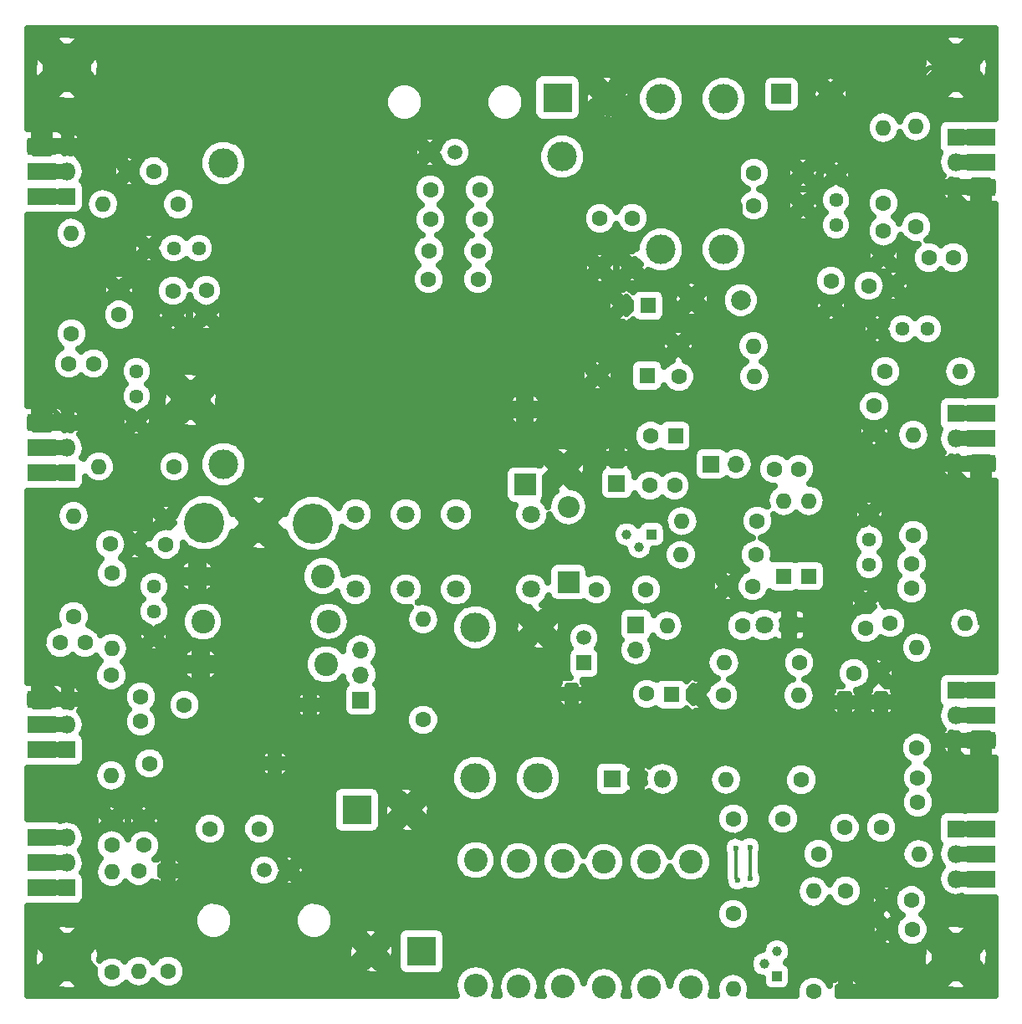
<source format=gbr>
G04 #@! TF.FileFunction,Copper,L1,Top,Signal*
%FSLAX46Y46*%
G04 Gerber Fmt 4.6, Leading zero omitted, Abs format (unit mm)*
G04 Created by KiCad (PCBNEW 4.0.7) date 04/28/20 21:31:32*
%MOMM*%
%LPD*%
G01*
G04 APERTURE LIST*
%ADD10C,0.100000*%
%ADD11C,1.600000*%
%ADD12O,1.600000X1.600000*%
%ADD13R,3.000000X3.000000*%
%ADD14C,3.000000*%
%ADD15C,1.440000*%
%ADD16C,2.400000*%
%ADD17O,2.400000X2.400000*%
%ADD18R,1.600000X1.600000*%
%ADD19R,2.000000X2.000000*%
%ADD20C,2.000000*%
%ADD21R,2.200000X2.200000*%
%ADD22O,2.200000X2.200000*%
%ADD23R,1.700000X1.700000*%
%ADD24O,1.700000X1.700000*%
%ADD25C,1.000000*%
%ADD26R,1.000000X1.000000*%
%ADD27C,1.800000*%
%ADD28C,5.000000*%
%ADD29R,1.800000X1.800000*%
%ADD30O,1.800000X1.800000*%
%ADD31R,3.000000X1.800000*%
%ADD32R,1.500000X1.500000*%
%ADD33C,1.500000*%
%ADD34C,4.064000*%
%ADD35C,0.600000*%
%ADD36C,0.500000*%
%ADD37C,1.500000*%
%ADD38C,0.350000*%
%ADD39C,0.635000*%
G04 APERTURE END LIST*
D10*
D11*
X106908600Y-73152000D03*
D12*
X114528600Y-73152000D03*
D13*
X74371200Y-120091200D03*
D14*
X79451200Y-120091200D03*
D15*
X53812440Y-102539800D03*
X53812440Y-99999800D03*
X53812440Y-97459800D03*
D11*
X56896000Y-109474000D03*
D12*
X69596000Y-109474000D03*
D11*
X114782600Y-94284800D03*
D12*
X107162600Y-94284800D03*
D11*
X81813400Y-60350400D03*
X86813400Y-60350400D03*
D16*
X70916800Y-96443800D03*
D17*
X58216800Y-96443800D03*
D18*
X106616500Y-82257900D03*
D11*
X104116500Y-82257900D03*
X119126000Y-85598000D03*
X116626000Y-85598000D03*
X106540300Y-87261700D03*
X104040300Y-87261700D03*
X49560000Y-121190000D03*
X49560000Y-123690000D03*
X53835300Y-55473600D03*
X51335300Y-55473600D03*
X128100000Y-132200000D03*
X130600000Y-132200000D03*
D18*
X103860600Y-69077840D03*
D11*
X101360600Y-69077840D03*
X59121040Y-67503040D03*
X59121040Y-70003040D03*
D18*
X103748840Y-76123800D03*
D11*
X98748840Y-76123800D03*
D19*
X117348000Y-47650400D03*
D20*
X122348000Y-47650400D03*
D11*
X49397920Y-93207840D03*
X51897920Y-93207840D03*
D18*
X106200000Y-108450000D03*
D11*
X108700000Y-108450000D03*
D18*
X117576600Y-96443800D03*
D12*
X117576600Y-88823800D03*
D18*
X120129300Y-96431100D03*
D12*
X120129300Y-88811100D03*
D21*
X91404440Y-87172800D03*
D22*
X91404440Y-79552800D03*
D21*
X95783400Y-97053400D03*
D22*
X95783400Y-89433400D03*
D13*
X80924400Y-134416800D03*
D14*
X75844400Y-134416800D03*
D13*
X94678500Y-48006000D03*
D14*
X99758500Y-48006000D03*
D23*
X74777600Y-108966000D03*
D24*
X74777600Y-106426000D03*
X74777600Y-103886000D03*
D11*
X81076800Y-110972600D03*
D12*
X81076800Y-100812600D03*
D25*
X102946200Y-93497400D03*
X101676200Y-92227400D03*
D26*
X104216200Y-92227400D03*
D11*
X114909600Y-90855800D03*
D12*
X107289600Y-90855800D03*
D16*
X58801000Y-101041200D03*
D17*
X71501000Y-101041200D03*
D16*
X71247000Y-105359200D03*
D17*
X58547000Y-105359200D03*
D11*
X55270000Y-136430000D03*
D12*
X55270000Y-126270000D03*
D11*
X123850000Y-128300000D03*
D12*
X123850000Y-138460000D03*
D11*
X111450000Y-108500000D03*
D12*
X119070000Y-108500000D03*
D16*
X95214440Y-125262640D03*
D17*
X95214440Y-137962640D03*
D11*
X119150000Y-105200000D03*
D12*
X111530000Y-105200000D03*
D11*
X103713280Y-108351320D03*
D12*
X96093280Y-108351320D03*
D27*
X84396600Y-97780000D03*
X74236600Y-97780000D03*
X79316600Y-97780000D03*
X79316600Y-90180000D03*
X84396600Y-90180000D03*
X74236600Y-90180000D03*
X92016600Y-97780000D03*
X92016600Y-90180000D03*
D15*
X53289200Y-63246000D03*
X55829200Y-63246000D03*
X58369200Y-63246000D03*
X126238000Y-90220800D03*
X126238000Y-92760800D03*
X126238000Y-95300800D03*
D28*
X45000000Y-135000000D03*
X135000000Y-135000000D03*
X135000000Y-45000000D03*
X45000000Y-45000000D03*
D11*
X59500000Y-122000000D03*
X64500000Y-122000000D03*
X112500000Y-121000000D03*
X117500000Y-121000000D03*
X98643440Y-97805240D03*
X103643440Y-97805240D03*
X114452400Y-97459800D03*
X111952400Y-97459800D03*
D20*
X113233200Y-68503800D03*
D11*
X52300000Y-126260000D03*
D12*
X52300000Y-136420000D03*
D11*
X120600000Y-138500000D03*
D12*
X120600000Y-128340000D03*
D11*
X49570000Y-136540000D03*
D12*
X49570000Y-126380000D03*
D11*
X121100000Y-124550000D03*
D12*
X131260000Y-124550000D03*
D29*
X118150000Y-101380000D03*
D27*
X115610000Y-101380000D03*
D29*
X45000000Y-128000000D03*
D30*
X45000000Y-125460000D03*
X45000000Y-122920000D03*
D31*
X42460000Y-128000000D03*
X42460000Y-125460000D03*
X42460000Y-122920000D03*
D29*
X135000000Y-122000000D03*
D30*
X135000000Y-124540000D03*
X135000000Y-127080000D03*
D31*
X137540000Y-122000000D03*
X137540000Y-124540000D03*
X137540000Y-127080000D03*
D23*
X100685600Y-87045800D03*
D24*
X100685600Y-84505800D03*
D32*
X97350000Y-105230000D03*
D33*
X97350000Y-102690000D03*
D11*
X125882400Y-101701600D03*
X125882400Y-99201600D03*
D20*
X108280200Y-68389500D03*
D29*
X45000000Y-114000000D03*
D30*
X45000000Y-111460000D03*
X45000000Y-108920000D03*
D31*
X42460000Y-114000000D03*
X42460000Y-111460000D03*
X42460000Y-108920000D03*
D29*
X135000000Y-108000000D03*
D30*
X135000000Y-110540000D03*
X135000000Y-113080000D03*
D31*
X137540000Y-108000000D03*
X137540000Y-110540000D03*
X137540000Y-113080000D03*
D29*
X45000000Y-86000000D03*
D30*
X45000000Y-83460000D03*
X45000000Y-80920000D03*
D31*
X42460000Y-86000000D03*
X42460000Y-83460000D03*
X42460000Y-80920000D03*
D29*
X135000000Y-80000000D03*
D30*
X135000000Y-82540000D03*
X135000000Y-85080000D03*
D31*
X137540000Y-80000000D03*
X137540000Y-82540000D03*
X137540000Y-85080000D03*
D29*
X135000000Y-52000000D03*
D30*
X135000000Y-54540000D03*
X135000000Y-57080000D03*
D31*
X137540000Y-52000000D03*
X137540000Y-54540000D03*
X137540000Y-57080000D03*
D33*
X84277200Y-53543240D03*
X81737200Y-53543240D03*
X64973200Y-126202400D03*
X67513200Y-126202400D03*
D11*
X114554000Y-55626000D03*
X119554000Y-55626000D03*
X98983800Y-60238640D03*
X98983800Y-65238640D03*
X102260400Y-60198000D03*
X102260400Y-65198000D03*
X114554000Y-58928000D03*
X119554000Y-58928000D03*
X81813400Y-57327800D03*
X86813400Y-57327800D03*
X81686400Y-63525400D03*
X86686400Y-63525400D03*
X81635600Y-66395600D03*
X86635600Y-66395600D03*
D16*
X90769440Y-125262640D03*
D17*
X90769440Y-137962640D03*
D16*
X86410800Y-125171200D03*
D17*
X86410800Y-137871200D03*
D14*
X92710000Y-116865400D03*
X92710000Y-101625400D03*
X86360000Y-116865400D03*
X86360000Y-101625400D03*
X111506000Y-63373000D03*
X111506000Y-48133000D03*
X105156000Y-63373000D03*
X105156000Y-48133000D03*
D11*
X127457200Y-121869200D03*
D12*
X127457200Y-109169200D03*
D11*
X52810000Y-121190000D03*
X52810000Y-123690000D03*
X128000000Y-129250000D03*
X130500000Y-129250000D03*
D34*
X64429640Y-91023440D03*
X69916040Y-91099640D03*
X57520840Y-78587600D03*
X58943240Y-91023440D03*
D11*
X53380640Y-115407440D03*
D12*
X66080640Y-115407440D03*
D11*
X123750000Y-121900000D03*
D12*
X123750000Y-109200000D03*
D11*
X131165600Y-116840000D03*
X131165600Y-119340000D03*
X52501800Y-108661200D03*
X52501800Y-111161200D03*
X124688600Y-106273600D03*
X127188600Y-106273600D03*
X55046880Y-93248480D03*
X55046880Y-90748480D03*
X130530600Y-95173800D03*
X130530600Y-97673800D03*
X44348400Y-103174800D03*
X46848400Y-103174800D03*
X126733300Y-79235300D03*
X126733300Y-81735300D03*
X50292000Y-69977000D03*
X50292000Y-67477000D03*
X126174500Y-67056000D03*
X128674500Y-67056000D03*
X55768240Y-67558920D03*
X55768240Y-70058920D03*
X132270500Y-64211200D03*
X134770500Y-64211200D03*
X45212000Y-74930000D03*
X47712000Y-74930000D03*
X127685800Y-61518800D03*
X127685800Y-64018800D03*
X122377200Y-66553080D03*
X122377200Y-69053080D03*
D15*
X127076200Y-71412100D03*
X129616200Y-71412100D03*
X132156200Y-71412100D03*
X52070000Y-80772000D03*
X52070000Y-78232000D03*
X52070000Y-75692000D03*
X122885200Y-55829200D03*
X122885200Y-58369200D03*
X122885200Y-60909200D03*
D11*
X128371600Y-101193600D03*
D12*
X135991600Y-101193600D03*
D11*
X49593500Y-96113600D03*
D12*
X49593500Y-103733600D03*
D11*
X127863600Y-75717400D03*
D12*
X135483600Y-75717400D03*
D11*
X55880000Y-85344000D03*
D12*
X48260000Y-85344000D03*
D11*
X127685800Y-58674000D03*
D12*
X127685800Y-51054000D03*
D29*
X45000000Y-58000000D03*
D30*
X45000000Y-55460000D03*
X45000000Y-52920000D03*
D31*
X42460000Y-58000000D03*
X42460000Y-55460000D03*
X42460000Y-52920000D03*
D11*
X56286400Y-58801000D03*
D12*
X48666400Y-58801000D03*
D11*
X119359680Y-117043200D03*
D12*
X111739680Y-117043200D03*
D23*
X110236000Y-85090000D03*
D24*
X112776000Y-85090000D03*
D23*
X102616000Y-101346000D03*
D24*
X102616000Y-103886000D03*
D16*
X108193840Y-125349000D03*
D17*
X108193840Y-138049000D03*
D16*
X103926640Y-125349000D03*
D17*
X103926640Y-138049000D03*
D16*
X99390200Y-125349000D03*
D17*
X99390200Y-138049000D03*
D11*
X113411000Y-101473000D03*
D12*
X105791000Y-101473000D03*
D14*
X95148400Y-54000400D03*
X60858400Y-54635400D03*
X95275400Y-85623400D03*
X60858400Y-85115400D03*
D25*
X115630000Y-135680000D03*
X116900000Y-134410000D03*
D26*
X116900000Y-136950000D03*
D11*
X112458500Y-130619500D03*
D12*
X112458500Y-138239500D03*
D29*
X100228400Y-116941600D03*
D30*
X102768400Y-116941600D03*
X105308400Y-116941600D03*
D11*
X131064000Y-113842800D03*
D12*
X131064000Y-103682800D03*
D11*
X49509680Y-106451400D03*
D12*
X49509680Y-116611400D03*
D11*
X130708400Y-92303600D03*
D12*
X130708400Y-82143600D03*
D11*
X45681900Y-100507800D03*
D12*
X45681900Y-90347800D03*
D11*
X130987800Y-61074300D03*
D12*
X130987800Y-50914300D03*
D11*
X45466000Y-71882000D03*
D12*
X45466000Y-61722000D03*
D11*
X106984800Y-76250800D03*
D12*
X114604800Y-76250800D03*
D35*
X49022000Y-56388000D03*
X48006000Y-56261000D03*
X47625000Y-55499000D03*
X100965000Y-55245000D03*
X98488500Y-56451500D03*
X96647000Y-57404000D03*
X92710000Y-59182000D03*
X91694000Y-60579000D03*
X90678000Y-65405000D03*
X89916000Y-67183000D03*
X89090500Y-73279000D03*
X88519000Y-74422000D03*
X88138000Y-78613000D03*
X87503000Y-79756000D03*
X87503000Y-83312000D03*
X76073000Y-59182000D03*
X76517500Y-63881000D03*
X76962000Y-65024000D03*
X77279500Y-70485000D03*
X77597000Y-71755000D03*
X77787500Y-78232000D03*
X78232000Y-79883000D03*
X78232000Y-85280500D03*
X82677000Y-94234000D03*
X82423000Y-92964000D03*
X81915000Y-90170000D03*
X80010000Y-87122000D03*
X78105000Y-86741000D03*
X84455000Y-94234000D03*
X85852000Y-92710000D03*
X86868000Y-90805000D03*
X86995000Y-88900000D03*
X87884000Y-87122000D03*
X88773000Y-85090000D03*
X90805000Y-83947000D03*
X93345000Y-84328000D03*
X83058000Y-95504000D03*
X80518000Y-99060000D03*
X81661000Y-98044000D03*
X73025000Y-94361000D03*
X70104000Y-94488000D03*
X67691000Y-94869000D03*
X64135000Y-95377000D03*
X76835000Y-94107000D03*
X76835000Y-92075000D03*
X76835000Y-89789000D03*
X76073000Y-86741000D03*
X73914000Y-86233000D03*
X72009000Y-86106000D03*
X68834000Y-85979000D03*
X87122000Y-113665000D03*
X86995000Y-112141000D03*
X86614000Y-109347000D03*
X85979000Y-107315000D03*
X84328000Y-105410000D03*
X81915000Y-104267000D03*
X79121000Y-103505000D03*
X77597000Y-101473000D03*
X76708000Y-98044000D03*
X76581000Y-96393000D03*
X112395000Y-45720000D03*
X114617500Y-45212000D03*
X115443000Y-45085000D03*
X118872000Y-44704000D03*
X119761000Y-44577000D03*
X122047000Y-44704000D03*
X123317000Y-45339000D03*
X124841000Y-46736000D03*
X126746000Y-48006000D03*
X128524000Y-48768000D03*
X131216400Y-45212000D03*
X130683000Y-44323000D03*
X127825500Y-42989500D03*
X126746000Y-42291000D03*
X123126500Y-41211500D03*
X121666000Y-41148000D03*
X119380000Y-40894000D03*
X118364000Y-40957500D03*
X114046000Y-41021000D03*
X112014000Y-41402000D03*
X109855000Y-42418000D03*
X108394500Y-42735500D03*
X104394000Y-45339000D03*
X108798360Y-57612280D03*
X109077760Y-58729880D03*
X108910120Y-59847480D03*
X109133640Y-61468000D03*
X108966000Y-62697360D03*
X108630720Y-64709040D03*
X113157000Y-60462160D03*
X113045240Y-58729880D03*
X113045240Y-56941720D03*
X113045240Y-54874160D03*
X113045240Y-52918360D03*
X136794240Y-77784960D03*
X137058400Y-76708000D03*
X137261600Y-73075800D03*
X137058400Y-71831200D03*
X136458960Y-70352920D03*
X136588500Y-69278500D03*
X136588500Y-65659000D03*
X136626600Y-64653160D03*
X136595658Y-61911703D03*
X136682480Y-60741560D03*
X136458960Y-59121040D03*
X136956800Y-105232200D03*
X137287000Y-104444800D03*
X137439400Y-101168200D03*
X137312400Y-99949000D03*
X137414000Y-96850200D03*
X137287000Y-95694500D03*
X137287000Y-91694000D03*
X137287000Y-90601800D03*
X136956800Y-87630000D03*
X76250800Y-56743600D03*
X77978000Y-56794400D03*
X52222400Y-54203600D03*
X54660800Y-54051200D03*
X55880000Y-54914800D03*
X58115200Y-56692800D03*
X59334400Y-57404000D03*
X62674500Y-57404000D03*
X63804800Y-57150000D03*
X67500500Y-57213500D03*
X68580000Y-56794400D03*
X71170800Y-56794400D03*
X72491600Y-56794400D03*
X74117200Y-56794400D03*
X77012800Y-51409600D03*
X74930000Y-52019200D03*
X68961000Y-51943000D03*
X67564000Y-51562000D03*
X62801500Y-51117500D03*
X61518800Y-50749200D03*
X58267600Y-50444400D03*
X56438800Y-50241200D03*
X54610000Y-50342800D03*
X53340000Y-50292000D03*
X49326800Y-50596800D03*
X48006000Y-50673000D03*
X42722800Y-93929200D03*
X42722800Y-92049600D03*
X42875200Y-90424000D03*
X42976800Y-89357200D03*
X42773600Y-95084900D03*
X42583100Y-97624900D03*
X42837100Y-98882200D03*
X42720260Y-101925120D03*
X42692320Y-103124000D03*
X42832020Y-105026460D03*
X42887900Y-106032300D03*
X43307000Y-107569000D03*
X43078400Y-87884000D03*
X43434000Y-60350400D03*
X42976800Y-61976000D03*
X42773600Y-63601600D03*
X42621200Y-65582800D03*
X42621200Y-67411600D03*
X42621200Y-69392800D03*
X42672000Y-70612000D03*
X42621200Y-72898000D03*
X42926000Y-73787000D03*
X42976800Y-75996800D03*
X42926000Y-77089000D03*
X43180000Y-79146400D03*
X112710000Y-123970000D03*
X112880000Y-127240000D03*
X114160000Y-123890000D03*
X114220000Y-127060000D03*
D36*
X45000000Y-52920000D02*
X45046000Y-52920000D01*
X45046000Y-52920000D02*
X47625000Y-55499000D01*
X48133000Y-56388000D02*
X49022000Y-56388000D01*
X48006000Y-56261000D02*
X48133000Y-56388000D01*
X88392000Y-85217000D02*
X88392000Y-84201000D01*
X99758500Y-54038500D02*
X99758500Y-48006000D01*
X100965000Y-55245000D02*
X99758500Y-54038500D01*
X98044000Y-56642000D02*
X98488500Y-56451500D01*
X96647000Y-57404000D02*
X98044000Y-56642000D01*
X92456000Y-59563000D02*
X92710000Y-59182000D01*
X91694000Y-60579000D02*
X92456000Y-59563000D01*
X90551000Y-66548000D02*
X90678000Y-65405000D01*
X89916000Y-67183000D02*
X90551000Y-66548000D01*
X88900000Y-74041000D02*
X89090500Y-73279000D01*
X88519000Y-74422000D02*
X88900000Y-74041000D01*
X88011000Y-79248000D02*
X88138000Y-78613000D01*
X87503000Y-79756000D02*
X88011000Y-79248000D01*
X88392000Y-84201000D02*
X87503000Y-83312000D01*
X78105000Y-86741000D02*
X78232000Y-85280500D01*
X76250800Y-59004200D02*
X76250800Y-56743600D01*
X76073000Y-59182000D02*
X76250800Y-59004200D01*
X76581000Y-64643000D02*
X76517500Y-63881000D01*
X76962000Y-65024000D02*
X76581000Y-64643000D01*
X77216000Y-71374000D02*
X77279500Y-70485000D01*
X77597000Y-71755000D02*
X77216000Y-71374000D01*
X77851000Y-79502000D02*
X77787500Y-78232000D01*
X78232000Y-79883000D02*
X77851000Y-79502000D01*
X83058000Y-94615000D02*
X83058000Y-95504000D01*
X82677000Y-94234000D02*
X83058000Y-94615000D01*
X82423000Y-90678000D02*
X82423000Y-92964000D01*
X81915000Y-90170000D02*
X82423000Y-90678000D01*
X78486000Y-87122000D02*
X80010000Y-87122000D01*
X78105000Y-86741000D02*
X78486000Y-87122000D01*
X95275400Y-85623400D02*
X94640400Y-85623400D01*
X94640400Y-85623400D02*
X93345000Y-84328000D01*
X83185000Y-95504000D02*
X83058000Y-95504000D01*
X84455000Y-94234000D02*
X83185000Y-95504000D01*
X85852000Y-91821000D02*
X85852000Y-92710000D01*
X86868000Y-90805000D02*
X85852000Y-91821000D01*
X86995000Y-88011000D02*
X86995000Y-88900000D01*
X87884000Y-87122000D02*
X86995000Y-88011000D01*
X89662000Y-85090000D02*
X88773000Y-85090000D01*
X90805000Y-83947000D02*
X89662000Y-85090000D01*
X80645000Y-99060000D02*
X80518000Y-99060000D01*
X81661000Y-98044000D02*
X80645000Y-99060000D01*
X70231000Y-94361000D02*
X73025000Y-94361000D01*
X70104000Y-94488000D02*
X70231000Y-94361000D01*
X64643000Y-94869000D02*
X67691000Y-94869000D01*
X64135000Y-95377000D02*
X64643000Y-94869000D01*
X64429640Y-91023440D02*
X64429640Y-90383360D01*
X64429640Y-90383360D02*
X68834000Y-85979000D01*
X76835000Y-92075000D02*
X76835000Y-94107000D01*
X76708000Y-89662000D02*
X76835000Y-89789000D01*
X76708000Y-87376000D02*
X76708000Y-89662000D01*
X76073000Y-86741000D02*
X76708000Y-87376000D01*
X72136000Y-86233000D02*
X73914000Y-86233000D01*
X72009000Y-86106000D02*
X72136000Y-86233000D01*
X87122000Y-112268000D02*
X87122000Y-113665000D01*
X86995000Y-112141000D02*
X87122000Y-112268000D01*
X86614000Y-107950000D02*
X86614000Y-109347000D01*
X85979000Y-107315000D02*
X86614000Y-107950000D01*
X83058000Y-105410000D02*
X84328000Y-105410000D01*
X81915000Y-104267000D02*
X83058000Y-105410000D01*
X79121000Y-102997000D02*
X79121000Y-103505000D01*
X77597000Y-101473000D02*
X79121000Y-102997000D01*
X76708000Y-96520000D02*
X76708000Y-98044000D01*
X76581000Y-96393000D02*
X76708000Y-96520000D01*
X134951000Y-113080000D02*
X135000000Y-113080000D01*
X135000000Y-45000000D02*
X132292000Y-45000000D01*
X115316000Y-45212000D02*
X114617500Y-45212000D01*
X115443000Y-45085000D02*
X115316000Y-45212000D01*
X119634000Y-44704000D02*
X118872000Y-44704000D01*
X119761000Y-44577000D02*
X119634000Y-44704000D01*
X122682000Y-44704000D02*
X122047000Y-44704000D01*
X123317000Y-45339000D02*
X122682000Y-44704000D01*
X125476000Y-46736000D02*
X124841000Y-46736000D01*
X126746000Y-48006000D02*
X125476000Y-46736000D01*
X132292000Y-45000000D02*
X128524000Y-48768000D01*
X99758500Y-48006000D02*
X101854000Y-48006000D01*
X130937000Y-44450000D02*
X131216400Y-45212000D01*
X130683000Y-44323000D02*
X130937000Y-44450000D01*
X127508000Y-43053000D02*
X127825500Y-42989500D01*
X126746000Y-42291000D02*
X127508000Y-43053000D01*
X122682000Y-41211500D02*
X123126500Y-41211500D01*
X121666000Y-41148000D02*
X122682000Y-41211500D01*
X118491000Y-41084500D02*
X119380000Y-40894000D01*
X118364000Y-40957500D02*
X118491000Y-41084500D01*
X112395000Y-41021000D02*
X114046000Y-41021000D01*
X112014000Y-41402000D02*
X112395000Y-41021000D01*
X109220000Y-42481500D02*
X109855000Y-42418000D01*
X108394500Y-42735500D02*
X109220000Y-42481500D01*
X101854000Y-48006000D02*
X104394000Y-45339000D01*
X99758500Y-48006000D02*
X99758500Y-48181260D01*
X99758500Y-48181260D02*
X105222040Y-53644800D01*
X105222040Y-53644800D02*
X106507280Y-53644800D01*
X106507280Y-53644800D02*
X108798360Y-55935880D01*
X108798360Y-55935880D02*
X108798360Y-57612280D01*
X109077760Y-58729880D02*
X108910120Y-58897520D01*
X108910120Y-58897520D02*
X108910120Y-59847480D01*
X109133640Y-61468000D02*
X108966000Y-61635640D01*
X108966000Y-61635640D02*
X108966000Y-62697360D01*
X122348000Y-47650400D02*
X122348000Y-49147720D01*
X113157000Y-58841640D02*
X113157000Y-60462160D01*
X113045240Y-58729880D02*
X113157000Y-58841640D01*
X113045240Y-54874160D02*
X113045240Y-56941720D01*
X114386360Y-51577240D02*
X113045240Y-52918360D01*
X119918480Y-51577240D02*
X114386360Y-51577240D01*
X122348000Y-49147720D02*
X119918480Y-51577240D01*
X135000000Y-57080000D02*
X135000000Y-57662080D01*
X135000000Y-57662080D02*
X136458960Y-59121040D01*
X136890760Y-76875640D02*
X136794240Y-77784960D01*
X137058400Y-76708000D02*
X136890760Y-76875640D01*
X136961880Y-72364600D02*
X137261600Y-73075800D01*
X137058400Y-71831200D02*
X136961880Y-72364600D01*
X136420860Y-69446140D02*
X136458960Y-70352920D01*
X136588500Y-69278500D02*
X136420860Y-69446140D01*
X136570720Y-64709040D02*
X136588500Y-65659000D01*
X136626600Y-64653160D02*
X136570720Y-64709040D01*
X136626600Y-60797440D02*
X136595658Y-61911703D01*
X136682480Y-60741560D02*
X136626600Y-60797440D01*
X135000000Y-85080000D02*
X135000000Y-85673200D01*
X135000000Y-85673200D02*
X136956800Y-87630000D01*
X137236200Y-104495600D02*
X136956800Y-105232200D01*
X137287000Y-104444800D02*
X137236200Y-104495600D01*
X137261600Y-99999800D02*
X137439400Y-101168200D01*
X137312400Y-99949000D02*
X137261600Y-99999800D01*
X137388600Y-95796100D02*
X137414000Y-96850200D01*
X137287000Y-95694500D02*
X137388600Y-95796100D01*
X137363200Y-90678000D02*
X137287000Y-91694000D01*
X137287000Y-90601800D02*
X137363200Y-90678000D01*
X81737200Y-53543240D02*
X81229160Y-53543240D01*
X81229160Y-53543240D02*
X77978000Y-56794400D01*
X76250800Y-56743600D02*
X76200000Y-56794400D01*
X52222400Y-54203600D02*
X51335300Y-55090700D01*
X55016400Y-54406800D02*
X54660800Y-54051200D01*
X55372000Y-54406800D02*
X55016400Y-54406800D01*
X55880000Y-54914800D02*
X55372000Y-54406800D01*
X58623200Y-56692800D02*
X58115200Y-56692800D01*
X59334400Y-57404000D02*
X58623200Y-56692800D01*
X63550800Y-57404000D02*
X62674500Y-57404000D01*
X63804800Y-57150000D02*
X63550800Y-57404000D01*
X68275200Y-57099200D02*
X67500500Y-57213500D01*
X68580000Y-56794400D02*
X68275200Y-57099200D01*
X72491600Y-56794400D02*
X71170800Y-56794400D01*
X76200000Y-56794400D02*
X74117200Y-56794400D01*
X51335300Y-55090700D02*
X51335300Y-55473600D01*
X75539600Y-51409600D02*
X77012800Y-51409600D01*
X74930000Y-52019200D02*
X75539600Y-51409600D01*
X67919600Y-51917600D02*
X68961000Y-51943000D01*
X67564000Y-51562000D02*
X67919600Y-51917600D01*
X61976000Y-51206400D02*
X62801500Y-51117500D01*
X61518800Y-50749200D02*
X61976000Y-51206400D01*
X56642000Y-50444400D02*
X58267600Y-50444400D01*
X56438800Y-50241200D02*
X56642000Y-50444400D01*
X53390800Y-50342800D02*
X54610000Y-50342800D01*
X53340000Y-50292000D02*
X53390800Y-50342800D01*
X48209200Y-50469800D02*
X49326800Y-50596800D01*
X48006000Y-50673000D02*
X48209200Y-50469800D01*
X42976800Y-89357200D02*
X42976800Y-87985600D01*
X42672000Y-93980000D02*
X42722800Y-93929200D01*
X42722800Y-92049600D02*
X42875200Y-91897200D01*
X42875200Y-91897200D02*
X42875200Y-90424000D01*
X42710100Y-98755200D02*
X42583100Y-97624900D01*
X42837100Y-98882200D02*
X42710100Y-98755200D01*
X42692320Y-102400100D02*
X42720260Y-101925120D01*
X42692320Y-103124000D02*
X42692320Y-102400100D01*
X42887900Y-106032300D02*
X42832020Y-105026460D01*
X44658000Y-108920000D02*
X43307000Y-107569000D01*
X42773600Y-95084900D02*
X42672000Y-93980000D01*
X42976800Y-87985600D02*
X43078400Y-87884000D01*
X45000000Y-80920000D02*
X44953600Y-80920000D01*
X44953600Y-80920000D02*
X43180000Y-79146400D01*
X42976800Y-63398400D02*
X42976800Y-61976000D01*
X42773600Y-63601600D02*
X42976800Y-63398400D01*
X42621200Y-67411600D02*
X42621200Y-65582800D01*
X42722800Y-69494400D02*
X42621200Y-69392800D01*
X42722800Y-70561200D02*
X42722800Y-69494400D01*
X42672000Y-70612000D02*
X42722800Y-70561200D01*
X42926000Y-73787000D02*
X42621200Y-72898000D01*
X42926000Y-73787000D02*
X42926000Y-73787000D01*
X42875200Y-77038200D02*
X42976800Y-75996800D01*
X42926000Y-77089000D02*
X42875200Y-77038200D01*
X45000000Y-108920000D02*
X44658000Y-108920000D01*
D37*
X45000000Y-52920000D02*
X42460000Y-52920000D01*
X135000000Y-113080000D02*
X137540000Y-113080000D01*
X45000000Y-80920000D02*
X42460000Y-80920000D01*
X45000000Y-108920000D02*
X42460000Y-108920000D01*
X135000000Y-85080000D02*
X137540000Y-85080000D01*
X135000000Y-57080000D02*
X137540000Y-57080000D01*
X45000000Y-125460000D02*
X42460000Y-125460000D01*
X135000000Y-124540000D02*
X137540000Y-124540000D01*
X45000000Y-55460000D02*
X42460000Y-55460000D01*
X45000000Y-83460000D02*
X42460000Y-83460000D01*
X45000000Y-111460000D02*
X42460000Y-111460000D01*
X135000000Y-127080000D02*
X137540000Y-127080000D01*
X135000000Y-110540000D02*
X137540000Y-110540000D01*
X135000000Y-82540000D02*
X137540000Y-82540000D01*
X135000000Y-54540000D02*
X137540000Y-54540000D01*
X45000000Y-128000000D02*
X42460000Y-128000000D01*
X135000000Y-122000000D02*
X137540000Y-122000000D01*
X45000000Y-122920000D02*
X42460000Y-122920000D01*
D38*
X112710000Y-127070000D02*
X112710000Y-123970000D01*
X112880000Y-127240000D02*
X112710000Y-127070000D01*
X114160000Y-127000000D02*
X114160000Y-123890000D01*
X114220000Y-127060000D02*
X114160000Y-127000000D01*
D37*
X45000000Y-114000000D02*
X42460000Y-114000000D01*
X135000000Y-108000000D02*
X137540000Y-108000000D01*
X45000000Y-86000000D02*
X42460000Y-86000000D01*
X135000000Y-80000000D02*
X137540000Y-80000000D01*
X135000000Y-52000000D02*
X137540000Y-52000000D01*
X45000000Y-58000000D02*
X42460000Y-58000000D01*
D39*
G36*
X138972500Y-50128840D02*
X136040000Y-50128840D01*
X135967430Y-50142495D01*
X135900000Y-50128840D01*
X134100000Y-50128840D01*
X133747025Y-50195257D01*
X133422838Y-50403865D01*
X133205354Y-50722164D01*
X133128840Y-51100000D01*
X133128840Y-52900000D01*
X133195257Y-53252975D01*
X133403865Y-53577162D01*
X133424503Y-53591263D01*
X133288513Y-53794786D01*
X133147500Y-54503707D01*
X133147500Y-54576293D01*
X133288513Y-55285214D01*
X133690085Y-55886208D01*
X133745642Y-55923330D01*
X133425086Y-56374949D01*
X133540556Y-56630000D01*
X134550000Y-56630000D01*
X134550000Y-56339283D01*
X135000000Y-56428793D01*
X135214500Y-56386126D01*
X135214500Y-56423625D01*
X135420875Y-56630000D01*
X136790000Y-56630000D01*
X136790000Y-56411160D01*
X138290000Y-56411160D01*
X138290000Y-56630000D01*
X138742500Y-56630000D01*
X138742500Y-57530000D01*
X138290000Y-57530000D01*
X138290000Y-58599125D01*
X138496375Y-58805500D01*
X138972500Y-58805500D01*
X138972500Y-78128840D01*
X136040000Y-78128840D01*
X135967430Y-78142495D01*
X135900000Y-78128840D01*
X134100000Y-78128840D01*
X133747025Y-78195257D01*
X133422838Y-78403865D01*
X133205354Y-78722164D01*
X133128840Y-79100000D01*
X133128840Y-80900000D01*
X133195257Y-81252975D01*
X133403865Y-81577162D01*
X133424503Y-81591263D01*
X133288513Y-81794786D01*
X133147500Y-82503707D01*
X133147500Y-82576293D01*
X133288513Y-83285214D01*
X133690085Y-83886208D01*
X133745642Y-83923330D01*
X133425086Y-84374949D01*
X133540556Y-84630000D01*
X134550000Y-84630000D01*
X134550000Y-84339283D01*
X135000000Y-84428793D01*
X135214500Y-84386126D01*
X135214500Y-84423625D01*
X135420875Y-84630000D01*
X136790000Y-84630000D01*
X136790000Y-84411160D01*
X138290000Y-84411160D01*
X138290000Y-84630000D01*
X138742500Y-84630000D01*
X138742500Y-85530000D01*
X138290000Y-85530000D01*
X138290000Y-86599125D01*
X138496375Y-86805500D01*
X138972500Y-86805500D01*
X138972500Y-106128840D01*
X136040000Y-106128840D01*
X135967430Y-106142495D01*
X135900000Y-106128840D01*
X134100000Y-106128840D01*
X133747025Y-106195257D01*
X133422838Y-106403865D01*
X133205354Y-106722164D01*
X133128840Y-107100000D01*
X133128840Y-108900000D01*
X133195257Y-109252975D01*
X133403865Y-109577162D01*
X133424503Y-109591263D01*
X133288513Y-109794786D01*
X133147500Y-110503707D01*
X133147500Y-110576293D01*
X133288513Y-111285214D01*
X133690085Y-111886208D01*
X133745642Y-111923330D01*
X133425086Y-112374949D01*
X133540556Y-112630000D01*
X134550000Y-112630000D01*
X134550000Y-112339283D01*
X135000000Y-112428793D01*
X135214500Y-112386126D01*
X135214500Y-112423625D01*
X135420875Y-112630000D01*
X136790000Y-112630000D01*
X136790000Y-112411160D01*
X138290000Y-112411160D01*
X138290000Y-112630000D01*
X138742500Y-112630000D01*
X138742500Y-113530000D01*
X138290000Y-113530000D01*
X138290000Y-114599125D01*
X138496375Y-114805500D01*
X138972500Y-114805500D01*
X138972500Y-120128840D01*
X136040000Y-120128840D01*
X135967430Y-120142495D01*
X135900000Y-120128840D01*
X134100000Y-120128840D01*
X133747025Y-120195257D01*
X133422838Y-120403865D01*
X133205354Y-120722164D01*
X133128840Y-121100000D01*
X133128840Y-122900000D01*
X133195257Y-123252975D01*
X133403865Y-123577162D01*
X133424503Y-123591263D01*
X133288513Y-123794786D01*
X133147500Y-124503707D01*
X133147500Y-124576293D01*
X133288513Y-125285214D01*
X133639164Y-125810000D01*
X133288513Y-126334786D01*
X133147500Y-127043707D01*
X133147500Y-127116293D01*
X133288513Y-127825214D01*
X133690085Y-128426208D01*
X134291079Y-128827780D01*
X135000000Y-128968793D01*
X135619582Y-128845551D01*
X135662164Y-128874646D01*
X136040000Y-128951160D01*
X138972500Y-128951160D01*
X138972500Y-138874500D01*
X125226637Y-138874500D01*
X125219169Y-138860000D01*
X124250000Y-138860000D01*
X124250000Y-138874500D01*
X123450000Y-138874500D01*
X123450000Y-138860000D01*
X123050000Y-138860000D01*
X123050000Y-138060000D01*
X123450000Y-138060000D01*
X123450000Y-137098414D01*
X124250000Y-137098414D01*
X124250000Y-138060000D01*
X125219169Y-138060000D01*
X125287790Y-137926764D01*
X133745544Y-137926764D01*
X134088818Y-138265924D01*
X135407993Y-138366014D01*
X135911182Y-138265924D01*
X136254456Y-137926764D01*
X135000000Y-136672308D01*
X133745544Y-137926764D01*
X125287790Y-137926764D01*
X125343573Y-137818455D01*
X124984373Y-137295724D01*
X124491540Y-136966455D01*
X124250000Y-137098414D01*
X123450000Y-137098414D01*
X123208460Y-136966455D01*
X122742907Y-137277498D01*
X122224500Y-137277498D01*
X122224500Y-137842416D01*
X122086564Y-137508585D01*
X121594008Y-137015169D01*
X120950123Y-136747804D01*
X120252935Y-136747196D01*
X119608585Y-137013436D01*
X119115169Y-137505992D01*
X118847804Y-138149877D01*
X118847196Y-138847065D01*
X118858532Y-138874500D01*
X114091520Y-138874500D01*
X114211000Y-138273834D01*
X114211000Y-138205166D01*
X114077599Y-137534513D01*
X113697705Y-136965961D01*
X113129153Y-136586067D01*
X112458500Y-136452666D01*
X111787847Y-136586067D01*
X111219295Y-136965961D01*
X110839401Y-137534513D01*
X110706000Y-138205166D01*
X110706000Y-138273834D01*
X110825480Y-138874500D01*
X110190526Y-138874500D01*
X110346340Y-138091170D01*
X110346340Y-138006830D01*
X110182491Y-137183104D01*
X109715887Y-136484783D01*
X109017566Y-136018179D01*
X108763555Y-135967653D01*
X114177249Y-135967653D01*
X114397913Y-136501700D01*
X114806151Y-136910651D01*
X115339812Y-137132247D01*
X115428840Y-137132325D01*
X115428840Y-137450000D01*
X115495257Y-137802975D01*
X115703865Y-138127162D01*
X116022164Y-138344646D01*
X116400000Y-138421160D01*
X117400000Y-138421160D01*
X117752975Y-138354743D01*
X118077162Y-138146135D01*
X118294646Y-137827836D01*
X118371160Y-137450000D01*
X118371160Y-136450000D01*
X118304743Y-136097025D01*
X118096135Y-135772838D01*
X117796090Y-135567827D01*
X117956203Y-135407993D01*
X131633986Y-135407993D01*
X131734076Y-135911182D01*
X132073236Y-136254456D01*
X133327692Y-135000000D01*
X136672308Y-135000000D01*
X137926764Y-136254456D01*
X138265924Y-135911182D01*
X138366014Y-134592007D01*
X138265924Y-134088818D01*
X137926764Y-133745544D01*
X136672308Y-135000000D01*
X133327692Y-135000000D01*
X132073236Y-133745544D01*
X131734076Y-134088818D01*
X131633986Y-135407993D01*
X117956203Y-135407993D01*
X118130651Y-135233849D01*
X118352247Y-134700188D01*
X118352751Y-134122347D01*
X118132087Y-133588300D01*
X118013071Y-133469076D01*
X127396609Y-133469076D01*
X127478242Y-133736298D01*
X128113486Y-133857290D01*
X128721758Y-133736298D01*
X128803391Y-133469076D01*
X128100000Y-132765685D01*
X127396609Y-133469076D01*
X118013071Y-133469076D01*
X117723849Y-133179349D01*
X117190188Y-132957753D01*
X116612347Y-132957249D01*
X116078300Y-133177913D01*
X115669349Y-133586151D01*
X115447753Y-134119812D01*
X115447659Y-134227341D01*
X115342347Y-134227249D01*
X114808300Y-134447913D01*
X114399349Y-134856151D01*
X114177753Y-135389812D01*
X114177249Y-135967653D01*
X108763555Y-135967653D01*
X108193840Y-135854330D01*
X107370114Y-136018179D01*
X106671793Y-136484783D01*
X106205189Y-137183104D01*
X106060240Y-137911813D01*
X105915291Y-137183104D01*
X105448687Y-136484783D01*
X104750366Y-136018179D01*
X103926640Y-135854330D01*
X103102914Y-136018179D01*
X102404593Y-136484783D01*
X101937989Y-137183104D01*
X101774140Y-138006830D01*
X101774140Y-138091170D01*
X101929954Y-138874500D01*
X101386886Y-138874500D01*
X101542700Y-138091170D01*
X101542700Y-138006830D01*
X101378851Y-137183104D01*
X100912247Y-136484783D01*
X100213926Y-136018179D01*
X99390200Y-135854330D01*
X98566474Y-136018179D01*
X97868153Y-136484783D01*
X97401549Y-137183104D01*
X97310909Y-137638783D01*
X97203091Y-137096744D01*
X96736487Y-136398423D01*
X96038166Y-135931819D01*
X95214440Y-135767970D01*
X94390714Y-135931819D01*
X93692393Y-136398423D01*
X93225789Y-137096744D01*
X93061940Y-137920470D01*
X93061940Y-138004810D01*
X93225789Y-138828536D01*
X93256501Y-138874500D01*
X92727379Y-138874500D01*
X92758091Y-138828536D01*
X92921940Y-138004810D01*
X92921940Y-137920470D01*
X92758091Y-137096744D01*
X92291487Y-136398423D01*
X91593166Y-135931819D01*
X90769440Y-135767970D01*
X89945714Y-135931819D01*
X89247393Y-136398423D01*
X88780789Y-137096744D01*
X88616940Y-137920470D01*
X88616940Y-138004810D01*
X88780789Y-138828536D01*
X88811501Y-138874500D01*
X88307641Y-138874500D01*
X88399451Y-138737096D01*
X88563300Y-137913370D01*
X88563300Y-137829030D01*
X88399451Y-137005304D01*
X87932847Y-136306983D01*
X87234526Y-135840379D01*
X86410800Y-135676530D01*
X85587074Y-135840379D01*
X84888753Y-136306983D01*
X84422149Y-137005304D01*
X84258300Y-137829030D01*
X84258300Y-137913370D01*
X84422149Y-138737096D01*
X84513959Y-138874500D01*
X41027500Y-138874500D01*
X41027500Y-137926764D01*
X43745544Y-137926764D01*
X44088818Y-138265924D01*
X45407993Y-138366014D01*
X45911182Y-138265924D01*
X46254456Y-137926764D01*
X45000000Y-136672308D01*
X43745544Y-137926764D01*
X41027500Y-137926764D01*
X41027500Y-135407993D01*
X41633986Y-135407993D01*
X41734076Y-135911182D01*
X42073236Y-136254456D01*
X43327692Y-135000000D01*
X46672308Y-135000000D01*
X47830826Y-136158518D01*
X47817804Y-136189877D01*
X47817196Y-136887065D01*
X48083436Y-137531415D01*
X48575992Y-138024831D01*
X49219877Y-138292196D01*
X49917065Y-138292804D01*
X50561415Y-138026564D01*
X50994465Y-137594269D01*
X51060795Y-137693539D01*
X51629347Y-138073433D01*
X52300000Y-138206834D01*
X52970653Y-138073433D01*
X53539205Y-137693539D01*
X53759592Y-137363707D01*
X53783436Y-137421415D01*
X54275992Y-137914831D01*
X54919877Y-138182196D01*
X55617065Y-138182804D01*
X56261415Y-137916564D01*
X56754831Y-137424008D01*
X57022196Y-136780123D01*
X57022542Y-136382985D01*
X74938876Y-136382985D01*
X75129048Y-136677374D01*
X76048586Y-136779051D01*
X76559752Y-136677374D01*
X76749924Y-136382985D01*
X75844400Y-135477460D01*
X74938876Y-136382985D01*
X57022542Y-136382985D01*
X57022804Y-136082935D01*
X56756564Y-135438585D01*
X56264008Y-134945169D01*
X55620123Y-134677804D01*
X54922935Y-134677196D01*
X54278585Y-134943436D01*
X53785169Y-135435992D01*
X53765045Y-135484455D01*
X53539205Y-135146461D01*
X52970653Y-134766567D01*
X52300000Y-134633166D01*
X51629347Y-134766567D01*
X51060795Y-135146461D01*
X50898143Y-135389887D01*
X50564008Y-135055169D01*
X49920123Y-134787804D01*
X49222935Y-134787196D01*
X48578585Y-135053436D01*
X48310715Y-135320839D01*
X48363815Y-134620986D01*
X73482149Y-134620986D01*
X73583826Y-135132152D01*
X73878215Y-135322324D01*
X74783740Y-134416800D01*
X76905060Y-134416800D01*
X77810585Y-135322324D01*
X78104974Y-135132152D01*
X78206651Y-134212614D01*
X78104974Y-133701448D01*
X77810585Y-133511276D01*
X76905060Y-134416800D01*
X74783740Y-134416800D01*
X73878215Y-133511276D01*
X73583826Y-133701448D01*
X73482149Y-134620986D01*
X48363815Y-134620986D01*
X48366014Y-134592007D01*
X48265924Y-134088818D01*
X47926764Y-133745544D01*
X46672308Y-135000000D01*
X43327692Y-135000000D01*
X42073236Y-133745544D01*
X41734076Y-134088818D01*
X41633986Y-135407993D01*
X41027500Y-135407993D01*
X41027500Y-132073236D01*
X43745544Y-132073236D01*
X45000000Y-133327692D01*
X46254456Y-132073236D01*
X45911182Y-131734076D01*
X45184944Y-131678974D01*
X57890353Y-131678974D01*
X58194573Y-132415243D01*
X58757394Y-132979047D01*
X59493131Y-133284551D01*
X60289774Y-133285247D01*
X61026043Y-132981027D01*
X61589847Y-132418206D01*
X61895351Y-131682469D01*
X61895354Y-131678974D01*
X68050353Y-131678974D01*
X68354573Y-132415243D01*
X68917394Y-132979047D01*
X69653131Y-133284551D01*
X70449774Y-133285247D01*
X71186043Y-132981027D01*
X71717381Y-132450615D01*
X74938876Y-132450615D01*
X75844400Y-133356140D01*
X76283739Y-132916800D01*
X78453240Y-132916800D01*
X78453240Y-135916800D01*
X78519657Y-136269775D01*
X78728265Y-136593962D01*
X79046564Y-136811446D01*
X79424400Y-136887960D01*
X82424400Y-136887960D01*
X82777375Y-136821543D01*
X83101562Y-136612935D01*
X83319046Y-136294636D01*
X83395560Y-135916800D01*
X83395560Y-132916800D01*
X83329143Y-132563825D01*
X83120535Y-132239638D01*
X82802236Y-132022154D01*
X82424400Y-131945640D01*
X79424400Y-131945640D01*
X79071425Y-132012057D01*
X78747238Y-132220665D01*
X78529754Y-132538964D01*
X78453240Y-132916800D01*
X76283739Y-132916800D01*
X76749924Y-132450615D01*
X76559752Y-132156226D01*
X75640214Y-132054549D01*
X75129048Y-132156226D01*
X74938876Y-132450615D01*
X71717381Y-132450615D01*
X71749847Y-132418206D01*
X72055351Y-131682469D01*
X72055976Y-130966565D01*
X110705696Y-130966565D01*
X110971936Y-131610915D01*
X111464492Y-132104331D01*
X112108377Y-132371696D01*
X112805565Y-132372304D01*
X113189933Y-132213486D01*
X126442710Y-132213486D01*
X126563702Y-132821758D01*
X126830924Y-132903391D01*
X127534315Y-132200000D01*
X126830924Y-131496609D01*
X126563702Y-131578242D01*
X126442710Y-132213486D01*
X113189933Y-132213486D01*
X113449915Y-132106064D01*
X113943331Y-131613508D01*
X114210696Y-130969623D01*
X114211088Y-130519076D01*
X127296609Y-130519076D01*
X127378242Y-130786298D01*
X127437351Y-130797556D01*
X127396609Y-130930924D01*
X128100000Y-131634315D01*
X128803391Y-130930924D01*
X128721758Y-130663702D01*
X128662649Y-130652444D01*
X128703391Y-130519076D01*
X128000000Y-129815685D01*
X127296609Y-130519076D01*
X114211088Y-130519076D01*
X114211304Y-130272435D01*
X113945064Y-129628085D01*
X113452508Y-129134669D01*
X112808623Y-128867304D01*
X112111435Y-128866696D01*
X111467085Y-129132936D01*
X110973669Y-129625492D01*
X110706304Y-130269377D01*
X110705696Y-130966565D01*
X72055976Y-130966565D01*
X72056047Y-130885826D01*
X71751827Y-130149557D01*
X71189006Y-129585753D01*
X70453269Y-129280249D01*
X69656626Y-129279553D01*
X68920357Y-129583773D01*
X68356553Y-130146594D01*
X68051049Y-130882331D01*
X68050353Y-131678974D01*
X61895354Y-131678974D01*
X61896047Y-130885826D01*
X61591827Y-130149557D01*
X61029006Y-129585753D01*
X60293269Y-129280249D01*
X59496626Y-129279553D01*
X58760357Y-129583773D01*
X58196553Y-130146594D01*
X57891049Y-130882331D01*
X57890353Y-131678974D01*
X45184944Y-131678974D01*
X44592007Y-131633986D01*
X44088818Y-131734076D01*
X43745544Y-132073236D01*
X41027500Y-132073236D01*
X41027500Y-129871160D01*
X43960000Y-129871160D01*
X44032570Y-129857505D01*
X44100000Y-129871160D01*
X45900000Y-129871160D01*
X46252975Y-129804743D01*
X46577162Y-129596135D01*
X46794646Y-129277836D01*
X46871160Y-128900000D01*
X46871160Y-127100000D01*
X46804743Y-126747025D01*
X46596135Y-126422838D01*
X46575497Y-126408737D01*
X46711487Y-126205214D01*
X46852500Y-125496293D01*
X46852500Y-125423707D01*
X46711487Y-124714786D01*
X46360836Y-124190000D01*
X46463023Y-124037065D01*
X47807196Y-124037065D01*
X48073436Y-124681415D01*
X48430942Y-125039545D01*
X48330795Y-125106461D01*
X47950901Y-125675013D01*
X47817500Y-126345666D01*
X47817500Y-126414334D01*
X47950901Y-127084987D01*
X48330795Y-127653539D01*
X48899347Y-128033433D01*
X49570000Y-128166834D01*
X50240653Y-128033433D01*
X50809205Y-127653539D01*
X50971857Y-127410113D01*
X51305992Y-127744831D01*
X51949877Y-128012196D01*
X52647065Y-128012804D01*
X53291415Y-127746564D01*
X53644500Y-127394094D01*
X53644500Y-127452502D01*
X54162907Y-127452502D01*
X54628460Y-127763545D01*
X54870000Y-127631586D01*
X54870000Y-126670000D01*
X55670000Y-126670000D01*
X55670000Y-127631586D01*
X55911540Y-127763545D01*
X56404373Y-127434276D01*
X56763573Y-126911545D01*
X56639169Y-126670000D01*
X55670000Y-126670000D01*
X54870000Y-126670000D01*
X54470000Y-126670000D01*
X54470000Y-126539562D01*
X63270405Y-126539562D01*
X63529049Y-127165529D01*
X64007552Y-127644868D01*
X64633066Y-127904604D01*
X65310362Y-127905195D01*
X65936329Y-127646551D01*
X66161939Y-127421334D01*
X66824596Y-127421334D01*
X66898472Y-127686489D01*
X67513201Y-127808766D01*
X68127928Y-127686489D01*
X68201804Y-127421334D01*
X67513200Y-126732730D01*
X66824596Y-127421334D01*
X66161939Y-127421334D01*
X66415668Y-127168048D01*
X66675404Y-126542534D01*
X66675433Y-126509837D01*
X66982870Y-126202400D01*
X68043530Y-126202400D01*
X68732134Y-126891004D01*
X68997289Y-126817128D01*
X69119566Y-126202399D01*
X68999240Y-125597480D01*
X84257927Y-125597480D01*
X84584935Y-126388900D01*
X85189915Y-126994937D01*
X85980763Y-127323326D01*
X86837080Y-127324073D01*
X87628500Y-126997065D01*
X88234537Y-126392085D01*
X88526516Y-125688920D01*
X88616567Y-125688920D01*
X88943575Y-126480340D01*
X89548555Y-127086377D01*
X90339403Y-127414766D01*
X91195720Y-127415513D01*
X91987140Y-127088505D01*
X92593177Y-126483525D01*
X92921566Y-125692677D01*
X92921569Y-125688920D01*
X93061567Y-125688920D01*
X93388575Y-126480340D01*
X93993555Y-127086377D01*
X94784403Y-127414766D01*
X95640720Y-127415513D01*
X96432140Y-127088505D01*
X97038177Y-126483525D01*
X97284679Y-125889882D01*
X97564335Y-126566700D01*
X98169315Y-127172737D01*
X98960163Y-127501126D01*
X99816480Y-127501873D01*
X100607900Y-127174865D01*
X101213937Y-126569885D01*
X101542326Y-125779037D01*
X101542329Y-125775280D01*
X101773767Y-125775280D01*
X102100775Y-126566700D01*
X102705755Y-127172737D01*
X103496603Y-127501126D01*
X104352920Y-127501873D01*
X105144340Y-127174865D01*
X105750377Y-126569885D01*
X106060598Y-125822791D01*
X106367975Y-126566700D01*
X106972955Y-127172737D01*
X107763803Y-127501126D01*
X108620120Y-127501873D01*
X109411540Y-127174865D01*
X110017577Y-126569885D01*
X110345966Y-125779037D01*
X110346713Y-124922720D01*
X110019705Y-124131300D01*
X109414725Y-123525263D01*
X108623877Y-123196874D01*
X107767560Y-123196127D01*
X106976140Y-123523135D01*
X106370103Y-124128115D01*
X106059882Y-124875209D01*
X105752505Y-124131300D01*
X105147525Y-123525263D01*
X104356677Y-123196874D01*
X103500360Y-123196127D01*
X102708940Y-123523135D01*
X102102903Y-124128115D01*
X101774514Y-124918963D01*
X101773767Y-125775280D01*
X101542329Y-125775280D01*
X101543073Y-124922720D01*
X101216065Y-124131300D01*
X100611085Y-123525263D01*
X99820237Y-123196874D01*
X98963920Y-123196127D01*
X98172500Y-123523135D01*
X97566463Y-124128115D01*
X97319961Y-124721758D01*
X97040305Y-124044940D01*
X96435325Y-123438903D01*
X95644477Y-123110514D01*
X94788160Y-123109767D01*
X93996740Y-123436775D01*
X93390703Y-124041755D01*
X93062314Y-124832603D01*
X93061567Y-125688920D01*
X92921569Y-125688920D01*
X92922313Y-124836360D01*
X92595305Y-124044940D01*
X91990325Y-123438903D01*
X91199477Y-123110514D01*
X90343160Y-123109767D01*
X89551740Y-123436775D01*
X88945703Y-124041755D01*
X88617314Y-124832603D01*
X88616567Y-125688920D01*
X88526516Y-125688920D01*
X88562926Y-125601237D01*
X88563673Y-124744920D01*
X88236665Y-123953500D01*
X87631685Y-123347463D01*
X86840837Y-123019074D01*
X85984520Y-123018327D01*
X85193100Y-123345335D01*
X84587063Y-123950315D01*
X84258674Y-124741163D01*
X84257927Y-125597480D01*
X68999240Y-125597480D01*
X68997289Y-125587672D01*
X68732134Y-125513796D01*
X68043530Y-126202400D01*
X66982870Y-126202400D01*
X66675969Y-125895499D01*
X66675995Y-125865238D01*
X66417351Y-125239271D01*
X66161993Y-124983466D01*
X66824596Y-124983466D01*
X67513200Y-125672070D01*
X68201804Y-124983466D01*
X68127928Y-124718311D01*
X67513199Y-124596034D01*
X66898472Y-124718311D01*
X66824596Y-124983466D01*
X66161993Y-124983466D01*
X65938848Y-124759932D01*
X65313334Y-124500196D01*
X64636038Y-124499605D01*
X64010071Y-124758249D01*
X63530732Y-125236752D01*
X63270996Y-125862266D01*
X63270405Y-126539562D01*
X54470000Y-126539562D01*
X54470000Y-125870000D01*
X54870000Y-125870000D01*
X54870000Y-124908414D01*
X55670000Y-124908414D01*
X55670000Y-125870000D01*
X56639169Y-125870000D01*
X56763573Y-125628455D01*
X56404373Y-125105724D01*
X55911540Y-124776455D01*
X55670000Y-124908414D01*
X54870000Y-124908414D01*
X54628460Y-124776455D01*
X54162907Y-125087498D01*
X53890637Y-125087498D01*
X54294831Y-124684008D01*
X54562196Y-124040123D01*
X54562804Y-123342935D01*
X54296564Y-122698585D01*
X53945657Y-122347065D01*
X57747196Y-122347065D01*
X58013436Y-122991415D01*
X58505992Y-123484831D01*
X59149877Y-123752196D01*
X59847065Y-123752804D01*
X60491415Y-123486564D01*
X60984831Y-122994008D01*
X61252196Y-122350123D01*
X61252198Y-122347065D01*
X62747196Y-122347065D01*
X63013436Y-122991415D01*
X63505992Y-123484831D01*
X64149877Y-123752196D01*
X64847065Y-123752804D01*
X65491415Y-123486564D01*
X65984831Y-122994008D01*
X66252196Y-122350123D01*
X66252804Y-121652935D01*
X65986564Y-121008585D01*
X65494008Y-120515169D01*
X64850123Y-120247804D01*
X64152935Y-120247196D01*
X63508585Y-120513436D01*
X63015169Y-121005992D01*
X62747804Y-121649877D01*
X62747196Y-122347065D01*
X61252198Y-122347065D01*
X61252804Y-121652935D01*
X60986564Y-121008585D01*
X60494008Y-120515169D01*
X59850123Y-120247804D01*
X59152935Y-120247196D01*
X58508585Y-120513436D01*
X58015169Y-121005992D01*
X57747804Y-121649877D01*
X57747196Y-122347065D01*
X53945657Y-122347065D01*
X53804008Y-122205169D01*
X53160123Y-121937804D01*
X52991972Y-121937657D01*
X52810000Y-121755685D01*
X52628345Y-121937340D01*
X52462935Y-121937196D01*
X51818585Y-122203436D01*
X51325169Y-122695992D01*
X51184986Y-123033591D01*
X51046564Y-122698585D01*
X50554008Y-122205169D01*
X49910123Y-121937804D01*
X49741972Y-121937657D01*
X49560000Y-121755685D01*
X49378345Y-121937340D01*
X49212935Y-121937196D01*
X48568585Y-122203436D01*
X48075169Y-122695992D01*
X47807804Y-123339877D01*
X47807196Y-124037065D01*
X46463023Y-124037065D01*
X46711487Y-123665214D01*
X46852500Y-122956293D01*
X46852500Y-122883707D01*
X46711487Y-122174786D01*
X46309915Y-121573792D01*
X45755714Y-121203486D01*
X47902710Y-121203486D01*
X48023702Y-121811758D01*
X48290924Y-121893391D01*
X48994315Y-121190000D01*
X50125685Y-121190000D01*
X50829076Y-121893391D01*
X51096298Y-121811758D01*
X51183076Y-121356147D01*
X51273702Y-121811758D01*
X51540924Y-121893391D01*
X52244315Y-121190000D01*
X53375685Y-121190000D01*
X54079076Y-121893391D01*
X54346298Y-121811758D01*
X54467290Y-121176514D01*
X54346298Y-120568242D01*
X54079076Y-120486609D01*
X53375685Y-121190000D01*
X52244315Y-121190000D01*
X51540924Y-120486609D01*
X51273702Y-120568242D01*
X51186924Y-121023853D01*
X51096298Y-120568242D01*
X50829076Y-120486609D01*
X50125685Y-121190000D01*
X48994315Y-121190000D01*
X48290924Y-120486609D01*
X48023702Y-120568242D01*
X47902710Y-121203486D01*
X45755714Y-121203486D01*
X45708921Y-121172220D01*
X45000000Y-121031207D01*
X44380418Y-121154449D01*
X44337836Y-121125354D01*
X43960000Y-121048840D01*
X41027500Y-121048840D01*
X41027500Y-119920924D01*
X48856609Y-119920924D01*
X49560000Y-120624315D01*
X50263391Y-119920924D01*
X52106609Y-119920924D01*
X52810000Y-120624315D01*
X53513391Y-119920924D01*
X53431758Y-119653702D01*
X52796514Y-119532710D01*
X52188242Y-119653702D01*
X52106609Y-119920924D01*
X50263391Y-119920924D01*
X50181758Y-119653702D01*
X49546514Y-119532710D01*
X48938242Y-119653702D01*
X48856609Y-119920924D01*
X41027500Y-119920924D01*
X41027500Y-118591200D01*
X71900040Y-118591200D01*
X71900040Y-121591200D01*
X71966457Y-121944175D01*
X72175065Y-122268362D01*
X72493364Y-122485846D01*
X72871200Y-122562360D01*
X75871200Y-122562360D01*
X76224175Y-122495943D01*
X76548362Y-122287335D01*
X76705479Y-122057385D01*
X78545676Y-122057385D01*
X78735848Y-122351774D01*
X79655386Y-122453451D01*
X80166552Y-122351774D01*
X80356724Y-122057385D01*
X79646405Y-121347065D01*
X110747196Y-121347065D01*
X111013436Y-121991415D01*
X111505992Y-122484831D01*
X112149877Y-122752196D01*
X112376980Y-122752394D01*
X112001443Y-122907563D01*
X111648801Y-123259589D01*
X111457718Y-123719769D01*
X111457283Y-124218045D01*
X111582500Y-124521093D01*
X111582500Y-127070000D01*
X111627451Y-127295982D01*
X111627283Y-127488045D01*
X111817563Y-127948557D01*
X112169589Y-128301199D01*
X112629769Y-128492282D01*
X113128045Y-128492717D01*
X113588557Y-128302437D01*
X113693579Y-128197598D01*
X113969769Y-128312282D01*
X114468045Y-128312717D01*
X114485109Y-128305666D01*
X118847500Y-128305666D01*
X118847500Y-128374334D01*
X118980901Y-129044987D01*
X119360795Y-129613539D01*
X119929347Y-129993433D01*
X120600000Y-130126834D01*
X121270653Y-129993433D01*
X121839205Y-129613539D01*
X122219099Y-129044987D01*
X122232915Y-128975530D01*
X122363436Y-129291415D01*
X122855992Y-129784831D01*
X123499877Y-130052196D01*
X124197065Y-130052804D01*
X124841415Y-129786564D01*
X125334831Y-129294008D01*
X125347504Y-129263486D01*
X126342710Y-129263486D01*
X126463702Y-129871758D01*
X126730924Y-129953391D01*
X127434315Y-129250000D01*
X128565685Y-129250000D01*
X128747340Y-129431655D01*
X128747196Y-129597065D01*
X129013436Y-130241415D01*
X129505992Y-130734831D01*
X129563310Y-130758632D01*
X129115169Y-131205992D01*
X128847804Y-131849877D01*
X128847657Y-132018028D01*
X128665685Y-132200000D01*
X128847340Y-132381655D01*
X128847196Y-132547065D01*
X129113436Y-133191415D01*
X129605992Y-133684831D01*
X130249877Y-133952196D01*
X130947065Y-133952804D01*
X131591415Y-133686564D01*
X132084831Y-133194008D01*
X132352196Y-132550123D01*
X132352611Y-132073236D01*
X133745544Y-132073236D01*
X135000000Y-133327692D01*
X136254456Y-132073236D01*
X135911182Y-131734076D01*
X134592007Y-131633986D01*
X134088818Y-131734076D01*
X133745544Y-132073236D01*
X132352611Y-132073236D01*
X132352804Y-131852935D01*
X132086564Y-131208585D01*
X131594008Y-130715169D01*
X131536690Y-130691368D01*
X131984831Y-130244008D01*
X132252196Y-129600123D01*
X132252804Y-128902935D01*
X131986564Y-128258585D01*
X131494008Y-127765169D01*
X130850123Y-127497804D01*
X130152935Y-127497196D01*
X129508585Y-127763436D01*
X129015169Y-128255992D01*
X128747804Y-128899877D01*
X128747657Y-129068028D01*
X128565685Y-129250000D01*
X127434315Y-129250000D01*
X126730924Y-128546609D01*
X126463702Y-128628242D01*
X126342710Y-129263486D01*
X125347504Y-129263486D01*
X125602196Y-128650123D01*
X125602779Y-127980924D01*
X127296609Y-127980924D01*
X128000000Y-128684315D01*
X128703391Y-127980924D01*
X128621758Y-127713702D01*
X127986514Y-127592710D01*
X127378242Y-127713702D01*
X127296609Y-127980924D01*
X125602779Y-127980924D01*
X125602804Y-127952935D01*
X125336564Y-127308585D01*
X124844008Y-126815169D01*
X124200123Y-126547804D01*
X123502935Y-126547196D01*
X122858585Y-126813436D01*
X122365169Y-127305992D01*
X122222159Y-127650397D01*
X122219099Y-127635013D01*
X121839205Y-127066461D01*
X121270653Y-126686567D01*
X120600000Y-126553166D01*
X119929347Y-126686567D01*
X119360795Y-127066461D01*
X118980901Y-127635013D01*
X118847500Y-128305666D01*
X114485109Y-128305666D01*
X114928557Y-128122437D01*
X115281199Y-127770411D01*
X115472282Y-127310231D01*
X115472717Y-126811955D01*
X115287500Y-126363696D01*
X115287500Y-124897065D01*
X119347196Y-124897065D01*
X119613436Y-125541415D01*
X120105992Y-126034831D01*
X120749877Y-126302196D01*
X121447065Y-126302804D01*
X122091415Y-126036564D01*
X122584831Y-125544008D01*
X122852196Y-124900123D01*
X122852501Y-124550000D01*
X129473166Y-124550000D01*
X129606567Y-125220653D01*
X129986461Y-125789205D01*
X130555013Y-126169099D01*
X131225666Y-126302500D01*
X131294334Y-126302500D01*
X131964987Y-126169099D01*
X132533539Y-125789205D01*
X132913433Y-125220653D01*
X133046834Y-124550000D01*
X132913433Y-123879347D01*
X132533539Y-123310795D01*
X131964987Y-122930901D01*
X131294334Y-122797500D01*
X131225666Y-122797500D01*
X130555013Y-122930901D01*
X129986461Y-123310795D01*
X129606567Y-123879347D01*
X129473166Y-124550000D01*
X122852501Y-124550000D01*
X122852804Y-124202935D01*
X122586564Y-123558585D01*
X122094008Y-123065169D01*
X121450123Y-122797804D01*
X120752935Y-122797196D01*
X120108585Y-123063436D01*
X119615169Y-123555992D01*
X119347804Y-124199877D01*
X119347196Y-124897065D01*
X115287500Y-124897065D01*
X115287500Y-124440740D01*
X115412282Y-124140231D01*
X115412717Y-123641955D01*
X115222437Y-123181443D01*
X114870411Y-122828801D01*
X114410231Y-122637718D01*
X113911955Y-122637283D01*
X113451443Y-122827563D01*
X113384853Y-122894036D01*
X112960231Y-122717718D01*
X112932039Y-122717693D01*
X113491415Y-122486564D01*
X113984831Y-121994008D01*
X114252196Y-121350123D01*
X114252198Y-121347065D01*
X115747196Y-121347065D01*
X116013436Y-121991415D01*
X116505992Y-122484831D01*
X117149877Y-122752196D01*
X117847065Y-122752804D01*
X118491415Y-122486564D01*
X118731332Y-122247065D01*
X121997196Y-122247065D01*
X122263436Y-122891415D01*
X122755992Y-123384831D01*
X123399877Y-123652196D01*
X124097065Y-123652804D01*
X124741415Y-123386564D01*
X125234831Y-122894008D01*
X125502196Y-122250123D01*
X125502225Y-122216265D01*
X125704396Y-122216265D01*
X125970636Y-122860615D01*
X126463192Y-123354031D01*
X127107077Y-123621396D01*
X127804265Y-123622004D01*
X128448615Y-123355764D01*
X128942031Y-122863208D01*
X129209396Y-122219323D01*
X129210004Y-121522135D01*
X128943764Y-120877785D01*
X128451208Y-120384369D01*
X127807323Y-120117004D01*
X127110135Y-120116396D01*
X126465785Y-120382636D01*
X125972369Y-120875192D01*
X125705004Y-121519077D01*
X125704396Y-122216265D01*
X125502225Y-122216265D01*
X125502804Y-121552935D01*
X125236564Y-120908585D01*
X124744008Y-120415169D01*
X124100123Y-120147804D01*
X123402935Y-120147196D01*
X122758585Y-120413436D01*
X122265169Y-120905992D01*
X121997804Y-121549877D01*
X121997196Y-122247065D01*
X118731332Y-122247065D01*
X118984831Y-121994008D01*
X119252196Y-121350123D01*
X119252804Y-120652935D01*
X118986564Y-120008585D01*
X118494008Y-119515169D01*
X117850123Y-119247804D01*
X117152935Y-119247196D01*
X116508585Y-119513436D01*
X116015169Y-120005992D01*
X115747804Y-120649877D01*
X115747196Y-121347065D01*
X114252198Y-121347065D01*
X114252804Y-120652935D01*
X113986564Y-120008585D01*
X113494008Y-119515169D01*
X112850123Y-119247804D01*
X112152935Y-119247196D01*
X111508585Y-119513436D01*
X111015169Y-120005992D01*
X110747804Y-120649877D01*
X110747196Y-121347065D01*
X79646405Y-121347065D01*
X79451200Y-121151860D01*
X78545676Y-122057385D01*
X76705479Y-122057385D01*
X76765846Y-121969036D01*
X76842360Y-121591200D01*
X76842360Y-120295386D01*
X77088949Y-120295386D01*
X77190626Y-120806552D01*
X77485015Y-120996724D01*
X78390540Y-120091200D01*
X80511860Y-120091200D01*
X81417385Y-120996724D01*
X81711774Y-120806552D01*
X81813451Y-119887014D01*
X81711774Y-119375848D01*
X81417385Y-119185676D01*
X80511860Y-120091200D01*
X78390540Y-120091200D01*
X77485015Y-119185676D01*
X77190626Y-119375848D01*
X77088949Y-120295386D01*
X76842360Y-120295386D01*
X76842360Y-118591200D01*
X76775943Y-118238225D01*
X76703095Y-118125015D01*
X78545676Y-118125015D01*
X79451200Y-119030540D01*
X80356724Y-118125015D01*
X80166552Y-117830626D01*
X79247014Y-117728949D01*
X78735848Y-117830626D01*
X78545676Y-118125015D01*
X76703095Y-118125015D01*
X76567335Y-117914038D01*
X76249036Y-117696554D01*
X75871200Y-117620040D01*
X72871200Y-117620040D01*
X72518225Y-117686457D01*
X72194038Y-117895065D01*
X71976554Y-118213364D01*
X71900040Y-118591200D01*
X41027500Y-118591200D01*
X41027500Y-116577066D01*
X47757180Y-116577066D01*
X47757180Y-116645734D01*
X47890581Y-117316387D01*
X48270475Y-117884939D01*
X48839027Y-118264833D01*
X49509680Y-118398234D01*
X50180333Y-118264833D01*
X50748885Y-117884939D01*
X51105589Y-117351092D01*
X83907076Y-117351092D01*
X84279660Y-118252815D01*
X84968957Y-118943316D01*
X85870027Y-119317473D01*
X86845692Y-119318324D01*
X87747415Y-118945740D01*
X88437916Y-118256443D01*
X88812073Y-117355373D01*
X88812076Y-117351092D01*
X90257076Y-117351092D01*
X90629660Y-118252815D01*
X91318957Y-118943316D01*
X92220027Y-119317473D01*
X93195692Y-119318324D01*
X94097415Y-118945740D01*
X94787916Y-118256443D01*
X95162073Y-117355373D01*
X95162924Y-116379708D01*
X95023221Y-116041600D01*
X98357240Y-116041600D01*
X98357240Y-117841600D01*
X98423657Y-118194575D01*
X98632265Y-118518762D01*
X98950564Y-118736246D01*
X99328400Y-118812760D01*
X101128400Y-118812760D01*
X101481375Y-118746343D01*
X101805562Y-118537735D01*
X101899517Y-118400227D01*
X102063349Y-118516514D01*
X102318400Y-118401044D01*
X102318400Y-117391600D01*
X102099560Y-117391600D01*
X102099560Y-116491600D01*
X102318400Y-116491600D01*
X102318400Y-115482156D01*
X103218400Y-115482156D01*
X103218400Y-116491600D01*
X103509117Y-116491600D01*
X103419607Y-116941600D01*
X103509117Y-117391600D01*
X103218400Y-117391600D01*
X103218400Y-118401044D01*
X103473451Y-118516514D01*
X103925070Y-118195958D01*
X103962192Y-118251515D01*
X104563186Y-118653087D01*
X105272107Y-118794100D01*
X105344693Y-118794100D01*
X106053614Y-118653087D01*
X106654608Y-118251515D01*
X107056180Y-117650521D01*
X107176983Y-117043200D01*
X109952846Y-117043200D01*
X110086247Y-117713853D01*
X110466141Y-118282405D01*
X111034693Y-118662299D01*
X111705346Y-118795700D01*
X111774014Y-118795700D01*
X112444667Y-118662299D01*
X113013219Y-118282405D01*
X113393113Y-117713853D01*
X113457478Y-117390265D01*
X117606876Y-117390265D01*
X117873116Y-118034615D01*
X118365672Y-118528031D01*
X119009557Y-118795396D01*
X119706745Y-118796004D01*
X120351095Y-118529764D01*
X120844511Y-118037208D01*
X121111876Y-117393323D01*
X121112484Y-116696135D01*
X120846244Y-116051785D01*
X120353688Y-115558369D01*
X119709803Y-115291004D01*
X119012615Y-115290396D01*
X118368265Y-115556636D01*
X117874849Y-116049192D01*
X117607484Y-116693077D01*
X117606876Y-117390265D01*
X113457478Y-117390265D01*
X113526514Y-117043200D01*
X113393113Y-116372547D01*
X113013219Y-115803995D01*
X112444667Y-115424101D01*
X111774014Y-115290700D01*
X111705346Y-115290700D01*
X111034693Y-115424101D01*
X110466141Y-115803995D01*
X110086247Y-116372547D01*
X109952846Y-117043200D01*
X107176983Y-117043200D01*
X107197193Y-116941600D01*
X107056180Y-116232679D01*
X106654608Y-115631685D01*
X106053614Y-115230113D01*
X105344693Y-115089100D01*
X105272107Y-115089100D01*
X104563186Y-115230113D01*
X103962192Y-115631685D01*
X103925070Y-115687242D01*
X103473451Y-115366686D01*
X103218400Y-115482156D01*
X102318400Y-115482156D01*
X102063349Y-115366686D01*
X101900405Y-115482343D01*
X101824535Y-115364438D01*
X101506236Y-115146954D01*
X101128400Y-115070440D01*
X99328400Y-115070440D01*
X98975425Y-115136857D01*
X98651238Y-115345465D01*
X98433754Y-115663764D01*
X98357240Y-116041600D01*
X95023221Y-116041600D01*
X94790340Y-115477985D01*
X94101043Y-114787484D01*
X93199973Y-114413327D01*
X92224308Y-114412476D01*
X91322585Y-114785060D01*
X90632084Y-115474357D01*
X90257927Y-116375427D01*
X90257076Y-117351092D01*
X88812076Y-117351092D01*
X88812924Y-116379708D01*
X88440340Y-115477985D01*
X87751043Y-114787484D01*
X86849973Y-114413327D01*
X85874308Y-114412476D01*
X84972585Y-114785060D01*
X84282084Y-115474357D01*
X83907927Y-116375427D01*
X83907076Y-117351092D01*
X51105589Y-117351092D01*
X51128779Y-117316387D01*
X51262180Y-116645734D01*
X51262180Y-116577066D01*
X51128779Y-115906413D01*
X51027278Y-115754505D01*
X51627836Y-115754505D01*
X51894076Y-116398855D01*
X52386632Y-116892271D01*
X53030517Y-117159636D01*
X53727705Y-117160244D01*
X54372055Y-116894004D01*
X54865471Y-116401448D01*
X55011828Y-116048980D01*
X64587095Y-116048980D01*
X64916364Y-116541813D01*
X65439095Y-116901013D01*
X65680640Y-116776609D01*
X65680640Y-115807440D01*
X66480640Y-115807440D01*
X66480640Y-116776609D01*
X66722185Y-116901013D01*
X67244916Y-116541813D01*
X67574185Y-116048980D01*
X67442226Y-115807440D01*
X66480640Y-115807440D01*
X65680640Y-115807440D01*
X64719054Y-115807440D01*
X64587095Y-116048980D01*
X55011828Y-116048980D01*
X55132836Y-115757563D01*
X55133444Y-115060375D01*
X55011770Y-114765900D01*
X64587095Y-114765900D01*
X64719054Y-115007440D01*
X65680640Y-115007440D01*
X65680640Y-114038271D01*
X66480640Y-114038271D01*
X66480640Y-115007440D01*
X67442226Y-115007440D01*
X67574185Y-114765900D01*
X67244916Y-114273067D01*
X67123836Y-114189865D01*
X129311196Y-114189865D01*
X129577436Y-114834215D01*
X130069992Y-115327631D01*
X130161833Y-115365767D01*
X129680769Y-115845992D01*
X129413404Y-116489877D01*
X129412796Y-117187065D01*
X129679036Y-117831415D01*
X129937189Y-118090019D01*
X129680769Y-118345992D01*
X129413404Y-118989877D01*
X129412796Y-119687065D01*
X129679036Y-120331415D01*
X130171592Y-120824831D01*
X130815477Y-121092196D01*
X131512665Y-121092804D01*
X132157015Y-120826564D01*
X132650431Y-120334008D01*
X132917796Y-119690123D01*
X132918404Y-118992935D01*
X132652164Y-118348585D01*
X132394011Y-118089981D01*
X132650431Y-117834008D01*
X132917796Y-117190123D01*
X132918404Y-116492935D01*
X132652164Y-115848585D01*
X132159608Y-115355169D01*
X132067767Y-115317033D01*
X132548831Y-114836808D01*
X132816196Y-114192923D01*
X132816551Y-113785051D01*
X133425086Y-113785051D01*
X133814781Y-114334076D01*
X134294954Y-114654884D01*
X134550000Y-114530945D01*
X134550000Y-113736375D01*
X135214500Y-113736375D01*
X135214500Y-114144202D01*
X135340175Y-114447608D01*
X135572392Y-114679825D01*
X135875798Y-114805500D01*
X136583625Y-114805500D01*
X136790000Y-114599125D01*
X136790000Y-113530000D01*
X135420875Y-113530000D01*
X135214500Y-113736375D01*
X134550000Y-113736375D01*
X134550000Y-113530000D01*
X133540556Y-113530000D01*
X133425086Y-113785051D01*
X132816551Y-113785051D01*
X132816804Y-113495735D01*
X132550564Y-112851385D01*
X132058008Y-112357969D01*
X131414123Y-112090604D01*
X130716935Y-112089996D01*
X130072585Y-112356236D01*
X129579169Y-112848792D01*
X129311804Y-113492677D01*
X129311196Y-114189865D01*
X67123836Y-114189865D01*
X66722185Y-113913867D01*
X66480640Y-114038271D01*
X65680640Y-114038271D01*
X65439095Y-113913867D01*
X64916364Y-114273067D01*
X64587095Y-114765900D01*
X55011770Y-114765900D01*
X54867204Y-114416025D01*
X54374648Y-113922609D01*
X53730763Y-113655244D01*
X53033575Y-113654636D01*
X52389225Y-113920876D01*
X51895809Y-114413432D01*
X51628444Y-115057317D01*
X51627836Y-115754505D01*
X51027278Y-115754505D01*
X50748885Y-115337861D01*
X50180333Y-114957967D01*
X49509680Y-114824566D01*
X48839027Y-114957967D01*
X48270475Y-115337861D01*
X47890581Y-115906413D01*
X47757180Y-116577066D01*
X41027500Y-116577066D01*
X41027500Y-115871160D01*
X43960000Y-115871160D01*
X44032570Y-115857505D01*
X44100000Y-115871160D01*
X45900000Y-115871160D01*
X46252975Y-115804743D01*
X46577162Y-115596135D01*
X46794646Y-115277836D01*
X46871160Y-114900000D01*
X46871160Y-113100000D01*
X46804743Y-112747025D01*
X46596135Y-112422838D01*
X46575497Y-112408737D01*
X46711487Y-112205214D01*
X46852500Y-111496293D01*
X46852500Y-111423707D01*
X46711487Y-110714786D01*
X46309915Y-110113792D01*
X46254358Y-110076670D01*
X46574914Y-109625051D01*
X46459444Y-109370000D01*
X45450000Y-109370000D01*
X45450000Y-109660717D01*
X45000000Y-109571207D01*
X44785500Y-109613874D01*
X44785500Y-109576375D01*
X44579125Y-109370000D01*
X43210000Y-109370000D01*
X43210000Y-109588840D01*
X41710000Y-109588840D01*
X41710000Y-109370000D01*
X41257500Y-109370000D01*
X41257500Y-109008265D01*
X50748996Y-109008265D01*
X51015236Y-109652615D01*
X51273389Y-109911219D01*
X51016969Y-110167192D01*
X50749604Y-110811077D01*
X50748996Y-111508265D01*
X51015236Y-112152615D01*
X51507792Y-112646031D01*
X52151677Y-112913396D01*
X52848865Y-112914004D01*
X53493215Y-112647764D01*
X53986631Y-112155208D01*
X54253996Y-111511323D01*
X54254163Y-111319665D01*
X79323996Y-111319665D01*
X79590236Y-111964015D01*
X80082792Y-112457431D01*
X80726677Y-112724796D01*
X81423865Y-112725404D01*
X82068215Y-112459164D01*
X82561631Y-111966608D01*
X82828996Y-111322723D01*
X82829604Y-110625535D01*
X82563364Y-109981185D01*
X82070808Y-109487769D01*
X81426923Y-109220404D01*
X80729735Y-109219796D01*
X80085385Y-109486036D01*
X79591969Y-109978592D01*
X79324604Y-110622477D01*
X79323996Y-111319665D01*
X54254163Y-111319665D01*
X54254604Y-110814135D01*
X53988364Y-110169785D01*
X53730211Y-109911181D01*
X53820484Y-109821065D01*
X55143196Y-109821065D01*
X55409436Y-110465415D01*
X55901992Y-110958831D01*
X56545877Y-111226196D01*
X57243065Y-111226804D01*
X57887415Y-110960564D01*
X58380831Y-110468008D01*
X58527188Y-110115540D01*
X68102455Y-110115540D01*
X68431724Y-110608373D01*
X68954455Y-110967573D01*
X69196000Y-110843169D01*
X69196000Y-109874000D01*
X69996000Y-109874000D01*
X69996000Y-110843169D01*
X70237545Y-110967573D01*
X70760276Y-110608373D01*
X71089545Y-110115540D01*
X70957586Y-109874000D01*
X69996000Y-109874000D01*
X69196000Y-109874000D01*
X68234414Y-109874000D01*
X68102455Y-110115540D01*
X58527188Y-110115540D01*
X58648196Y-109824123D01*
X58648804Y-109126935D01*
X58527130Y-108832460D01*
X68102455Y-108832460D01*
X68234414Y-109074000D01*
X69196000Y-109074000D01*
X69196000Y-108104831D01*
X69996000Y-108104831D01*
X69996000Y-109074000D01*
X70957586Y-109074000D01*
X71089545Y-108832460D01*
X70760276Y-108339627D01*
X70237545Y-107980427D01*
X69996000Y-108104831D01*
X69196000Y-108104831D01*
X68954455Y-107980427D01*
X68431724Y-108339627D01*
X68102455Y-108832460D01*
X58527130Y-108832460D01*
X58382564Y-108482585D01*
X57890008Y-107989169D01*
X57246123Y-107721804D01*
X56548935Y-107721196D01*
X55904585Y-107987436D01*
X55411169Y-108479992D01*
X55143804Y-109123877D01*
X55143196Y-109821065D01*
X53820484Y-109821065D01*
X53986631Y-109655208D01*
X54253996Y-109011323D01*
X54254604Y-108314135D01*
X53988364Y-107669785D01*
X53495808Y-107176369D01*
X52851923Y-106909004D01*
X52154735Y-106908396D01*
X51510385Y-107174636D01*
X51016969Y-107667192D01*
X50749604Y-108311077D01*
X50748996Y-109008265D01*
X41257500Y-109008265D01*
X41257500Y-108470000D01*
X41710000Y-108470000D01*
X41710000Y-107400875D01*
X43210000Y-107400875D01*
X43210000Y-108470000D01*
X44579125Y-108470000D01*
X44785500Y-108263625D01*
X44785500Y-107855798D01*
X44659825Y-107552392D01*
X44576488Y-107469055D01*
X45450000Y-107469055D01*
X45450000Y-108470000D01*
X46459444Y-108470000D01*
X46574914Y-108214949D01*
X46185219Y-107665924D01*
X45705046Y-107345116D01*
X45450000Y-107469055D01*
X44576488Y-107469055D01*
X44427608Y-107320175D01*
X44124202Y-107194500D01*
X43416375Y-107194500D01*
X43210000Y-107400875D01*
X41710000Y-107400875D01*
X41503625Y-107194500D01*
X41027500Y-107194500D01*
X41027500Y-103521865D01*
X42595596Y-103521865D01*
X42861836Y-104166215D01*
X43354392Y-104659631D01*
X43998277Y-104926996D01*
X44695465Y-104927604D01*
X45339815Y-104661364D01*
X45598419Y-104403211D01*
X45854392Y-104659631D01*
X46498277Y-104926996D01*
X47195465Y-104927604D01*
X47839815Y-104661364D01*
X48009844Y-104491631D01*
X48354295Y-105007139D01*
X48427134Y-105055808D01*
X48024849Y-105457392D01*
X47757484Y-106101277D01*
X47756876Y-106798465D01*
X48023116Y-107442815D01*
X48515672Y-107936231D01*
X49159557Y-108203596D01*
X49856745Y-108204204D01*
X50501095Y-107937964D01*
X50994511Y-107445408D01*
X51261876Y-106801523D01*
X51262353Y-106254450D01*
X56730086Y-106254450D01*
X57024575Y-106695242D01*
X57651744Y-107176149D01*
X57947000Y-107087453D01*
X57947000Y-105959200D01*
X59147000Y-105959200D01*
X59147000Y-107087453D01*
X59442256Y-107176149D01*
X60069425Y-106695242D01*
X60363914Y-106254450D01*
X60264328Y-105959200D01*
X59147000Y-105959200D01*
X57947000Y-105959200D01*
X56829672Y-105959200D01*
X56730086Y-106254450D01*
X51262353Y-106254450D01*
X51262484Y-106104335D01*
X51130736Y-105785480D01*
X69094127Y-105785480D01*
X69421135Y-106576900D01*
X70026115Y-107182937D01*
X70816963Y-107511326D01*
X71673280Y-107512073D01*
X72464700Y-107185065D01*
X72987053Y-106663623D01*
X73076994Y-107115787D01*
X73271232Y-107406485D01*
X73250438Y-107419865D01*
X73032954Y-107738164D01*
X72956440Y-108116000D01*
X72956440Y-109816000D01*
X73022857Y-110168975D01*
X73231465Y-110493162D01*
X73549764Y-110710646D01*
X73927600Y-110787160D01*
X75627600Y-110787160D01*
X75980575Y-110720743D01*
X76304762Y-110512135D01*
X76522246Y-110193836D01*
X76598760Y-109816000D01*
X76598760Y-108992860D01*
X94599735Y-108992860D01*
X94929004Y-109485693D01*
X95451735Y-109844893D01*
X95693280Y-109720489D01*
X95693280Y-108751320D01*
X96493280Y-108751320D01*
X96493280Y-109720489D01*
X96734825Y-109844893D01*
X97257556Y-109485693D01*
X97586825Y-108992860D01*
X97454866Y-108751320D01*
X96493280Y-108751320D01*
X95693280Y-108751320D01*
X94731694Y-108751320D01*
X94599735Y-108992860D01*
X76598760Y-108992860D01*
X76598760Y-108698385D01*
X101960476Y-108698385D01*
X102226716Y-109342735D01*
X102719272Y-109836151D01*
X103363157Y-110103516D01*
X104060345Y-110104124D01*
X104658657Y-109856907D01*
X104703865Y-109927162D01*
X105022164Y-110144646D01*
X105400000Y-110221160D01*
X107000000Y-110221160D01*
X107352975Y-110154743D01*
X107677162Y-109946135D01*
X107751822Y-109836866D01*
X108368633Y-110453677D01*
X108715402Y-110106909D01*
X109321758Y-109986298D01*
X109403391Y-109719076D01*
X108700000Y-109015685D01*
X108417157Y-109298528D01*
X107971160Y-108852531D01*
X107971160Y-108613155D01*
X108134315Y-108450000D01*
X109265685Y-108450000D01*
X109721451Y-108905766D01*
X109963436Y-109491415D01*
X110455992Y-109984831D01*
X111099877Y-110252196D01*
X111797065Y-110252804D01*
X112441415Y-109986564D01*
X112934831Y-109494008D01*
X113202196Y-108850123D01*
X113202501Y-108500000D01*
X117283166Y-108500000D01*
X117416567Y-109170653D01*
X117796461Y-109739205D01*
X118365013Y-110119099D01*
X119035666Y-110252500D01*
X119104334Y-110252500D01*
X119774987Y-110119099D01*
X120190376Y-109841545D01*
X122256427Y-109841545D01*
X122615627Y-110364276D01*
X123108460Y-110693545D01*
X123350000Y-110561586D01*
X123350000Y-109600000D01*
X124150000Y-109600000D01*
X124150000Y-110561586D01*
X124391540Y-110693545D01*
X124884373Y-110364276D01*
X125243573Y-109841545D01*
X125227710Y-109810745D01*
X125963627Y-109810745D01*
X126322827Y-110333476D01*
X126815660Y-110662745D01*
X127057200Y-110530786D01*
X127057200Y-109569200D01*
X127857200Y-109569200D01*
X127857200Y-110530786D01*
X128098740Y-110662745D01*
X128591573Y-110333476D01*
X128950773Y-109810745D01*
X128826369Y-109569200D01*
X127857200Y-109569200D01*
X127057200Y-109569200D01*
X126088031Y-109569200D01*
X125963627Y-109810745D01*
X125227710Y-109810745D01*
X125119169Y-109600000D01*
X124150000Y-109600000D01*
X123350000Y-109600000D01*
X122380831Y-109600000D01*
X122256427Y-109841545D01*
X120190376Y-109841545D01*
X120343539Y-109739205D01*
X120723433Y-109170653D01*
X120845206Y-108558455D01*
X122256427Y-108558455D01*
X122380831Y-108800000D01*
X123350000Y-108800000D01*
X123350000Y-108400000D01*
X124150000Y-108400000D01*
X124150000Y-108800000D01*
X125119169Y-108800000D01*
X125243573Y-108558455D01*
X125222409Y-108527655D01*
X125963627Y-108527655D01*
X126088031Y-108769200D01*
X127057200Y-108769200D01*
X127057200Y-108369200D01*
X127857200Y-108369200D01*
X127857200Y-108769200D01*
X128826369Y-108769200D01*
X128950773Y-108527655D01*
X128639702Y-108074964D01*
X128639702Y-107543700D01*
X127891678Y-107543700D01*
X127891991Y-107542676D01*
X127188600Y-106839285D01*
X126485209Y-107542676D01*
X126485522Y-107543700D01*
X126274698Y-107543700D01*
X126274698Y-108074964D01*
X125963627Y-108527655D01*
X125222409Y-108527655D01*
X124932502Y-108105764D01*
X124932502Y-108026314D01*
X125035665Y-108026404D01*
X125680015Y-107760164D01*
X126173431Y-107267608D01*
X126440796Y-106623723D01*
X126440943Y-106455572D01*
X126622915Y-106273600D01*
X127754285Y-106273600D01*
X128457676Y-106976991D01*
X128724898Y-106895358D01*
X128845890Y-106260114D01*
X128724898Y-105651842D01*
X128457676Y-105570209D01*
X127754285Y-106273600D01*
X126622915Y-106273600D01*
X126441260Y-106091945D01*
X126441404Y-105926535D01*
X126175164Y-105282185D01*
X125897987Y-105004524D01*
X126485209Y-105004524D01*
X127188600Y-105707915D01*
X127891991Y-105004524D01*
X127810358Y-104737302D01*
X127175114Y-104616310D01*
X126566842Y-104737302D01*
X126485209Y-105004524D01*
X125897987Y-105004524D01*
X125682608Y-104788769D01*
X125038723Y-104521404D01*
X124341535Y-104520796D01*
X123697185Y-104787036D01*
X123203769Y-105279592D01*
X122936404Y-105923477D01*
X122935796Y-106620665D01*
X123202036Y-107265015D01*
X123510982Y-107574500D01*
X122567498Y-107574500D01*
X122567498Y-108105764D01*
X122256427Y-108558455D01*
X120845206Y-108558455D01*
X120856834Y-108500000D01*
X120723433Y-107829347D01*
X120343539Y-107260795D01*
X119774987Y-106880901D01*
X119704849Y-106866950D01*
X120141415Y-106686564D01*
X120634831Y-106194008D01*
X120902196Y-105550123D01*
X120902804Y-104852935D01*
X120636564Y-104208585D01*
X120144008Y-103715169D01*
X119983370Y-103648466D01*
X129311500Y-103648466D01*
X129311500Y-103717134D01*
X129444901Y-104387787D01*
X129824795Y-104956339D01*
X130393347Y-105336233D01*
X131064000Y-105469634D01*
X131734653Y-105336233D01*
X132303205Y-104956339D01*
X132683099Y-104387787D01*
X132816500Y-103717134D01*
X132816500Y-103648466D01*
X132683099Y-102977813D01*
X132303205Y-102409261D01*
X131734653Y-102029367D01*
X131064000Y-101895966D01*
X130393347Y-102029367D01*
X129824795Y-102409261D01*
X129444901Y-102977813D01*
X129311500Y-103648466D01*
X119983370Y-103648466D01*
X119500123Y-103447804D01*
X118802935Y-103447196D01*
X118158585Y-103713436D01*
X117665169Y-104205992D01*
X117397804Y-104849877D01*
X117397196Y-105547065D01*
X117663436Y-106191415D01*
X118155992Y-106684831D01*
X118542945Y-106845508D01*
X118365013Y-106880901D01*
X117796461Y-107260795D01*
X117416567Y-107829347D01*
X117283166Y-108500000D01*
X113202501Y-108500000D01*
X113202804Y-108152935D01*
X112936564Y-107508585D01*
X112444008Y-107015169D01*
X112057055Y-106854492D01*
X112234987Y-106819099D01*
X112803539Y-106439205D01*
X113183433Y-105870653D01*
X113316834Y-105200000D01*
X113183433Y-104529347D01*
X112803539Y-103960795D01*
X112234987Y-103580901D01*
X111564334Y-103447500D01*
X111495666Y-103447500D01*
X110825013Y-103580901D01*
X110256461Y-103960795D01*
X109876567Y-104529347D01*
X109743166Y-105200000D01*
X109876567Y-105870653D01*
X110256461Y-106439205D01*
X110825013Y-106819099D01*
X110895151Y-106833050D01*
X110458585Y-107013436D01*
X109965169Y-107505992D01*
X109791534Y-107924151D01*
X109265685Y-108450000D01*
X108134315Y-108450000D01*
X107971160Y-108286845D01*
X107971160Y-108047469D01*
X108417157Y-107601472D01*
X108700000Y-107884315D01*
X109403391Y-107180924D01*
X109321758Y-106913702D01*
X108721728Y-106799417D01*
X108368633Y-106446323D01*
X107753292Y-107061664D01*
X107696135Y-106972838D01*
X107377836Y-106755354D01*
X107000000Y-106678840D01*
X105400000Y-106678840D01*
X105047025Y-106745257D01*
X104766479Y-106925783D01*
X104707288Y-106866489D01*
X104063403Y-106599124D01*
X103366215Y-106598516D01*
X102721865Y-106864756D01*
X102228449Y-107357312D01*
X101961084Y-108001197D01*
X101960476Y-108698385D01*
X76598760Y-108698385D01*
X76598760Y-108116000D01*
X76532343Y-107763025D01*
X76498081Y-107709780D01*
X94599735Y-107709780D01*
X94731694Y-107951320D01*
X95693280Y-107951320D01*
X95693280Y-107551320D01*
X96493280Y-107551320D01*
X96493280Y-107951320D01*
X97454866Y-107951320D01*
X97586825Y-107709780D01*
X97275782Y-107244227D01*
X97275782Y-106951160D01*
X98100000Y-106951160D01*
X98452975Y-106884743D01*
X98777162Y-106676135D01*
X98994646Y-106357836D01*
X99071160Y-105980000D01*
X99071160Y-104480000D01*
X99004743Y-104127025D01*
X98849649Y-103886000D01*
X100778187Y-103886000D01*
X100915394Y-104575787D01*
X101306127Y-105160560D01*
X101890900Y-105551293D01*
X102580687Y-105688500D01*
X102651313Y-105688500D01*
X103341100Y-105551293D01*
X103925873Y-105160560D01*
X104316606Y-104575787D01*
X104453813Y-103886000D01*
X104316606Y-103196213D01*
X104122368Y-102905515D01*
X104143162Y-102892135D01*
X104360646Y-102573836D01*
X104375615Y-102499917D01*
X104517461Y-102712205D01*
X105086013Y-103092099D01*
X105756666Y-103225500D01*
X105825334Y-103225500D01*
X106495987Y-103092099D01*
X107064539Y-102712205D01*
X107444433Y-102143653D01*
X107508798Y-101820065D01*
X111658196Y-101820065D01*
X111924436Y-102464415D01*
X112416992Y-102957831D01*
X113060877Y-103225196D01*
X113758065Y-103225804D01*
X114402415Y-102959564D01*
X114485984Y-102876141D01*
X114559273Y-102949558D01*
X115239898Y-103232178D01*
X115976868Y-103232821D01*
X116657986Y-102951389D01*
X116706013Y-102903446D01*
X116782392Y-102979825D01*
X117085798Y-103105500D01*
X117493625Y-103105500D01*
X117700000Y-102899125D01*
X117700000Y-101830000D01*
X118600000Y-101830000D01*
X118600000Y-102899125D01*
X118806375Y-103105500D01*
X119214202Y-103105500D01*
X119517608Y-102979825D01*
X119749825Y-102747608D01*
X119875500Y-102444202D01*
X119875500Y-102048665D01*
X124129596Y-102048665D01*
X124395836Y-102693015D01*
X124888392Y-103186431D01*
X125532277Y-103453796D01*
X126229465Y-103454404D01*
X126873815Y-103188164D01*
X127367231Y-102695608D01*
X127375312Y-102676147D01*
X127377592Y-102678431D01*
X128021477Y-102945796D01*
X128718665Y-102946404D01*
X129363015Y-102680164D01*
X129856431Y-102187608D01*
X130123796Y-101543723D01*
X130124101Y-101193600D01*
X134204766Y-101193600D01*
X134338167Y-101864253D01*
X134718061Y-102432805D01*
X135286613Y-102812699D01*
X135957266Y-102946100D01*
X136025934Y-102946100D01*
X136696587Y-102812699D01*
X137265139Y-102432805D01*
X137645033Y-101864253D01*
X137778434Y-101193600D01*
X137645033Y-100522947D01*
X137265139Y-99954395D01*
X136696587Y-99574501D01*
X136025934Y-99441100D01*
X135957266Y-99441100D01*
X135286613Y-99574501D01*
X134718061Y-99954395D01*
X134338167Y-100522947D01*
X134204766Y-101193600D01*
X130124101Y-101193600D01*
X130124404Y-100846535D01*
X129858164Y-100202185D01*
X129365608Y-99708769D01*
X128721723Y-99441404D01*
X128024535Y-99440796D01*
X127861338Y-99508228D01*
X127539309Y-99186198D01*
X127418698Y-98579842D01*
X127151476Y-98498209D01*
X126448085Y-99201600D01*
X126730928Y-99484443D01*
X126256154Y-99959217D01*
X126232523Y-99949404D01*
X126064372Y-99949257D01*
X125882400Y-99767285D01*
X125700745Y-99948940D01*
X125535335Y-99948796D01*
X124890985Y-100215036D01*
X124397569Y-100707592D01*
X124130204Y-101351477D01*
X124129596Y-102048665D01*
X119875500Y-102048665D01*
X119875500Y-102036375D01*
X119669125Y-101830000D01*
X118600000Y-101830000D01*
X117700000Y-101830000D01*
X117429001Y-101830000D01*
X117462178Y-101750102D01*
X117462821Y-101013132D01*
X117428472Y-100930000D01*
X117700000Y-100930000D01*
X117700000Y-99860875D01*
X118600000Y-99860875D01*
X118600000Y-100930000D01*
X119669125Y-100930000D01*
X119875500Y-100723625D01*
X119875500Y-100315798D01*
X119749825Y-100012392D01*
X119517608Y-99780175D01*
X119214202Y-99654500D01*
X118806375Y-99654500D01*
X118600000Y-99860875D01*
X117700000Y-99860875D01*
X117493625Y-99654500D01*
X117085798Y-99654500D01*
X116782392Y-99780175D01*
X116706386Y-99856181D01*
X116660727Y-99810442D01*
X115980102Y-99527822D01*
X115243132Y-99527179D01*
X114562014Y-99808611D01*
X114388859Y-99981463D01*
X113761123Y-99720804D01*
X113063935Y-99720196D01*
X112419585Y-99986436D01*
X111926169Y-100478992D01*
X111658804Y-101122877D01*
X111658196Y-101820065D01*
X107508798Y-101820065D01*
X107577834Y-101473000D01*
X107444433Y-100802347D01*
X107064539Y-100233795D01*
X106495987Y-99853901D01*
X105825334Y-99720500D01*
X105756666Y-99720500D01*
X105086013Y-99853901D01*
X104517461Y-100233795D01*
X104416308Y-100385181D01*
X104370743Y-100143025D01*
X104162135Y-99818838D01*
X103843836Y-99601354D01*
X103628406Y-99557728D01*
X103990505Y-99558044D01*
X104634855Y-99291804D01*
X104711706Y-99215086D01*
X124225110Y-99215086D01*
X124346102Y-99823358D01*
X124613324Y-99904991D01*
X125316715Y-99201600D01*
X124613324Y-98498209D01*
X124346102Y-98579842D01*
X124225110Y-99215086D01*
X104711706Y-99215086D01*
X105128271Y-98799248D01*
X105157492Y-98728876D01*
X111249009Y-98728876D01*
X111330642Y-98996098D01*
X111965886Y-99117090D01*
X112574158Y-98996098D01*
X112655791Y-98728876D01*
X111952400Y-98025485D01*
X111249009Y-98728876D01*
X105157492Y-98728876D01*
X105395636Y-98155363D01*
X105396230Y-97473286D01*
X110295110Y-97473286D01*
X110416102Y-98081558D01*
X110683324Y-98163191D01*
X111386715Y-97459800D01*
X112518085Y-97459800D01*
X112699740Y-97641455D01*
X112699596Y-97806865D01*
X112965836Y-98451215D01*
X113458392Y-98944631D01*
X114102277Y-99211996D01*
X114799465Y-99212604D01*
X115443815Y-98946364D01*
X115937231Y-98453808D01*
X116141244Y-97962491D01*
X116398764Y-98138446D01*
X116776600Y-98214960D01*
X118376600Y-98214960D01*
X118729575Y-98148543D01*
X118861029Y-98063955D01*
X118951464Y-98125746D01*
X119329300Y-98202260D01*
X120929300Y-98202260D01*
X121282275Y-98135843D01*
X121598242Y-97932524D01*
X125179009Y-97932524D01*
X125882400Y-98635915D01*
X126585791Y-97932524D01*
X126504158Y-97665302D01*
X125868914Y-97544310D01*
X125260642Y-97665302D01*
X125179009Y-97932524D01*
X121598242Y-97932524D01*
X121606462Y-97927235D01*
X121823946Y-97608936D01*
X121900460Y-97231100D01*
X121900460Y-95631100D01*
X121834043Y-95278125D01*
X121625435Y-94953938D01*
X121307136Y-94736454D01*
X120929300Y-94659940D01*
X119329300Y-94659940D01*
X118976325Y-94726357D01*
X118844871Y-94810945D01*
X118754436Y-94749154D01*
X118376600Y-94672640D01*
X116776600Y-94672640D01*
X116497313Y-94725192D01*
X116534796Y-94634923D01*
X116535404Y-93937735D01*
X116269164Y-93293385D01*
X116068151Y-93092021D01*
X124565211Y-93092021D01*
X124819297Y-93706957D01*
X125142727Y-94030953D01*
X124820950Y-94352168D01*
X124565791Y-94966660D01*
X124565211Y-95632021D01*
X124819297Y-96246957D01*
X125289368Y-96717850D01*
X125903860Y-96973009D01*
X126569221Y-96973589D01*
X127184157Y-96719503D01*
X127655050Y-96249432D01*
X127910209Y-95634940D01*
X127910308Y-95520865D01*
X128777796Y-95520865D01*
X129044036Y-96165215D01*
X129302189Y-96423819D01*
X129045769Y-96679792D01*
X128778404Y-97323677D01*
X128777796Y-98020865D01*
X129044036Y-98665215D01*
X129536592Y-99158631D01*
X130180477Y-99425996D01*
X130877665Y-99426604D01*
X131522015Y-99160364D01*
X132015431Y-98667808D01*
X132282796Y-98023923D01*
X132283404Y-97326735D01*
X132017164Y-96682385D01*
X131759011Y-96423781D01*
X132015431Y-96167808D01*
X132282796Y-95523923D01*
X132283404Y-94826735D01*
X132017164Y-94182385D01*
X131647291Y-93811866D01*
X131699815Y-93790164D01*
X132193231Y-93297608D01*
X132460596Y-92653723D01*
X132461204Y-91956535D01*
X132194964Y-91312185D01*
X131702408Y-90818769D01*
X131058523Y-90551404D01*
X130361335Y-90550796D01*
X129716985Y-90817036D01*
X129223569Y-91309592D01*
X128956204Y-91953477D01*
X128955596Y-92650665D01*
X129221836Y-93295015D01*
X129591709Y-93665534D01*
X129539185Y-93687236D01*
X129045769Y-94179792D01*
X128778404Y-94823677D01*
X128777796Y-95520865D01*
X127910308Y-95520865D01*
X127910789Y-94969579D01*
X127656703Y-94354643D01*
X127333273Y-94030647D01*
X127655050Y-93709432D01*
X127910209Y-93094940D01*
X127910789Y-92429579D01*
X127656703Y-91814643D01*
X127186632Y-91343750D01*
X126614095Y-91106012D01*
X126238000Y-90729917D01*
X125860984Y-91106933D01*
X125291843Y-91342097D01*
X124820950Y-91812168D01*
X124565791Y-92426660D01*
X124565211Y-93092021D01*
X116068151Y-93092021D01*
X115776608Y-92799969D01*
X115286281Y-92596367D01*
X115901015Y-92342364D01*
X116394431Y-91849808D01*
X116661796Y-91205923D01*
X116662404Y-90508735D01*
X116551541Y-90240427D01*
X116905947Y-90477233D01*
X117576600Y-90610634D01*
X118247253Y-90477233D01*
X118815805Y-90097339D01*
X118857193Y-90035398D01*
X118890095Y-90084639D01*
X119458647Y-90464533D01*
X120129300Y-90597934D01*
X120799953Y-90464533D01*
X121176812Y-90212724D01*
X124662243Y-90212724D01*
X124779100Y-90816355D01*
X124785281Y-90831277D01*
X125049187Y-90900496D01*
X125728883Y-90220800D01*
X126747117Y-90220800D01*
X127426813Y-90900496D01*
X127690719Y-90831277D01*
X127813757Y-90228876D01*
X127696900Y-89625245D01*
X127690719Y-89610323D01*
X127426813Y-89541104D01*
X126747117Y-90220800D01*
X125728883Y-90220800D01*
X125049187Y-89541104D01*
X124785281Y-89610323D01*
X124662243Y-90212724D01*
X121176812Y-90212724D01*
X121368505Y-90084639D01*
X121748399Y-89516087D01*
X121844692Y-89031987D01*
X125558304Y-89031987D01*
X126238000Y-89711683D01*
X126917696Y-89031987D01*
X126848477Y-88768081D01*
X126246076Y-88645043D01*
X125642445Y-88761900D01*
X125627523Y-88768081D01*
X125558304Y-89031987D01*
X121844692Y-89031987D01*
X121881800Y-88845434D01*
X121881800Y-88776766D01*
X121748399Y-88106113D01*
X121368505Y-87537561D01*
X120799953Y-87157667D01*
X120169757Y-87032313D01*
X120610831Y-86592008D01*
X120878196Y-85948123D01*
X120878338Y-85785051D01*
X133425086Y-85785051D01*
X133814781Y-86334076D01*
X134294954Y-86654884D01*
X134550000Y-86530945D01*
X134550000Y-85736375D01*
X135214500Y-85736375D01*
X135214500Y-86144202D01*
X135340175Y-86447608D01*
X135572392Y-86679825D01*
X135875798Y-86805500D01*
X136583625Y-86805500D01*
X136790000Y-86599125D01*
X136790000Y-85530000D01*
X135420875Y-85530000D01*
X135214500Y-85736375D01*
X134550000Y-85736375D01*
X134550000Y-85530000D01*
X133540556Y-85530000D01*
X133425086Y-85785051D01*
X120878338Y-85785051D01*
X120878804Y-85250935D01*
X120612564Y-84606585D01*
X120120008Y-84113169D01*
X119476123Y-83845804D01*
X118778935Y-83845196D01*
X118134585Y-84111436D01*
X117875981Y-84369589D01*
X117620008Y-84113169D01*
X116976123Y-83845804D01*
X116278935Y-83845196D01*
X115634585Y-84111436D01*
X115141169Y-84603992D01*
X114873804Y-85247877D01*
X114873196Y-85945065D01*
X115139436Y-86589415D01*
X115631992Y-87082831D01*
X116275877Y-87350196D01*
X116636343Y-87350510D01*
X116337395Y-87550261D01*
X115957501Y-88118813D01*
X115824100Y-88789466D01*
X115824100Y-88858134D01*
X115931708Y-89399118D01*
X115903608Y-89370969D01*
X115259723Y-89103604D01*
X114562535Y-89102996D01*
X113918185Y-89369236D01*
X113424769Y-89861792D01*
X113157404Y-90505677D01*
X113156796Y-91202865D01*
X113423036Y-91847215D01*
X113915592Y-92340631D01*
X114405919Y-92544233D01*
X113791185Y-92798236D01*
X113297769Y-93290792D01*
X113030404Y-93934677D01*
X113029796Y-94631865D01*
X113296036Y-95276215D01*
X113788592Y-95769631D01*
X113870965Y-95803836D01*
X113460985Y-95973236D01*
X112967569Y-96465792D01*
X112700204Y-97109677D01*
X112700057Y-97277828D01*
X112518085Y-97459800D01*
X111386715Y-97459800D01*
X110683324Y-96756409D01*
X110416102Y-96838042D01*
X110295110Y-97473286D01*
X105396230Y-97473286D01*
X105396244Y-97458175D01*
X105130004Y-96813825D01*
X104637448Y-96320409D01*
X104325133Y-96190724D01*
X111249009Y-96190724D01*
X111952400Y-96894115D01*
X112655791Y-96190724D01*
X112574158Y-95923502D01*
X111938914Y-95802510D01*
X111330642Y-95923502D01*
X111249009Y-96190724D01*
X104325133Y-96190724D01*
X103993563Y-96053044D01*
X103296375Y-96052436D01*
X102652025Y-96318676D01*
X102158609Y-96811232D01*
X101891244Y-97455117D01*
X101890636Y-98152305D01*
X102156876Y-98796655D01*
X102649432Y-99290071D01*
X103214817Y-99524840D01*
X101766000Y-99524840D01*
X101413025Y-99591257D01*
X101088838Y-99799865D01*
X100871354Y-100118164D01*
X100794840Y-100496000D01*
X100794840Y-102196000D01*
X100861257Y-102548975D01*
X101069865Y-102873162D01*
X101112009Y-102901958D01*
X100915394Y-103196213D01*
X100778187Y-103886000D01*
X98849649Y-103886000D01*
X98796135Y-103802838D01*
X98706424Y-103741542D01*
X98792468Y-103655648D01*
X99052204Y-103030134D01*
X99052795Y-102352838D01*
X98794151Y-101726871D01*
X98315648Y-101247532D01*
X97690134Y-100987796D01*
X97012838Y-100987205D01*
X96386871Y-101245849D01*
X95907532Y-101724352D01*
X95647796Y-102349866D01*
X95647205Y-103027162D01*
X95905849Y-103653129D01*
X95991958Y-103739388D01*
X95922838Y-103783865D01*
X95705354Y-104102164D01*
X95628840Y-104480000D01*
X95628840Y-105980000D01*
X95695257Y-106332975D01*
X95903865Y-106657162D01*
X96004350Y-106725820D01*
X94910778Y-106725820D01*
X94910778Y-107244227D01*
X94599735Y-107709780D01*
X76498081Y-107709780D01*
X76323735Y-107438838D01*
X76281591Y-107410042D01*
X76478206Y-107115787D01*
X76615413Y-106426000D01*
X76478206Y-105736213D01*
X76090520Y-105156000D01*
X76478206Y-104575787D01*
X76615413Y-103886000D01*
X76478206Y-103196213D01*
X76087473Y-102611440D01*
X75502700Y-102220707D01*
X74812913Y-102083500D01*
X74742287Y-102083500D01*
X74052500Y-102220707D01*
X73467727Y-102611440D01*
X73076994Y-103196213D01*
X72939787Y-103886000D01*
X72970140Y-104038596D01*
X72467885Y-103535463D01*
X71677037Y-103207074D01*
X70820720Y-103206327D01*
X70029300Y-103533335D01*
X69423263Y-104138315D01*
X69094874Y-104929163D01*
X69094127Y-105785480D01*
X51130736Y-105785480D01*
X50996244Y-105459985D01*
X50659630Y-105122784D01*
X50832705Y-105007139D01*
X51195651Y-104463950D01*
X56730086Y-104463950D01*
X56829672Y-104759200D01*
X57947000Y-104759200D01*
X57947000Y-103630947D01*
X59147000Y-103630947D01*
X59147000Y-104759200D01*
X60264328Y-104759200D01*
X60363914Y-104463950D01*
X60069425Y-104023158D01*
X59442256Y-103542251D01*
X59147000Y-103630947D01*
X57947000Y-103630947D01*
X57651744Y-103542251D01*
X57024575Y-104023158D01*
X56730086Y-104463950D01*
X51195651Y-104463950D01*
X51212599Y-104438587D01*
X51346000Y-103767934D01*
X51346000Y-103728613D01*
X53132744Y-103728613D01*
X53201963Y-103992519D01*
X53804364Y-104115557D01*
X54407995Y-103998700D01*
X54422917Y-103992519D01*
X54492136Y-103728613D01*
X53812440Y-103048917D01*
X53132744Y-103728613D01*
X51346000Y-103728613D01*
X51346000Y-103699266D01*
X51212599Y-103028613D01*
X50880589Y-102531724D01*
X52236683Y-102531724D01*
X52353540Y-103135355D01*
X52359721Y-103150277D01*
X52623627Y-103219496D01*
X53303323Y-102539800D01*
X54321557Y-102539800D01*
X55001253Y-103219496D01*
X55265159Y-103150277D01*
X55388197Y-102547876D01*
X55271340Y-101944245D01*
X55265159Y-101929323D01*
X55001253Y-101860104D01*
X54321557Y-102539800D01*
X53303323Y-102539800D01*
X52623627Y-101860104D01*
X52359721Y-101929323D01*
X52236683Y-102531724D01*
X50880589Y-102531724D01*
X50832705Y-102460061D01*
X50264153Y-102080167D01*
X49593500Y-101946766D01*
X48922847Y-102080167D01*
X48428733Y-102410323D01*
X48334964Y-102183385D01*
X47842408Y-101689969D01*
X47199458Y-101422992D01*
X47434096Y-100857923D01*
X47434704Y-100160735D01*
X47168464Y-99516385D01*
X46675908Y-99022969D01*
X46032023Y-98755604D01*
X45334835Y-98754996D01*
X44690485Y-99021236D01*
X44197069Y-99513792D01*
X43929704Y-100157677D01*
X43929096Y-100854865D01*
X44163488Y-101422137D01*
X44001335Y-101421996D01*
X43356985Y-101688236D01*
X42863569Y-102180792D01*
X42596204Y-102824677D01*
X42595596Y-103521865D01*
X41027500Y-103521865D01*
X41027500Y-93554905D01*
X47645116Y-93554905D01*
X47911356Y-94199255D01*
X48403912Y-94692671D01*
X48497434Y-94731505D01*
X48108669Y-95119592D01*
X47841304Y-95763477D01*
X47840696Y-96460665D01*
X48106936Y-97105015D01*
X48599492Y-97598431D01*
X49243377Y-97865796D01*
X49940565Y-97866404D01*
X50123005Y-97791021D01*
X52139651Y-97791021D01*
X52393737Y-98405957D01*
X52717167Y-98729953D01*
X52395390Y-99051168D01*
X52140231Y-99665660D01*
X52139651Y-100331021D01*
X52393737Y-100945957D01*
X52863808Y-101416850D01*
X53436345Y-101654588D01*
X53812440Y-102030683D01*
X54189456Y-101653667D01*
X54640063Y-101467480D01*
X56648127Y-101467480D01*
X56975135Y-102258900D01*
X57580115Y-102864937D01*
X58370963Y-103193326D01*
X59227280Y-103194073D01*
X60018700Y-102867065D01*
X60624737Y-102262085D01*
X60953126Y-101471237D01*
X60953501Y-101041200D01*
X69306330Y-101041200D01*
X69470179Y-101864926D01*
X69936783Y-102563247D01*
X70635104Y-103029851D01*
X71458830Y-103193700D01*
X71543170Y-103193700D01*
X72366896Y-103029851D01*
X73065217Y-102563247D01*
X73531821Y-101864926D01*
X73695670Y-101041200D01*
X73531821Y-100217474D01*
X73065217Y-99519153D01*
X72366896Y-99052549D01*
X71543170Y-98888700D01*
X71458830Y-98888700D01*
X70635104Y-99052549D01*
X69936783Y-99519153D01*
X69470179Y-100217474D01*
X69306330Y-101041200D01*
X60953501Y-101041200D01*
X60953873Y-100614920D01*
X60626865Y-99823500D01*
X60021885Y-99217463D01*
X59231037Y-98889074D01*
X58374720Y-98888327D01*
X57583300Y-99215335D01*
X56977263Y-99820315D01*
X56648874Y-100611163D01*
X56648127Y-101467480D01*
X54640063Y-101467480D01*
X54758597Y-101418503D01*
X55229490Y-100948432D01*
X55484649Y-100333940D01*
X55485229Y-99668579D01*
X55231143Y-99053643D01*
X54907713Y-98729647D01*
X55229490Y-98408432D01*
X55484649Y-97793940D01*
X55485045Y-97339050D01*
X56399886Y-97339050D01*
X56694375Y-97779842D01*
X57321544Y-98260749D01*
X57616800Y-98172053D01*
X57616800Y-97043800D01*
X58816800Y-97043800D01*
X58816800Y-98172053D01*
X59112056Y-98260749D01*
X59739225Y-97779842D01*
X60033714Y-97339050D01*
X59934128Y-97043800D01*
X58816800Y-97043800D01*
X57616800Y-97043800D01*
X56499472Y-97043800D01*
X56399886Y-97339050D01*
X55485045Y-97339050D01*
X55485229Y-97128579D01*
X55378420Y-96870080D01*
X68763927Y-96870080D01*
X69090935Y-97661500D01*
X69695915Y-98267537D01*
X70486763Y-98595926D01*
X71343080Y-98596673D01*
X72134500Y-98269665D01*
X72383889Y-98020711D01*
X72383779Y-98146868D01*
X72665211Y-98827986D01*
X73185873Y-99349558D01*
X73866498Y-99632178D01*
X74603468Y-99632821D01*
X75284586Y-99351389D01*
X75806158Y-98830727D01*
X76088778Y-98150102D01*
X76088780Y-98146868D01*
X77463779Y-98146868D01*
X77745211Y-98827986D01*
X78265873Y-99349558D01*
X78946498Y-99632178D01*
X79683468Y-99632821D01*
X79809835Y-99580607D01*
X79457701Y-100107613D01*
X79324300Y-100778266D01*
X79324300Y-100846934D01*
X79457701Y-101517587D01*
X79837595Y-102086139D01*
X80406147Y-102466033D01*
X81076800Y-102599434D01*
X81747453Y-102466033D01*
X82316005Y-102086139D01*
X82695899Y-101517587D01*
X82829300Y-100846934D01*
X82829300Y-100778266D01*
X82695899Y-100107613D01*
X82316005Y-99539061D01*
X81747453Y-99159167D01*
X81076800Y-99025766D01*
X80594719Y-99121658D01*
X80886158Y-98830727D01*
X81168778Y-98150102D01*
X81168780Y-98146868D01*
X82543779Y-98146868D01*
X82825211Y-98827986D01*
X83345873Y-99349558D01*
X84026498Y-99632178D01*
X84763468Y-99632821D01*
X84970268Y-99547373D01*
X84282084Y-100234357D01*
X83907927Y-101135427D01*
X83907076Y-102111092D01*
X84279660Y-103012815D01*
X84968957Y-103703316D01*
X85870027Y-104077473D01*
X86845692Y-104078324D01*
X87747415Y-103705740D01*
X87861769Y-103591585D01*
X91804476Y-103591585D01*
X91994648Y-103885974D01*
X92914186Y-103987651D01*
X93425352Y-103885974D01*
X93615524Y-103591585D01*
X92710000Y-102686060D01*
X91804476Y-103591585D01*
X87861769Y-103591585D01*
X88437916Y-103016443D01*
X88812073Y-102115373D01*
X88812322Y-101829586D01*
X90347749Y-101829586D01*
X90449426Y-102340752D01*
X90743815Y-102530924D01*
X91649340Y-101625400D01*
X93770660Y-101625400D01*
X94676185Y-102530924D01*
X94970574Y-102340752D01*
X95072251Y-101421214D01*
X94970574Y-100910048D01*
X94676185Y-100719876D01*
X93770660Y-101625400D01*
X91649340Y-101625400D01*
X90743815Y-100719876D01*
X90449426Y-100910048D01*
X90347749Y-101829586D01*
X88812322Y-101829586D01*
X88812924Y-101139708D01*
X88440340Y-100237985D01*
X87751043Y-99547484D01*
X86849973Y-99173327D01*
X85874308Y-99172476D01*
X85446903Y-99349076D01*
X85966158Y-98830727D01*
X86248778Y-98150102D01*
X86248780Y-98146868D01*
X90163779Y-98146868D01*
X90445211Y-98827986D01*
X90965873Y-99349558D01*
X91646498Y-99632178D01*
X91821843Y-99632331D01*
X91804476Y-99659215D01*
X92710000Y-100564740D01*
X93615524Y-99659215D01*
X93425352Y-99364826D01*
X93088444Y-99327573D01*
X93586158Y-98830727D01*
X93760628Y-98410557D01*
X93778657Y-98506375D01*
X93987265Y-98830562D01*
X94305564Y-99048046D01*
X94683400Y-99124560D01*
X96883400Y-99124560D01*
X97236375Y-99058143D01*
X97346907Y-98987018D01*
X97649432Y-99290071D01*
X98293317Y-99557436D01*
X98990505Y-99558044D01*
X99634855Y-99291804D01*
X100128271Y-98799248D01*
X100395636Y-98155363D01*
X100396244Y-97458175D01*
X100130004Y-96813825D01*
X99637448Y-96320409D01*
X98993563Y-96053044D01*
X98296375Y-96052436D01*
X97854560Y-96234990D01*
X97854560Y-95953400D01*
X97788143Y-95600425D01*
X97579535Y-95276238D01*
X97261236Y-95058754D01*
X96883400Y-94982240D01*
X94683400Y-94982240D01*
X94330425Y-95048657D01*
X94006238Y-95257265D01*
X93788754Y-95575564D01*
X93712240Y-95953400D01*
X93712240Y-97032725D01*
X93587989Y-96732014D01*
X93067327Y-96210442D01*
X92386702Y-95927822D01*
X91649732Y-95927179D01*
X90968614Y-96208611D01*
X90447042Y-96729273D01*
X90164422Y-97409898D01*
X90163779Y-98146868D01*
X86248780Y-98146868D01*
X86249421Y-97413132D01*
X85967989Y-96732014D01*
X85447327Y-96210442D01*
X84766702Y-95927822D01*
X84029732Y-95927179D01*
X83348614Y-96208611D01*
X82827042Y-96729273D01*
X82544422Y-97409898D01*
X82543779Y-98146868D01*
X81168780Y-98146868D01*
X81169421Y-97413132D01*
X80887989Y-96732014D01*
X80367327Y-96210442D01*
X79686702Y-95927822D01*
X78949732Y-95927179D01*
X78268614Y-96208611D01*
X77747042Y-96729273D01*
X77464422Y-97409898D01*
X77463779Y-98146868D01*
X76088780Y-98146868D01*
X76089421Y-97413132D01*
X75807989Y-96732014D01*
X75287327Y-96210442D01*
X74606702Y-95927822D01*
X73869732Y-95927179D01*
X73188614Y-96208611D01*
X73069402Y-96327615D01*
X73069673Y-96017520D01*
X72742665Y-95226100D01*
X72137685Y-94620063D01*
X71346837Y-94291674D01*
X70490520Y-94290927D01*
X69699100Y-94617935D01*
X69093063Y-95222915D01*
X68764674Y-96013763D01*
X68763927Y-96870080D01*
X55378420Y-96870080D01*
X55231143Y-96513643D01*
X54761072Y-96042750D01*
X54146580Y-95787591D01*
X53481219Y-95787011D01*
X52866283Y-96041097D01*
X52395390Y-96511168D01*
X52140231Y-97125660D01*
X52139651Y-97791021D01*
X50123005Y-97791021D01*
X50584915Y-97600164D01*
X51078331Y-97107608D01*
X51345696Y-96463723D01*
X51346304Y-95766535D01*
X51256235Y-95548550D01*
X56399886Y-95548550D01*
X56499472Y-95843800D01*
X57616800Y-95843800D01*
X57616800Y-94715547D01*
X58816800Y-94715547D01*
X58816800Y-95843800D01*
X59934128Y-95843800D01*
X60033714Y-95548550D01*
X59739225Y-95107758D01*
X59112056Y-94626851D01*
X58816800Y-94715547D01*
X57616800Y-94715547D01*
X57321544Y-94626851D01*
X56694375Y-95107758D01*
X56399886Y-95548550D01*
X51256235Y-95548550D01*
X51080064Y-95122185D01*
X50587508Y-94628769D01*
X50493986Y-94589935D01*
X50607202Y-94476916D01*
X51194529Y-94476916D01*
X51276162Y-94744138D01*
X51911406Y-94865130D01*
X52519678Y-94744138D01*
X52601311Y-94476916D01*
X51897920Y-93773525D01*
X51194529Y-94476916D01*
X50607202Y-94476916D01*
X50882751Y-94201848D01*
X51150116Y-93557963D01*
X51150263Y-93389812D01*
X51332235Y-93207840D01*
X52463605Y-93207840D01*
X53166996Y-93911231D01*
X53395653Y-93841379D01*
X53560316Y-94239895D01*
X54052872Y-94733311D01*
X54696757Y-95000676D01*
X55393945Y-95001284D01*
X56038295Y-94735044D01*
X56531711Y-94242488D01*
X56799076Y-93598603D01*
X56799510Y-93100374D01*
X57250449Y-93552101D01*
X58346982Y-94007421D01*
X59534289Y-94008457D01*
X60631615Y-93555051D01*
X60670588Y-93516145D01*
X63373776Y-93516145D01*
X63646601Y-93829723D01*
X64780125Y-93915764D01*
X65212679Y-93829723D01*
X65485504Y-93516145D01*
X64429640Y-92460281D01*
X63373776Y-93516145D01*
X60670588Y-93516145D01*
X61471901Y-92716231D01*
X61789603Y-91951119D01*
X61936935Y-92079304D01*
X62992799Y-91023440D01*
X65866481Y-91023440D01*
X66922345Y-92079304D01*
X67046840Y-91970988D01*
X67384429Y-92788015D01*
X68223249Y-93628301D01*
X69319782Y-94083621D01*
X70507089Y-94084657D01*
X71604415Y-93631251D01*
X72444701Y-92792431D01*
X72559878Y-92515053D01*
X100223449Y-92515053D01*
X100444113Y-93049100D01*
X100852351Y-93458051D01*
X101386012Y-93679647D01*
X101493541Y-93679741D01*
X101493449Y-93785053D01*
X101714113Y-94319100D01*
X102122351Y-94728051D01*
X102656012Y-94949647D01*
X103233853Y-94950151D01*
X103767900Y-94729487D01*
X104176851Y-94321249D01*
X104398447Y-93787588D01*
X104398525Y-93698560D01*
X104716200Y-93698560D01*
X105069175Y-93632143D01*
X105393362Y-93423535D01*
X105610846Y-93105236D01*
X105687360Y-92727400D01*
X105687360Y-91727400D01*
X105654795Y-91554332D01*
X106016061Y-92095005D01*
X106584613Y-92474899D01*
X107000727Y-92557669D01*
X106457613Y-92665701D01*
X105889061Y-93045595D01*
X105509167Y-93614147D01*
X105375766Y-94284800D01*
X105509167Y-94955453D01*
X105889061Y-95524005D01*
X106457613Y-95903899D01*
X107128266Y-96037300D01*
X107196934Y-96037300D01*
X107867587Y-95903899D01*
X108436139Y-95524005D01*
X108816033Y-94955453D01*
X108949434Y-94284800D01*
X108816033Y-93614147D01*
X108436139Y-93045595D01*
X107867587Y-92665701D01*
X107451473Y-92582931D01*
X107994587Y-92474899D01*
X108563139Y-92095005D01*
X108943033Y-91526453D01*
X109076434Y-90855800D01*
X108943033Y-90185147D01*
X108563139Y-89616595D01*
X107994587Y-89236701D01*
X107323934Y-89103300D01*
X107255266Y-89103300D01*
X106584613Y-89236701D01*
X106016061Y-89616595D01*
X105636167Y-90185147D01*
X105502766Y-90855800D01*
X105599208Y-91340648D01*
X105412335Y-91050238D01*
X105094036Y-90832754D01*
X104716200Y-90756240D01*
X103716200Y-90756240D01*
X103363225Y-90822657D01*
X103039038Y-91031265D01*
X102834027Y-91331310D01*
X102500049Y-90996749D01*
X101966388Y-90775153D01*
X101388547Y-90774649D01*
X100854500Y-90995313D01*
X100445549Y-91403551D01*
X100223953Y-91937212D01*
X100223449Y-92515053D01*
X72559878Y-92515053D01*
X72900021Y-91695898D01*
X72900224Y-91463410D01*
X73185873Y-91749558D01*
X73866498Y-92032178D01*
X74603468Y-92032821D01*
X75284586Y-91751389D01*
X75806158Y-91230727D01*
X76088778Y-90550102D01*
X76088780Y-90546868D01*
X77463779Y-90546868D01*
X77745211Y-91227986D01*
X78265873Y-91749558D01*
X78946498Y-92032178D01*
X79683468Y-92032821D01*
X80364586Y-91751389D01*
X80886158Y-91230727D01*
X81168778Y-90550102D01*
X81168780Y-90546868D01*
X82543779Y-90546868D01*
X82825211Y-91227986D01*
X83345873Y-91749558D01*
X84026498Y-92032178D01*
X84763468Y-92032821D01*
X85444586Y-91751389D01*
X85966158Y-91230727D01*
X86248778Y-90550102D01*
X86249421Y-89813132D01*
X85967989Y-89132014D01*
X85447327Y-88610442D01*
X84766702Y-88327822D01*
X84029732Y-88327179D01*
X83348614Y-88608611D01*
X82827042Y-89129273D01*
X82544422Y-89809898D01*
X82543779Y-90546868D01*
X81168780Y-90546868D01*
X81169421Y-89813132D01*
X80887989Y-89132014D01*
X80367327Y-88610442D01*
X79686702Y-88327822D01*
X78949732Y-88327179D01*
X78268614Y-88608611D01*
X77747042Y-89129273D01*
X77464422Y-89809898D01*
X77463779Y-90546868D01*
X76088780Y-90546868D01*
X76089421Y-89813132D01*
X75807989Y-89132014D01*
X75287327Y-88610442D01*
X74606702Y-88327822D01*
X73869732Y-88327179D01*
X73188614Y-88608611D01*
X72667042Y-89129273D01*
X72498674Y-89534749D01*
X72447651Y-89411265D01*
X71608831Y-88570979D01*
X70512298Y-88115659D01*
X69324991Y-88114623D01*
X68227665Y-88568029D01*
X67387379Y-89406849D01*
X67092921Y-90115984D01*
X66922345Y-89967576D01*
X65866481Y-91023440D01*
X62992799Y-91023440D01*
X61936935Y-89967576D01*
X61789280Y-90096041D01*
X61474851Y-89335065D01*
X60671925Y-88530735D01*
X63373776Y-88530735D01*
X64429640Y-89586599D01*
X65485504Y-88530735D01*
X65212679Y-88217157D01*
X64079155Y-88131116D01*
X63646601Y-88217157D01*
X63373776Y-88530735D01*
X60671925Y-88530735D01*
X60636031Y-88494779D01*
X59539498Y-88039459D01*
X58352191Y-88038423D01*
X57254865Y-88491829D01*
X56414579Y-89330649D01*
X55977292Y-90383753D01*
X55612565Y-90748480D01*
X55895408Y-91031323D01*
X55420634Y-91506097D01*
X55397003Y-91496284D01*
X55228852Y-91496137D01*
X55046880Y-91314165D01*
X54865225Y-91495820D01*
X54699815Y-91495676D01*
X54055465Y-91761916D01*
X53562049Y-92254472D01*
X53425463Y-92583407D01*
X53166996Y-92504449D01*
X52463605Y-93207840D01*
X51332235Y-93207840D01*
X51150580Y-93026185D01*
X51150724Y-92860775D01*
X50884484Y-92216425D01*
X50607307Y-91938764D01*
X51194529Y-91938764D01*
X51897920Y-92642155D01*
X52601311Y-91938764D01*
X52519678Y-91671542D01*
X51884434Y-91550550D01*
X51276162Y-91671542D01*
X51194529Y-91938764D01*
X50607307Y-91938764D01*
X50391928Y-91723009D01*
X49748043Y-91455644D01*
X49050855Y-91455036D01*
X48406505Y-91721276D01*
X47913089Y-92213832D01*
X47645724Y-92857717D01*
X47645116Y-93554905D01*
X41027500Y-93554905D01*
X41027500Y-90313466D01*
X43929400Y-90313466D01*
X43929400Y-90382134D01*
X44062801Y-91052787D01*
X44442695Y-91621339D01*
X45011247Y-92001233D01*
X45681900Y-92134634D01*
X46352553Y-92001233D01*
X46921105Y-91621339D01*
X47300999Y-91052787D01*
X47358846Y-90761966D01*
X53389590Y-90761966D01*
X53510582Y-91370238D01*
X53777804Y-91451871D01*
X54481195Y-90748480D01*
X53777804Y-90045089D01*
X53510582Y-90126722D01*
X53389590Y-90761966D01*
X47358846Y-90761966D01*
X47434400Y-90382134D01*
X47434400Y-90313466D01*
X47300999Y-89642813D01*
X47191813Y-89479404D01*
X54343489Y-89479404D01*
X55046880Y-90182795D01*
X55750271Y-89479404D01*
X55668638Y-89212182D01*
X55033394Y-89091190D01*
X54425122Y-89212182D01*
X54343489Y-89479404D01*
X47191813Y-89479404D01*
X46921105Y-89074261D01*
X46352553Y-88694367D01*
X45681900Y-88560966D01*
X45011247Y-88694367D01*
X44442695Y-89074261D01*
X44062801Y-89642813D01*
X43929400Y-90313466D01*
X41027500Y-90313466D01*
X41027500Y-87871160D01*
X43960000Y-87871160D01*
X44032570Y-87857505D01*
X44100000Y-87871160D01*
X45900000Y-87871160D01*
X46252975Y-87804743D01*
X46577162Y-87596135D01*
X46794646Y-87277836D01*
X46871160Y-86900000D01*
X46871160Y-86410645D01*
X46986461Y-86583205D01*
X47555013Y-86963099D01*
X48225666Y-87096500D01*
X48294334Y-87096500D01*
X48964987Y-86963099D01*
X49533539Y-86583205D01*
X49913433Y-86014653D01*
X49977798Y-85691065D01*
X54127196Y-85691065D01*
X54393436Y-86335415D01*
X54885992Y-86828831D01*
X55529877Y-87096196D01*
X56227065Y-87096804D01*
X56871415Y-86830564D01*
X57364831Y-86338008D01*
X57632196Y-85694123D01*
X57632277Y-85601092D01*
X58405476Y-85601092D01*
X58778060Y-86502815D01*
X59467357Y-87193316D01*
X60368427Y-87567473D01*
X61344092Y-87568324D01*
X62245815Y-87195740D01*
X62936316Y-86506443D01*
X63116380Y-86072800D01*
X89333280Y-86072800D01*
X89333280Y-88272800D01*
X89399697Y-88625775D01*
X89608305Y-88949962D01*
X89926604Y-89167446D01*
X90304440Y-89243960D01*
X90399420Y-89243960D01*
X90164422Y-89809898D01*
X90163779Y-90546868D01*
X90445211Y-91227986D01*
X90965873Y-91749558D01*
X91646498Y-92032178D01*
X92383468Y-92032821D01*
X93064586Y-91751389D01*
X93586158Y-91230727D01*
X93868778Y-90550102D01*
X93869111Y-90168446D01*
X93887137Y-90259069D01*
X94332063Y-90924948D01*
X94997942Y-91369874D01*
X95783400Y-91526111D01*
X96568858Y-91369874D01*
X97234737Y-90924948D01*
X97679663Y-90259069D01*
X97835900Y-89473611D01*
X97835900Y-89393189D01*
X97679663Y-88607731D01*
X97234737Y-87941852D01*
X96568858Y-87496926D01*
X95968933Y-87377594D01*
X95275400Y-86684060D01*
X94369876Y-87589585D01*
X94517427Y-87817996D01*
X94332063Y-87941852D01*
X93887137Y-88607731D01*
X93730900Y-89393189D01*
X93730900Y-89473611D01*
X93732539Y-89481853D01*
X93587989Y-89132014D01*
X93280583Y-88824071D01*
X93399086Y-88650636D01*
X93475600Y-88272800D01*
X93475600Y-86362539D01*
X94214740Y-85623400D01*
X96336060Y-85623400D01*
X97241585Y-86528924D01*
X97535974Y-86338752D01*
X97551780Y-86195800D01*
X98864440Y-86195800D01*
X98864440Y-87895800D01*
X98930857Y-88248775D01*
X99139465Y-88572962D01*
X99457764Y-88790446D01*
X99835600Y-88866960D01*
X101535600Y-88866960D01*
X101888575Y-88800543D01*
X102212762Y-88591935D01*
X102430246Y-88273636D01*
X102473651Y-88059295D01*
X102553736Y-88253115D01*
X103046292Y-88746531D01*
X103690177Y-89013896D01*
X104387365Y-89014504D01*
X105031715Y-88748264D01*
X105290319Y-88490111D01*
X105546292Y-88746531D01*
X106190177Y-89013896D01*
X106887365Y-89014504D01*
X107531715Y-88748264D01*
X108025131Y-88255708D01*
X108292496Y-87611823D01*
X108293104Y-86914635D01*
X108026864Y-86270285D01*
X107534308Y-85776869D01*
X106890423Y-85509504D01*
X106193235Y-85508896D01*
X105548885Y-85775136D01*
X105290281Y-86033289D01*
X105034308Y-85776869D01*
X104390423Y-85509504D01*
X103693235Y-85508896D01*
X103048885Y-85775136D01*
X102555469Y-86267692D01*
X102506760Y-86384996D01*
X102506760Y-86195800D01*
X102440343Y-85842825D01*
X102231735Y-85518638D01*
X102067835Y-85406650D01*
X102219864Y-85179101D01*
X102091908Y-84930800D01*
X101110600Y-84930800D01*
X101110600Y-85224640D01*
X100260600Y-85224640D01*
X100260600Y-84930800D01*
X99279292Y-84930800D01*
X99151336Y-85179101D01*
X99303251Y-85406481D01*
X99158438Y-85499665D01*
X98940954Y-85817964D01*
X98864440Y-86195800D01*
X97551780Y-86195800D01*
X97637651Y-85419214D01*
X97535974Y-84908048D01*
X97241585Y-84717876D01*
X96336060Y-85623400D01*
X94214740Y-85623400D01*
X93309215Y-84717876D01*
X93014826Y-84908048D01*
X92977746Y-85243386D01*
X92882276Y-85178154D01*
X92504440Y-85101640D01*
X90304440Y-85101640D01*
X89951465Y-85168057D01*
X89627278Y-85376665D01*
X89409794Y-85694964D01*
X89333280Y-86072800D01*
X63116380Y-86072800D01*
X63310473Y-85605373D01*
X63311324Y-84629708D01*
X62938740Y-83727985D01*
X62868094Y-83657215D01*
X94369876Y-83657215D01*
X95275400Y-84562740D01*
X95598139Y-84240000D01*
X108414840Y-84240000D01*
X108414840Y-85940000D01*
X108481257Y-86292975D01*
X108689865Y-86617162D01*
X109008164Y-86834646D01*
X109386000Y-86911160D01*
X111086000Y-86911160D01*
X111438975Y-86844743D01*
X111763162Y-86636135D01*
X111791958Y-86593991D01*
X112086213Y-86790606D01*
X112776000Y-86927813D01*
X113465787Y-86790606D01*
X114050560Y-86399873D01*
X114441293Y-85815100D01*
X114578500Y-85125313D01*
X114578500Y-85054687D01*
X114441293Y-84364900D01*
X114050560Y-83780127D01*
X113465787Y-83389394D01*
X112776000Y-83252187D01*
X112086213Y-83389394D01*
X111795515Y-83583632D01*
X111782135Y-83562838D01*
X111463836Y-83345354D01*
X111086000Y-83268840D01*
X109386000Y-83268840D01*
X109033025Y-83335257D01*
X108708838Y-83543865D01*
X108491354Y-83862164D01*
X108414840Y-84240000D01*
X95598139Y-84240000D01*
X96005640Y-83832499D01*
X99151336Y-83832499D01*
X99279292Y-84080800D01*
X100260600Y-84080800D01*
X100260600Y-83091443D01*
X101110600Y-83091443D01*
X101110600Y-84080800D01*
X102091908Y-84080800D01*
X102219864Y-83832499D01*
X101894802Y-83345961D01*
X101358906Y-82971507D01*
X101110600Y-83091443D01*
X100260600Y-83091443D01*
X100012294Y-82971507D01*
X99476398Y-83345961D01*
X99151336Y-83832499D01*
X96005640Y-83832499D01*
X96180924Y-83657215D01*
X95990752Y-83362826D01*
X95071214Y-83261149D01*
X94560048Y-83362826D01*
X94369876Y-83657215D01*
X62868094Y-83657215D01*
X62249443Y-83037484D01*
X61348373Y-82663327D01*
X60372708Y-82662476D01*
X59470985Y-83035060D01*
X58780484Y-83724357D01*
X58406327Y-84625427D01*
X58405476Y-85601092D01*
X57632277Y-85601092D01*
X57632804Y-84996935D01*
X57366564Y-84352585D01*
X56874008Y-83859169D01*
X56230123Y-83591804D01*
X55532935Y-83591196D01*
X54888585Y-83857436D01*
X54395169Y-84349992D01*
X54127804Y-84993877D01*
X54127196Y-85691065D01*
X49977798Y-85691065D01*
X50046834Y-85344000D01*
X49913433Y-84673347D01*
X49533539Y-84104795D01*
X48964987Y-83724901D01*
X48294334Y-83591500D01*
X48225666Y-83591500D01*
X47555013Y-83724901D01*
X46986461Y-84104795D01*
X46683369Y-84558404D01*
X46596135Y-84422838D01*
X46575497Y-84408737D01*
X46711487Y-84205214D01*
X46852500Y-83496293D01*
X46852500Y-83423707D01*
X46711487Y-82714786D01*
X46638107Y-82604965D01*
X102363696Y-82604965D01*
X102629936Y-83249315D01*
X103122492Y-83742731D01*
X103766377Y-84010096D01*
X104463565Y-84010704D01*
X105107915Y-83744464D01*
X105119179Y-83733219D01*
X105120365Y-83735062D01*
X105438664Y-83952546D01*
X105816500Y-84029060D01*
X107416500Y-84029060D01*
X107769475Y-83962643D01*
X108093662Y-83754035D01*
X108311146Y-83435736D01*
X108387660Y-83057900D01*
X108387660Y-83004376D01*
X126029909Y-83004376D01*
X126111542Y-83271598D01*
X126746786Y-83392590D01*
X127355058Y-83271598D01*
X127436691Y-83004376D01*
X126733300Y-82300985D01*
X126029909Y-83004376D01*
X108387660Y-83004376D01*
X108387660Y-81748786D01*
X125076010Y-81748786D01*
X125197002Y-82357058D01*
X125464224Y-82438691D01*
X126167615Y-81735300D01*
X127298985Y-81735300D01*
X128002376Y-82438691D01*
X128269598Y-82357058D01*
X128316793Y-82109266D01*
X128955900Y-82109266D01*
X128955900Y-82177934D01*
X129089301Y-82848587D01*
X129469195Y-83417139D01*
X130037747Y-83797033D01*
X130708400Y-83930434D01*
X131379053Y-83797033D01*
X131947605Y-83417139D01*
X132327499Y-82848587D01*
X132460900Y-82177934D01*
X132460900Y-82109266D01*
X132327499Y-81438613D01*
X131947605Y-80870061D01*
X131379053Y-80490167D01*
X130708400Y-80356766D01*
X130037747Y-80490167D01*
X129469195Y-80870061D01*
X129089301Y-81438613D01*
X128955900Y-82109266D01*
X128316793Y-82109266D01*
X128390590Y-81721814D01*
X128269598Y-81113542D01*
X128002376Y-81031909D01*
X127298985Y-81735300D01*
X126167615Y-81735300D01*
X125464224Y-81031909D01*
X125197002Y-81113542D01*
X125076010Y-81748786D01*
X108387660Y-81748786D01*
X108387660Y-81457900D01*
X108321243Y-81104925D01*
X108112635Y-80780738D01*
X107794336Y-80563254D01*
X107416500Y-80486740D01*
X105816500Y-80486740D01*
X105463525Y-80553157D01*
X105139338Y-80761765D01*
X105123038Y-80785621D01*
X105110508Y-80773069D01*
X104466623Y-80505704D01*
X103769435Y-80505096D01*
X103125085Y-80771336D01*
X102631669Y-81263892D01*
X102364304Y-81907777D01*
X102363696Y-82604965D01*
X46638107Y-82604965D01*
X46309915Y-82113792D01*
X46254358Y-82076670D01*
X46336592Y-81960813D01*
X51390304Y-81960813D01*
X51459523Y-82224719D01*
X52061924Y-82347757D01*
X52665555Y-82230900D01*
X52680477Y-82224719D01*
X52749696Y-81960813D01*
X52070000Y-81281117D01*
X51390304Y-81960813D01*
X46336592Y-81960813D01*
X46574914Y-81625051D01*
X46459444Y-81370000D01*
X45450000Y-81370000D01*
X45450000Y-81660717D01*
X45000000Y-81571207D01*
X44785500Y-81613874D01*
X44785500Y-81576375D01*
X44579125Y-81370000D01*
X43210000Y-81370000D01*
X43210000Y-81588840D01*
X41710000Y-81588840D01*
X41710000Y-81370000D01*
X41257500Y-81370000D01*
X41257500Y-80763924D01*
X50494243Y-80763924D01*
X50611100Y-81367555D01*
X50617281Y-81382477D01*
X50881187Y-81451696D01*
X51560883Y-80772000D01*
X52579117Y-80772000D01*
X53258813Y-81451696D01*
X53522719Y-81382477D01*
X53584436Y-81080305D01*
X56464976Y-81080305D01*
X56737801Y-81393883D01*
X57871325Y-81479924D01*
X58303879Y-81393883D01*
X58576704Y-81080305D01*
X57881098Y-80384699D01*
X89667887Y-80384699D01*
X90118428Y-80985925D01*
X90572546Y-81289321D01*
X90854440Y-81181570D01*
X90854440Y-80102800D01*
X91954440Y-80102800D01*
X91954440Y-81181570D01*
X92236334Y-81289321D01*
X92690452Y-80985925D01*
X93140993Y-80384699D01*
X93043376Y-80102800D01*
X91954440Y-80102800D01*
X90854440Y-80102800D01*
X89765504Y-80102800D01*
X89667887Y-80384699D01*
X57881098Y-80384699D01*
X57520840Y-80024441D01*
X56464976Y-81080305D01*
X53584436Y-81080305D01*
X53645757Y-80780076D01*
X53528900Y-80176445D01*
X53522719Y-80161523D01*
X53258813Y-80092304D01*
X52579117Y-80772000D01*
X51560883Y-80772000D01*
X50881187Y-80092304D01*
X50617281Y-80161523D01*
X50494243Y-80763924D01*
X41257500Y-80763924D01*
X41257500Y-80470000D01*
X41710000Y-80470000D01*
X41710000Y-79400875D01*
X43210000Y-79400875D01*
X43210000Y-80470000D01*
X44579125Y-80470000D01*
X44785500Y-80263625D01*
X44785500Y-79855798D01*
X44659825Y-79552392D01*
X44576488Y-79469055D01*
X45450000Y-79469055D01*
X45450000Y-80470000D01*
X46459444Y-80470000D01*
X46574914Y-80214949D01*
X46185219Y-79665924D01*
X45705046Y-79345116D01*
X45450000Y-79469055D01*
X44576488Y-79469055D01*
X44427608Y-79320175D01*
X44124202Y-79194500D01*
X43416375Y-79194500D01*
X43210000Y-79400875D01*
X41710000Y-79400875D01*
X41503625Y-79194500D01*
X41027500Y-79194500D01*
X41027500Y-75277065D01*
X43459196Y-75277065D01*
X43725436Y-75921415D01*
X44217992Y-76414831D01*
X44861877Y-76682196D01*
X45559065Y-76682804D01*
X46203415Y-76416564D01*
X46462019Y-76158411D01*
X46717992Y-76414831D01*
X47361877Y-76682196D01*
X48059065Y-76682804D01*
X48703415Y-76416564D01*
X49097444Y-76023221D01*
X50397211Y-76023221D01*
X50651297Y-76638157D01*
X50974727Y-76962153D01*
X50652950Y-77283368D01*
X50397791Y-77897860D01*
X50397211Y-78563221D01*
X50651297Y-79178157D01*
X51121368Y-79649050D01*
X51693905Y-79886788D01*
X52070000Y-80262883D01*
X52447016Y-79885867D01*
X53016157Y-79650703D01*
X53487050Y-79180632D01*
X53587764Y-78938085D01*
X54628516Y-78938085D01*
X54714557Y-79370639D01*
X55028135Y-79643464D01*
X56083999Y-78587600D01*
X58957681Y-78587600D01*
X60013545Y-79643464D01*
X60083770Y-79582365D01*
X124980496Y-79582365D01*
X125246736Y-80226715D01*
X125739292Y-80720131D01*
X126383177Y-80987496D01*
X126551328Y-80987643D01*
X126733300Y-81169615D01*
X126914955Y-80987960D01*
X127080365Y-80988104D01*
X127724715Y-80721864D01*
X128218131Y-80229308D01*
X128485496Y-79585423D01*
X128486104Y-78888235D01*
X128219864Y-78243885D01*
X127727308Y-77750469D01*
X127083423Y-77483104D01*
X126386235Y-77482496D01*
X125741885Y-77748736D01*
X125248469Y-78241292D01*
X124981104Y-78885177D01*
X124980496Y-79582365D01*
X60083770Y-79582365D01*
X60327123Y-79370639D01*
X60376441Y-78720901D01*
X89667887Y-78720901D01*
X89765504Y-79002800D01*
X90854440Y-79002800D01*
X90854440Y-77924030D01*
X91954440Y-77924030D01*
X91954440Y-79002800D01*
X93043376Y-79002800D01*
X93140993Y-78720901D01*
X92690452Y-78119675D01*
X92236334Y-77816279D01*
X91954440Y-77924030D01*
X90854440Y-77924030D01*
X90572546Y-77816279D01*
X90118428Y-78119675D01*
X89667887Y-78720901D01*
X60376441Y-78720901D01*
X60413164Y-78237115D01*
X60327123Y-77804561D01*
X60013545Y-77531736D01*
X58957681Y-78587600D01*
X56083999Y-78587600D01*
X55028135Y-77531736D01*
X54714557Y-77804561D01*
X54628516Y-78938085D01*
X53587764Y-78938085D01*
X53742209Y-78566140D01*
X53742789Y-77900779D01*
X53532929Y-77392876D01*
X98045449Y-77392876D01*
X98127082Y-77660098D01*
X98762326Y-77781090D01*
X99370598Y-77660098D01*
X99452231Y-77392876D01*
X98748840Y-76689485D01*
X98045449Y-77392876D01*
X53532929Y-77392876D01*
X53488703Y-77285843D01*
X53165273Y-76961847D01*
X53487050Y-76640632D01*
X53713659Y-76094895D01*
X56464976Y-76094895D01*
X57520840Y-77150759D01*
X58534313Y-76137286D01*
X97091550Y-76137286D01*
X97212542Y-76745558D01*
X97479764Y-76827191D01*
X98183155Y-76123800D01*
X99314525Y-76123800D01*
X100017916Y-76827191D01*
X100285138Y-76745558D01*
X100406130Y-76110314D01*
X100285138Y-75502042D01*
X100017916Y-75420409D01*
X99314525Y-76123800D01*
X98183155Y-76123800D01*
X97479764Y-75420409D01*
X97212542Y-75502042D01*
X97091550Y-76137286D01*
X58534313Y-76137286D01*
X58576704Y-76094895D01*
X58303879Y-75781317D01*
X57170355Y-75695276D01*
X56737801Y-75781317D01*
X56464976Y-76094895D01*
X53713659Y-76094895D01*
X53742209Y-76026140D01*
X53742789Y-75360779D01*
X53533692Y-74854724D01*
X98045449Y-74854724D01*
X98748840Y-75558115D01*
X98983155Y-75323800D01*
X101977680Y-75323800D01*
X101977680Y-76923800D01*
X102044097Y-77276775D01*
X102252705Y-77600962D01*
X102571004Y-77818446D01*
X102948840Y-77894960D01*
X104548840Y-77894960D01*
X104901815Y-77828543D01*
X105226002Y-77619935D01*
X105443486Y-77301636D01*
X105469569Y-77172835D01*
X105498236Y-77242215D01*
X105990792Y-77735631D01*
X106634677Y-78002996D01*
X107331865Y-78003604D01*
X107976215Y-77737364D01*
X108469631Y-77244808D01*
X108736996Y-76600923D01*
X108737604Y-75903735D01*
X108471364Y-75259385D01*
X107978808Y-74765969D01*
X107559784Y-74591974D01*
X107611991Y-74421076D01*
X106908600Y-73717685D01*
X106205209Y-74421076D01*
X106274550Y-74648061D01*
X105993385Y-74764236D01*
X105506218Y-75250554D01*
X105453583Y-74970825D01*
X105244975Y-74646638D01*
X104926676Y-74429154D01*
X104548840Y-74352640D01*
X102948840Y-74352640D01*
X102595865Y-74419057D01*
X102271678Y-74627665D01*
X102054194Y-74945964D01*
X101977680Y-75323800D01*
X98983155Y-75323800D01*
X99452231Y-74854724D01*
X99370598Y-74587502D01*
X98735354Y-74466510D01*
X98127082Y-74587502D01*
X98045449Y-74854724D01*
X53533692Y-74854724D01*
X53488703Y-74745843D01*
X53018632Y-74274950D01*
X52404140Y-74019791D01*
X51738779Y-74019211D01*
X51123843Y-74273297D01*
X50652950Y-74743368D01*
X50397791Y-75357860D01*
X50397211Y-76023221D01*
X49097444Y-76023221D01*
X49196831Y-75924008D01*
X49464196Y-75280123D01*
X49464804Y-74582935D01*
X49198564Y-73938585D01*
X48706008Y-73445169D01*
X48062123Y-73177804D01*
X47364935Y-73177196D01*
X46720585Y-73443436D01*
X46461981Y-73701589D01*
X46225284Y-73464479D01*
X46457415Y-73368564D01*
X46660847Y-73165486D01*
X105251310Y-73165486D01*
X105372302Y-73773758D01*
X105639524Y-73855391D01*
X106342915Y-73152000D01*
X107474285Y-73152000D01*
X108177676Y-73855391D01*
X108444898Y-73773758D01*
X108563321Y-73152000D01*
X112741766Y-73152000D01*
X112875167Y-73822653D01*
X113255061Y-74391205D01*
X113757401Y-74726858D01*
X113331261Y-75011595D01*
X112951367Y-75580147D01*
X112817966Y-76250800D01*
X112951367Y-76921453D01*
X113331261Y-77490005D01*
X113899813Y-77869899D01*
X114570466Y-78003300D01*
X114639134Y-78003300D01*
X115309787Y-77869899D01*
X115878339Y-77490005D01*
X116258233Y-76921453D01*
X116391634Y-76250800D01*
X116354570Y-76064465D01*
X126110796Y-76064465D01*
X126377036Y-76708815D01*
X126869592Y-77202231D01*
X127513477Y-77469596D01*
X128210665Y-77470204D01*
X128855015Y-77203964D01*
X129348431Y-76711408D01*
X129615796Y-76067523D01*
X129616101Y-75717400D01*
X133696766Y-75717400D01*
X133830167Y-76388053D01*
X134210061Y-76956605D01*
X134778613Y-77336499D01*
X135449266Y-77469900D01*
X135517934Y-77469900D01*
X136188587Y-77336499D01*
X136757139Y-76956605D01*
X137137033Y-76388053D01*
X137270434Y-75717400D01*
X137137033Y-75046747D01*
X136757139Y-74478195D01*
X136188587Y-74098301D01*
X135517934Y-73964900D01*
X135449266Y-73964900D01*
X134778613Y-74098301D01*
X134210061Y-74478195D01*
X133830167Y-75046747D01*
X133696766Y-75717400D01*
X129616101Y-75717400D01*
X129616404Y-75370335D01*
X129350164Y-74725985D01*
X128857608Y-74232569D01*
X128213723Y-73965204D01*
X127516535Y-73964596D01*
X126872185Y-74230836D01*
X126378769Y-74723392D01*
X126111404Y-75367277D01*
X126110796Y-76064465D01*
X116354570Y-76064465D01*
X116258233Y-75580147D01*
X115878339Y-75011595D01*
X115375999Y-74675942D01*
X115802139Y-74391205D01*
X116182033Y-73822653D01*
X116315434Y-73152000D01*
X116205817Y-72600913D01*
X126396504Y-72600913D01*
X126465723Y-72864819D01*
X127068124Y-72987857D01*
X127671755Y-72871000D01*
X127686677Y-72864819D01*
X127755896Y-72600913D01*
X127076200Y-71921217D01*
X126396504Y-72600913D01*
X116205817Y-72600913D01*
X116182033Y-72481347D01*
X115802139Y-71912795D01*
X115233587Y-71532901D01*
X114585678Y-71404024D01*
X125500443Y-71404024D01*
X125617300Y-72007655D01*
X125623481Y-72022577D01*
X125887387Y-72091796D01*
X126567083Y-71412100D01*
X127585317Y-71412100D01*
X127962333Y-71789116D01*
X128197497Y-72358257D01*
X128667568Y-72829150D01*
X129282060Y-73084309D01*
X129947421Y-73084889D01*
X130562357Y-72830803D01*
X130886353Y-72507373D01*
X131207568Y-72829150D01*
X131822060Y-73084309D01*
X132487421Y-73084889D01*
X133102357Y-72830803D01*
X133573250Y-72360732D01*
X133828409Y-71746240D01*
X133828989Y-71080879D01*
X133574903Y-70465943D01*
X133104832Y-69995050D01*
X132490340Y-69739891D01*
X131824979Y-69739311D01*
X131210043Y-69993397D01*
X130886047Y-70316827D01*
X130564832Y-69995050D01*
X129950340Y-69739891D01*
X129284979Y-69739311D01*
X128670043Y-69993397D01*
X128199150Y-70463468D01*
X127961412Y-71036005D01*
X127585317Y-71412100D01*
X126567083Y-71412100D01*
X125887387Y-70732404D01*
X125623481Y-70801623D01*
X125500443Y-71404024D01*
X114585678Y-71404024D01*
X114562934Y-71399500D01*
X114494266Y-71399500D01*
X113823613Y-71532901D01*
X113255061Y-71912795D01*
X112875167Y-72481347D01*
X112741766Y-73152000D01*
X108563321Y-73152000D01*
X108565890Y-73138514D01*
X108444898Y-72530242D01*
X108177676Y-72448609D01*
X107474285Y-73152000D01*
X106342915Y-73152000D01*
X105639524Y-72448609D01*
X105372302Y-72530242D01*
X105251310Y-73165486D01*
X46660847Y-73165486D01*
X46950831Y-72876008D01*
X47218196Y-72232123D01*
X47218500Y-71882924D01*
X106205209Y-71882924D01*
X106908600Y-72586315D01*
X107611991Y-71882924D01*
X107530358Y-71615702D01*
X106895114Y-71494710D01*
X106286842Y-71615702D01*
X106205209Y-71882924D01*
X47218500Y-71882924D01*
X47218804Y-71534935D01*
X46952564Y-70890585D01*
X46460008Y-70397169D01*
X46283955Y-70324065D01*
X48539196Y-70324065D01*
X48805436Y-70968415D01*
X49297992Y-71461831D01*
X49941877Y-71729196D01*
X50639065Y-71729804D01*
X51283415Y-71463564D01*
X51419219Y-71327996D01*
X55064849Y-71327996D01*
X55146482Y-71595218D01*
X55781726Y-71716210D01*
X56389998Y-71595218D01*
X56471631Y-71327996D01*
X56415751Y-71272116D01*
X58417649Y-71272116D01*
X58499282Y-71539338D01*
X59134526Y-71660330D01*
X59742798Y-71539338D01*
X59824431Y-71272116D01*
X59121040Y-70568725D01*
X58417649Y-71272116D01*
X56415751Y-71272116D01*
X55768240Y-70624605D01*
X55064849Y-71327996D01*
X51419219Y-71327996D01*
X51776831Y-70971008D01*
X52044196Y-70327123D01*
X52044418Y-70072406D01*
X54110950Y-70072406D01*
X54231942Y-70680678D01*
X54499164Y-70762311D01*
X55202555Y-70058920D01*
X56333925Y-70058920D01*
X57037316Y-70762311D01*
X57304538Y-70680678D01*
X57425530Y-70045434D01*
X57419780Y-70016526D01*
X57463750Y-70016526D01*
X57584742Y-70624798D01*
X57851964Y-70706431D01*
X58555355Y-70003040D01*
X59686725Y-70003040D01*
X60390116Y-70706431D01*
X60657338Y-70624798D01*
X60778330Y-69989554D01*
X60657338Y-69381282D01*
X60390116Y-69299649D01*
X59686725Y-70003040D01*
X58555355Y-70003040D01*
X57851964Y-69299649D01*
X57584742Y-69381282D01*
X57463750Y-70016526D01*
X57419780Y-70016526D01*
X57304538Y-69437162D01*
X57037316Y-69355529D01*
X56333925Y-70058920D01*
X55202555Y-70058920D01*
X54499164Y-69355529D01*
X54231942Y-69437162D01*
X54110950Y-70072406D01*
X52044418Y-70072406D01*
X52044804Y-69629935D01*
X51778564Y-68985585D01*
X51286008Y-68492169D01*
X50642123Y-68224804D01*
X50473972Y-68224657D01*
X50292000Y-68042685D01*
X50110345Y-68224340D01*
X49944935Y-68224196D01*
X49300585Y-68490436D01*
X48807169Y-68982992D01*
X48539804Y-69626877D01*
X48539196Y-70324065D01*
X46283955Y-70324065D01*
X45816123Y-70129804D01*
X45118935Y-70129196D01*
X44474585Y-70395436D01*
X43981169Y-70887992D01*
X43713804Y-71531877D01*
X43713196Y-72229065D01*
X43979436Y-72873415D01*
X44452716Y-73347521D01*
X44220585Y-73443436D01*
X43727169Y-73935992D01*
X43459804Y-74579877D01*
X43459196Y-75277065D01*
X41027500Y-75277065D01*
X41027500Y-67490486D01*
X48634710Y-67490486D01*
X48755702Y-68098758D01*
X49022924Y-68180391D01*
X49726315Y-67477000D01*
X50857685Y-67477000D01*
X51561076Y-68180391D01*
X51828298Y-68098758D01*
X51865014Y-67905985D01*
X54015436Y-67905985D01*
X54281676Y-68550335D01*
X54774232Y-69043751D01*
X55418117Y-69311116D01*
X55586268Y-69311263D01*
X55768240Y-69493235D01*
X55949895Y-69311580D01*
X56115305Y-69311724D01*
X56759655Y-69045484D01*
X57253071Y-68552928D01*
X57456354Y-68063368D01*
X57634476Y-68494455D01*
X58127032Y-68987871D01*
X58770917Y-69255236D01*
X58939068Y-69255383D01*
X59121040Y-69437355D01*
X59302695Y-69255700D01*
X59468105Y-69255844D01*
X59866268Y-69091326D01*
X99703310Y-69091326D01*
X99824302Y-69699598D01*
X100091524Y-69781231D01*
X100794915Y-69077840D01*
X100091524Y-68374449D01*
X99824302Y-68456082D01*
X99703310Y-69091326D01*
X59866268Y-69091326D01*
X60112455Y-68989604D01*
X60605871Y-68497048D01*
X60873236Y-67853163D01*
X60873844Y-67155975D01*
X60703068Y-66742665D01*
X79882796Y-66742665D01*
X80149036Y-67387015D01*
X80641592Y-67880431D01*
X81285477Y-68147796D01*
X81982665Y-68148404D01*
X82627015Y-67882164D01*
X83120431Y-67389608D01*
X83387796Y-66745723D01*
X83387798Y-66742665D01*
X84882796Y-66742665D01*
X85149036Y-67387015D01*
X85641592Y-67880431D01*
X86285477Y-68147796D01*
X86982665Y-68148404D01*
X87627015Y-67882164D01*
X87700543Y-67808764D01*
X100657209Y-67808764D01*
X101360600Y-68512155D01*
X101643443Y-68229312D01*
X102089440Y-68675309D01*
X102089440Y-68914685D01*
X101926285Y-69077840D01*
X102089440Y-69240995D01*
X102089440Y-69480371D01*
X101643443Y-69926368D01*
X101360600Y-69643525D01*
X100657209Y-70346916D01*
X100738842Y-70614138D01*
X101338872Y-70728423D01*
X101691967Y-71081517D01*
X102307308Y-70466176D01*
X102364465Y-70555002D01*
X102682764Y-70772486D01*
X103060600Y-70849000D01*
X104660600Y-70849000D01*
X105013575Y-70782583D01*
X105337762Y-70573975D01*
X105555246Y-70255676D01*
X105631760Y-69877840D01*
X105631760Y-69858548D01*
X107518259Y-69858548D01*
X107630898Y-70133837D01*
X108347852Y-70249534D01*
X108929502Y-70133837D01*
X109042141Y-69858548D01*
X108280200Y-69096607D01*
X107518259Y-69858548D01*
X105631760Y-69858548D01*
X105631760Y-68457152D01*
X106420166Y-68457152D01*
X106535863Y-69038802D01*
X106811152Y-69151441D01*
X107573093Y-68389500D01*
X108987307Y-68389500D01*
X109749248Y-69151441D01*
X110024537Y-69038802D01*
X110048473Y-68890472D01*
X111280362Y-68890472D01*
X111576986Y-69608358D01*
X112125753Y-70158084D01*
X112843120Y-70455961D01*
X113619872Y-70456638D01*
X113945343Y-70322156D01*
X121673809Y-70322156D01*
X121755442Y-70589378D01*
X122390686Y-70710370D01*
X122998958Y-70589378D01*
X123080591Y-70322156D01*
X122981722Y-70223287D01*
X126396504Y-70223287D01*
X127076200Y-70902983D01*
X127755896Y-70223287D01*
X127686677Y-69959381D01*
X127084276Y-69836343D01*
X126480645Y-69953200D01*
X126465723Y-69959381D01*
X126396504Y-70223287D01*
X122981722Y-70223287D01*
X122377200Y-69618765D01*
X121673809Y-70322156D01*
X113945343Y-70322156D01*
X114337758Y-70160014D01*
X114887484Y-69611247D01*
X115113655Y-69066566D01*
X120719910Y-69066566D01*
X120840902Y-69674838D01*
X121108124Y-69756471D01*
X121811515Y-69053080D01*
X122942885Y-69053080D01*
X123646276Y-69756471D01*
X123913498Y-69674838D01*
X124034490Y-69039594D01*
X123913498Y-68431322D01*
X123646276Y-68349689D01*
X122942885Y-69053080D01*
X121811515Y-69053080D01*
X121108124Y-68349689D01*
X120840902Y-68431322D01*
X120719910Y-69066566D01*
X115113655Y-69066566D01*
X115185361Y-68893880D01*
X115186038Y-68117128D01*
X114889414Y-67399242D01*
X114391188Y-66900145D01*
X120624396Y-66900145D01*
X120890636Y-67544495D01*
X121383192Y-68037911D01*
X122027077Y-68305276D01*
X122195228Y-68305423D01*
X122377200Y-68487395D01*
X122558855Y-68305740D01*
X122724265Y-68305884D01*
X123368615Y-68039644D01*
X123862031Y-67547088D01*
X123921834Y-67403065D01*
X124421696Y-67403065D01*
X124687936Y-68047415D01*
X125180492Y-68540831D01*
X125824377Y-68808196D01*
X126521565Y-68808804D01*
X127165915Y-68542564D01*
X127383782Y-68325076D01*
X127971109Y-68325076D01*
X128052742Y-68592298D01*
X128687986Y-68713290D01*
X129296258Y-68592298D01*
X129377891Y-68325076D01*
X128674500Y-67621685D01*
X127971109Y-68325076D01*
X127383782Y-68325076D01*
X127659331Y-68050008D01*
X127926696Y-67406123D01*
X127926843Y-67237972D01*
X128108815Y-67056000D01*
X129240185Y-67056000D01*
X129943576Y-67759391D01*
X130210798Y-67677758D01*
X130331790Y-67042514D01*
X130210798Y-66434242D01*
X129943576Y-66352609D01*
X129240185Y-67056000D01*
X128108815Y-67056000D01*
X127927160Y-66874345D01*
X127927304Y-66708935D01*
X127661064Y-66064585D01*
X127173224Y-65575893D01*
X127699286Y-65676090D01*
X128024744Y-65611353D01*
X127971109Y-65786924D01*
X128674500Y-66490315D01*
X129377891Y-65786924D01*
X129296258Y-65519702D01*
X128661014Y-65398710D01*
X128335556Y-65463447D01*
X128389191Y-65287876D01*
X127685800Y-64584485D01*
X126982409Y-65287876D01*
X127054488Y-65523824D01*
X126524623Y-65303804D01*
X125827435Y-65303196D01*
X125183085Y-65569436D01*
X124689669Y-66061992D01*
X124422304Y-66705877D01*
X124421696Y-67403065D01*
X123921834Y-67403065D01*
X124129396Y-66903203D01*
X124130004Y-66206015D01*
X123863764Y-65561665D01*
X123371208Y-65068249D01*
X122727323Y-64800884D01*
X122030135Y-64800276D01*
X121385785Y-65066516D01*
X120892369Y-65559072D01*
X120625004Y-66202957D01*
X120624396Y-66900145D01*
X114391188Y-66900145D01*
X114340647Y-66849516D01*
X113623280Y-66551639D01*
X112846528Y-66550962D01*
X112128642Y-66847586D01*
X111578916Y-67396353D01*
X111281039Y-68113720D01*
X111280362Y-68890472D01*
X110048473Y-68890472D01*
X110140234Y-68321848D01*
X110024537Y-67740198D01*
X109749248Y-67627559D01*
X108987307Y-68389500D01*
X107573093Y-68389500D01*
X106811152Y-67627559D01*
X106535863Y-67740198D01*
X106420166Y-68457152D01*
X105631760Y-68457152D01*
X105631760Y-68277840D01*
X105565343Y-67924865D01*
X105356735Y-67600678D01*
X105038436Y-67383194D01*
X104660600Y-67306680D01*
X103060600Y-67306680D01*
X102707625Y-67373097D01*
X102383438Y-67581705D01*
X102308778Y-67690974D01*
X101691967Y-67074163D01*
X101345198Y-67420931D01*
X100738842Y-67541542D01*
X100657209Y-67808764D01*
X87700543Y-67808764D01*
X88120431Y-67389608D01*
X88315242Y-66920452D01*
X107518259Y-66920452D01*
X108280200Y-67682393D01*
X109042141Y-66920452D01*
X108929502Y-66645163D01*
X108212548Y-66529466D01*
X107630898Y-66645163D01*
X107518259Y-66920452D01*
X88315242Y-66920452D01*
X88387796Y-66745723D01*
X88388003Y-66507716D01*
X98280409Y-66507716D01*
X98362042Y-66774938D01*
X98997286Y-66895930D01*
X99605558Y-66774938D01*
X99687191Y-66507716D01*
X99646551Y-66467076D01*
X101557009Y-66467076D01*
X101638642Y-66734298D01*
X102273886Y-66855290D01*
X102882158Y-66734298D01*
X102963791Y-66467076D01*
X102260400Y-65763685D01*
X101557009Y-66467076D01*
X99646551Y-66467076D01*
X98983800Y-65804325D01*
X98280409Y-66507716D01*
X88388003Y-66507716D01*
X88388404Y-66048535D01*
X88122164Y-65404185D01*
X87970371Y-65252126D01*
X97326510Y-65252126D01*
X97447502Y-65860398D01*
X97714724Y-65942031D01*
X98418115Y-65238640D01*
X99549485Y-65238640D01*
X100252876Y-65942031D01*
X100520098Y-65860398D01*
X100623842Y-65315712D01*
X100724102Y-65819758D01*
X100991324Y-65901391D01*
X101694715Y-65198000D01*
X100991324Y-64494609D01*
X100724102Y-64576242D01*
X100620358Y-65120928D01*
X100520098Y-64616882D01*
X100252876Y-64535249D01*
X99549485Y-65238640D01*
X98418115Y-65238640D01*
X97714724Y-64535249D01*
X97447502Y-64616882D01*
X97326510Y-65252126D01*
X87970371Y-65252126D01*
X87704267Y-64985558D01*
X88171231Y-64519408D01*
X88399546Y-63969564D01*
X98280409Y-63969564D01*
X98983800Y-64672955D01*
X99687191Y-63969564D01*
X99674776Y-63928924D01*
X101557009Y-63928924D01*
X102260400Y-64632315D01*
X102543243Y-64349472D01*
X103108928Y-64915157D01*
X102826085Y-65198000D01*
X103529476Y-65901391D01*
X103796698Y-65819758D01*
X103859474Y-65490163D01*
X104666027Y-65825073D01*
X105641692Y-65825924D01*
X106543415Y-65453340D01*
X107233916Y-64764043D01*
X107608073Y-63862973D01*
X107608076Y-63858692D01*
X109053076Y-63858692D01*
X109425660Y-64760415D01*
X110114957Y-65450916D01*
X111016027Y-65825073D01*
X111991692Y-65825924D01*
X112893415Y-65453340D01*
X113583916Y-64764043D01*
X113887768Y-64032286D01*
X126028510Y-64032286D01*
X126149502Y-64640558D01*
X126416724Y-64722191D01*
X127120115Y-64018800D01*
X128251485Y-64018800D01*
X128954876Y-64722191D01*
X129222098Y-64640558D01*
X129343090Y-64005314D01*
X129222098Y-63397042D01*
X128954876Y-63315409D01*
X128251485Y-64018800D01*
X127120115Y-64018800D01*
X126416724Y-63315409D01*
X126149502Y-63397042D01*
X126028510Y-64032286D01*
X113887768Y-64032286D01*
X113958073Y-63862973D01*
X113958924Y-62887308D01*
X113586340Y-61985585D01*
X112897043Y-61295084D01*
X111995973Y-60920927D01*
X111020308Y-60920076D01*
X110118585Y-61292660D01*
X109428084Y-61981957D01*
X109053927Y-62883027D01*
X109053076Y-63858692D01*
X107608076Y-63858692D01*
X107608924Y-62887308D01*
X107236340Y-61985585D01*
X106547043Y-61295084D01*
X105645973Y-60920927D01*
X104670308Y-60920076D01*
X103768585Y-61292660D01*
X103078084Y-61981957D01*
X102703927Y-62883027D01*
X102703558Y-63306114D01*
X102591767Y-63194323D01*
X102244998Y-63541091D01*
X101638642Y-63661702D01*
X101557009Y-63928924D01*
X99674776Y-63928924D01*
X99605558Y-63702342D01*
X98970314Y-63581350D01*
X98362042Y-63702342D01*
X98280409Y-63969564D01*
X88399546Y-63969564D01*
X88438596Y-63875523D01*
X88439204Y-63178335D01*
X88172964Y-62533985D01*
X87680408Y-62040569D01*
X87496685Y-61964281D01*
X87804815Y-61836964D01*
X88298231Y-61344408D01*
X88565596Y-60700523D01*
X88565696Y-60585705D01*
X97230996Y-60585705D01*
X97497236Y-61230055D01*
X97989792Y-61723471D01*
X98633677Y-61990836D01*
X99330865Y-61991444D01*
X99975215Y-61725204D01*
X100468631Y-61232648D01*
X100630564Y-60842671D01*
X100773836Y-61189415D01*
X101266392Y-61682831D01*
X101910277Y-61950196D01*
X102607465Y-61950804D01*
X103251815Y-61684564D01*
X103745231Y-61192008D01*
X104012596Y-60548123D01*
X104013204Y-59850935D01*
X103746964Y-59206585D01*
X103254408Y-58713169D01*
X102610523Y-58445804D01*
X101913335Y-58445196D01*
X101268985Y-58711436D01*
X100775569Y-59203992D01*
X100613636Y-59593969D01*
X100470364Y-59247225D01*
X99977808Y-58753809D01*
X99333923Y-58486444D01*
X98636735Y-58485836D01*
X97992385Y-58752076D01*
X97498969Y-59244632D01*
X97231604Y-59888517D01*
X97230996Y-60585705D01*
X88565696Y-60585705D01*
X88566204Y-60003335D01*
X88299964Y-59358985D01*
X87807408Y-58865569D01*
X87744305Y-58839366D01*
X87804815Y-58814364D01*
X88298231Y-58321808D01*
X88565596Y-57677923D01*
X88566204Y-56980735D01*
X88299964Y-56336385D01*
X87807408Y-55842969D01*
X87163523Y-55575604D01*
X86466335Y-55574996D01*
X85821985Y-55841236D01*
X85328569Y-56333792D01*
X85061204Y-56977677D01*
X85060596Y-57674865D01*
X85326836Y-58319215D01*
X85819392Y-58812631D01*
X85882495Y-58838834D01*
X85821985Y-58863836D01*
X85328569Y-59356392D01*
X85061204Y-60000277D01*
X85060596Y-60697465D01*
X85326836Y-61341815D01*
X85819392Y-61835231D01*
X86003115Y-61911519D01*
X85694985Y-62038836D01*
X85201569Y-62531392D01*
X84934204Y-63175277D01*
X84933596Y-63872465D01*
X85199836Y-64516815D01*
X85617733Y-64935442D01*
X85150769Y-65401592D01*
X84883404Y-66045477D01*
X84882796Y-66742665D01*
X83387798Y-66742665D01*
X83388404Y-66048535D01*
X83122164Y-65404185D01*
X82704267Y-64985558D01*
X83171231Y-64519408D01*
X83438596Y-63875523D01*
X83439204Y-63178335D01*
X83172964Y-62533985D01*
X82680408Y-62040569D01*
X82496685Y-61964281D01*
X82804815Y-61836964D01*
X83298231Y-61344408D01*
X83565596Y-60700523D01*
X83566204Y-60003335D01*
X83299964Y-59358985D01*
X82807408Y-58865569D01*
X82744305Y-58839366D01*
X82804815Y-58814364D01*
X83298231Y-58321808D01*
X83565596Y-57677923D01*
X83566204Y-56980735D01*
X83299964Y-56336385D01*
X82807408Y-55842969D01*
X82163523Y-55575604D01*
X81466335Y-55574996D01*
X80821985Y-55841236D01*
X80328569Y-56333792D01*
X80061204Y-56977677D01*
X80060596Y-57674865D01*
X80326836Y-58319215D01*
X80819392Y-58812631D01*
X80882495Y-58838834D01*
X80821985Y-58863836D01*
X80328569Y-59356392D01*
X80061204Y-60000277D01*
X80060596Y-60697465D01*
X80326836Y-61341815D01*
X80819392Y-61835231D01*
X81003115Y-61911519D01*
X80694985Y-62038836D01*
X80201569Y-62531392D01*
X79934204Y-63175277D01*
X79933596Y-63872465D01*
X80199836Y-64516815D01*
X80617733Y-64935442D01*
X80150769Y-65401592D01*
X79883404Y-66045477D01*
X79882796Y-66742665D01*
X60703068Y-66742665D01*
X60607604Y-66511625D01*
X60115048Y-66018209D01*
X59471163Y-65750844D01*
X58773975Y-65750236D01*
X58129625Y-66016476D01*
X57636209Y-66509032D01*
X57432926Y-66998592D01*
X57254804Y-66567505D01*
X56762248Y-66074089D01*
X56118363Y-65806724D01*
X55421175Y-65806116D01*
X54776825Y-66072356D01*
X54283409Y-66564912D01*
X54016044Y-67208797D01*
X54015436Y-67905985D01*
X51865014Y-67905985D01*
X51949290Y-67463514D01*
X51828298Y-66855242D01*
X51561076Y-66773609D01*
X50857685Y-67477000D01*
X49726315Y-67477000D01*
X49022924Y-66773609D01*
X48755702Y-66855242D01*
X48634710Y-67490486D01*
X41027500Y-67490486D01*
X41027500Y-66207924D01*
X49588609Y-66207924D01*
X50292000Y-66911315D01*
X50995391Y-66207924D01*
X50913758Y-65940702D01*
X50278514Y-65819710D01*
X49670242Y-65940702D01*
X49588609Y-66207924D01*
X41027500Y-66207924D01*
X41027500Y-64434813D01*
X52609504Y-64434813D01*
X52678723Y-64698719D01*
X53281124Y-64821757D01*
X53884755Y-64704900D01*
X53899677Y-64698719D01*
X53968896Y-64434813D01*
X53289200Y-63755117D01*
X52609504Y-64434813D01*
X41027500Y-64434813D01*
X41027500Y-61687666D01*
X43713500Y-61687666D01*
X43713500Y-61756334D01*
X43846901Y-62426987D01*
X44226795Y-62995539D01*
X44795347Y-63375433D01*
X45466000Y-63508834D01*
X46136653Y-63375433D01*
X46342449Y-63237924D01*
X51713443Y-63237924D01*
X51830300Y-63841555D01*
X51836481Y-63856477D01*
X52100387Y-63925696D01*
X52780083Y-63246000D01*
X53798317Y-63246000D01*
X54175333Y-63623016D01*
X54410497Y-64192157D01*
X54880568Y-64663050D01*
X55495060Y-64918209D01*
X56160421Y-64918789D01*
X56775357Y-64664703D01*
X57099353Y-64341273D01*
X57420568Y-64663050D01*
X58035060Y-64918209D01*
X58700421Y-64918789D01*
X59315357Y-64664703D01*
X59786250Y-64194632D01*
X60041409Y-63580140D01*
X60041989Y-62914779D01*
X59787903Y-62299843D01*
X59317832Y-61828950D01*
X58703340Y-61573791D01*
X58037979Y-61573211D01*
X57423043Y-61827297D01*
X57099047Y-62150727D01*
X56777832Y-61828950D01*
X56163340Y-61573791D01*
X55497979Y-61573211D01*
X54883043Y-61827297D01*
X54412150Y-62297368D01*
X54174412Y-62869905D01*
X53798317Y-63246000D01*
X52780083Y-63246000D01*
X52100387Y-62566304D01*
X51836481Y-62635523D01*
X51713443Y-63237924D01*
X46342449Y-63237924D01*
X46705205Y-62995539D01*
X47085099Y-62426987D01*
X47158656Y-62057187D01*
X52609504Y-62057187D01*
X53289200Y-62736883D01*
X53968896Y-62057187D01*
X53899677Y-61793281D01*
X53297276Y-61670243D01*
X52693645Y-61787100D01*
X52678723Y-61793281D01*
X52609504Y-62057187D01*
X47158656Y-62057187D01*
X47218500Y-61756334D01*
X47218500Y-61687666D01*
X47085099Y-61017013D01*
X46705205Y-60448461D01*
X46136653Y-60068567D01*
X45466000Y-59935166D01*
X44795347Y-60068567D01*
X44226795Y-60448461D01*
X43846901Y-61017013D01*
X43713500Y-61687666D01*
X41027500Y-61687666D01*
X41027500Y-59871160D01*
X43960000Y-59871160D01*
X44032570Y-59857505D01*
X44100000Y-59871160D01*
X45900000Y-59871160D01*
X46252975Y-59804743D01*
X46577162Y-59596135D01*
X46794646Y-59277836D01*
X46871160Y-58900000D01*
X46871160Y-58801000D01*
X46879566Y-58801000D01*
X47012967Y-59471653D01*
X47392861Y-60040205D01*
X47961413Y-60420099D01*
X48632066Y-60553500D01*
X48700734Y-60553500D01*
X49371387Y-60420099D01*
X49939939Y-60040205D01*
X50319833Y-59471653D01*
X50384198Y-59148065D01*
X54533596Y-59148065D01*
X54799836Y-59792415D01*
X55292392Y-60285831D01*
X55936277Y-60553196D01*
X56633465Y-60553804D01*
X57277815Y-60287564D01*
X57771231Y-59795008D01*
X58038596Y-59151123D01*
X58039204Y-58453935D01*
X57772964Y-57809585D01*
X57280408Y-57316169D01*
X56636523Y-57048804D01*
X55939335Y-57048196D01*
X55294985Y-57314436D01*
X54801569Y-57806992D01*
X54534204Y-58450877D01*
X54533596Y-59148065D01*
X50384198Y-59148065D01*
X50453234Y-58801000D01*
X50319833Y-58130347D01*
X49939939Y-57561795D01*
X49371387Y-57181901D01*
X48700734Y-57048500D01*
X48632066Y-57048500D01*
X47961413Y-57181901D01*
X47392861Y-57561795D01*
X47012967Y-58130347D01*
X46879566Y-58801000D01*
X46871160Y-58801000D01*
X46871160Y-57100000D01*
X46804743Y-56747025D01*
X46801945Y-56742676D01*
X50631909Y-56742676D01*
X50713542Y-57009898D01*
X51348786Y-57130890D01*
X51957058Y-57009898D01*
X52038691Y-56742676D01*
X51335300Y-56039285D01*
X50631909Y-56742676D01*
X46801945Y-56742676D01*
X46596135Y-56422838D01*
X46575497Y-56408737D01*
X46711487Y-56205214D01*
X46852500Y-55496293D01*
X46852500Y-55487086D01*
X49678010Y-55487086D01*
X49799002Y-56095358D01*
X50066224Y-56176991D01*
X50769615Y-55473600D01*
X51900985Y-55473600D01*
X52082640Y-55655255D01*
X52082496Y-55820665D01*
X52348736Y-56465015D01*
X52841292Y-56958431D01*
X53485177Y-57225796D01*
X54182365Y-57226404D01*
X54826715Y-56960164D01*
X55320131Y-56467608D01*
X55587496Y-55823723D01*
X55588104Y-55126535D01*
X55585855Y-55121092D01*
X58405476Y-55121092D01*
X58778060Y-56022815D01*
X59467357Y-56713316D01*
X60368427Y-57087473D01*
X61344092Y-57088324D01*
X62245815Y-56715740D01*
X62936316Y-56026443D01*
X63310473Y-55125373D01*
X63310789Y-54762174D01*
X81048596Y-54762174D01*
X81122472Y-55027329D01*
X81737201Y-55149606D01*
X82351928Y-55027329D01*
X82425804Y-54762174D01*
X81737200Y-54073570D01*
X81048596Y-54762174D01*
X63310789Y-54762174D01*
X63311324Y-54149708D01*
X63060738Y-53543241D01*
X80130834Y-53543241D01*
X80253111Y-54157968D01*
X80518266Y-54231844D01*
X81206870Y-53543240D01*
X82267530Y-53543240D01*
X82574431Y-53850141D01*
X82574405Y-53880402D01*
X82833049Y-54506369D01*
X83311552Y-54985708D01*
X83937066Y-55245444D01*
X84614362Y-55246035D01*
X85240329Y-54987391D01*
X85719668Y-54508888D01*
X85729133Y-54486092D01*
X92695476Y-54486092D01*
X93068060Y-55387815D01*
X93757357Y-56078316D01*
X94658427Y-56452473D01*
X95634092Y-56453324D01*
X96535815Y-56080740D01*
X96643678Y-55973065D01*
X112801196Y-55973065D01*
X113067436Y-56617415D01*
X113559992Y-57110831D01*
X113960360Y-57277079D01*
X113562585Y-57441436D01*
X113069169Y-57933992D01*
X112801804Y-58577877D01*
X112801196Y-59275065D01*
X113067436Y-59919415D01*
X113559992Y-60412831D01*
X114203877Y-60680196D01*
X114901065Y-60680804D01*
X115545415Y-60414564D01*
X115763282Y-60197076D01*
X118850609Y-60197076D01*
X118932242Y-60464298D01*
X119567486Y-60585290D01*
X120175758Y-60464298D01*
X120257391Y-60197076D01*
X119554000Y-59493685D01*
X118850609Y-60197076D01*
X115763282Y-60197076D01*
X116038831Y-59922008D01*
X116306196Y-59278123D01*
X116306489Y-58941486D01*
X117896710Y-58941486D01*
X118017702Y-59549758D01*
X118284924Y-59631391D01*
X118988315Y-58928000D01*
X120119685Y-58928000D01*
X120823076Y-59631391D01*
X121090298Y-59549758D01*
X121211290Y-58914514D01*
X121168705Y-58700421D01*
X121212411Y-58700421D01*
X121466497Y-59315357D01*
X121789927Y-59639353D01*
X121468150Y-59960568D01*
X121212991Y-60575060D01*
X121212411Y-61240421D01*
X121466497Y-61855357D01*
X121936568Y-62326250D01*
X122551060Y-62581409D01*
X123216421Y-62581989D01*
X123831357Y-62327903D01*
X124302250Y-61857832D01*
X124557409Y-61243340D01*
X124557989Y-60577979D01*
X124303903Y-59963043D01*
X123980473Y-59639047D01*
X124302250Y-59317832D01*
X124425478Y-59021065D01*
X125932996Y-59021065D01*
X126199236Y-59665415D01*
X126629789Y-60096720D01*
X126200969Y-60524792D01*
X125933604Y-61168677D01*
X125932996Y-61865865D01*
X126199236Y-62510215D01*
X126691792Y-63003631D01*
X127335677Y-63270996D01*
X127503828Y-63271143D01*
X127685800Y-63453115D01*
X127867455Y-63271460D01*
X128032865Y-63271604D01*
X128677215Y-63005364D01*
X129170631Y-62512808D01*
X129428937Y-61890739D01*
X129501236Y-62065715D01*
X129993792Y-62559131D01*
X130637677Y-62826496D01*
X131176576Y-62826966D01*
X130785669Y-63217192D01*
X130518304Y-63861077D01*
X130517696Y-64558265D01*
X130783936Y-65202615D01*
X131276492Y-65696031D01*
X131920377Y-65963396D01*
X132617565Y-65964004D01*
X133261915Y-65697764D01*
X133520519Y-65439611D01*
X133776492Y-65696031D01*
X134420377Y-65963396D01*
X135117565Y-65964004D01*
X135761915Y-65697764D01*
X136255331Y-65205208D01*
X136522696Y-64561323D01*
X136523304Y-63864135D01*
X136257064Y-63219785D01*
X135764508Y-62726369D01*
X135120623Y-62459004D01*
X134423435Y-62458396D01*
X133779085Y-62724636D01*
X133520481Y-62982789D01*
X133264508Y-62726369D01*
X132620623Y-62459004D01*
X132081724Y-62458534D01*
X132472631Y-62068308D01*
X132739996Y-61424423D01*
X132740604Y-60727235D01*
X132474364Y-60082885D01*
X131981808Y-59589469D01*
X131337923Y-59322104D01*
X130640735Y-59321496D01*
X129996385Y-59587736D01*
X129502969Y-60080292D01*
X129244663Y-60702361D01*
X129172364Y-60527385D01*
X128741811Y-60096080D01*
X129170631Y-59668008D01*
X129437996Y-59024123D01*
X129438604Y-58326935D01*
X129214703Y-57785051D01*
X133425086Y-57785051D01*
X133814781Y-58334076D01*
X134294954Y-58654884D01*
X134550000Y-58530945D01*
X134550000Y-57736375D01*
X135214500Y-57736375D01*
X135214500Y-58144202D01*
X135340175Y-58447608D01*
X135572392Y-58679825D01*
X135875798Y-58805500D01*
X136583625Y-58805500D01*
X136790000Y-58599125D01*
X136790000Y-57530000D01*
X135420875Y-57530000D01*
X135214500Y-57736375D01*
X134550000Y-57736375D01*
X134550000Y-57530000D01*
X133540556Y-57530000D01*
X133425086Y-57785051D01*
X129214703Y-57785051D01*
X129172364Y-57682585D01*
X128679808Y-57189169D01*
X128035923Y-56921804D01*
X127338735Y-56921196D01*
X126694385Y-57187436D01*
X126200969Y-57679992D01*
X125933604Y-58323877D01*
X125932996Y-59021065D01*
X124425478Y-59021065D01*
X124557409Y-58703340D01*
X124557989Y-58037979D01*
X124303903Y-57423043D01*
X123833832Y-56952150D01*
X123261295Y-56714412D01*
X122885200Y-56338317D01*
X122508184Y-56715333D01*
X121939043Y-56950497D01*
X121468150Y-57420568D01*
X121212991Y-58035060D01*
X121212411Y-58700421D01*
X121168705Y-58700421D01*
X121090298Y-58306242D01*
X120823076Y-58224609D01*
X120119685Y-58928000D01*
X118988315Y-58928000D01*
X118284924Y-58224609D01*
X118017702Y-58306242D01*
X117896710Y-58941486D01*
X116306489Y-58941486D01*
X116306804Y-58580935D01*
X116040564Y-57936585D01*
X115548008Y-57443169D01*
X115147640Y-57276921D01*
X115545415Y-57112564D01*
X115763282Y-56895076D01*
X118850609Y-56895076D01*
X118932242Y-57162298D01*
X119521399Y-57274512D01*
X118932242Y-57391702D01*
X118850609Y-57658924D01*
X119554000Y-58362315D01*
X120257391Y-57658924D01*
X120175758Y-57391702D01*
X119586601Y-57279488D01*
X120175758Y-57162298D01*
X120257391Y-56895076D01*
X119554000Y-56191685D01*
X118850609Y-56895076D01*
X115763282Y-56895076D01*
X116038831Y-56620008D01*
X116306196Y-55976123D01*
X116306489Y-55639486D01*
X117896710Y-55639486D01*
X118017702Y-56247758D01*
X118284924Y-56329391D01*
X118988315Y-55626000D01*
X120119685Y-55626000D01*
X120823076Y-56329391D01*
X121090298Y-56247758D01*
X121171557Y-55821124D01*
X121309443Y-55821124D01*
X121426300Y-56424755D01*
X121432481Y-56439677D01*
X121696387Y-56508896D01*
X122376083Y-55829200D01*
X123394317Y-55829200D01*
X124074013Y-56508896D01*
X124337919Y-56439677D01*
X124460957Y-55837276D01*
X124344100Y-55233645D01*
X124337919Y-55218723D01*
X124074013Y-55149504D01*
X123394317Y-55829200D01*
X122376083Y-55829200D01*
X121696387Y-55149504D01*
X121432481Y-55218723D01*
X121309443Y-55821124D01*
X121171557Y-55821124D01*
X121211290Y-55612514D01*
X121090298Y-55004242D01*
X120823076Y-54922609D01*
X120119685Y-55626000D01*
X118988315Y-55626000D01*
X118284924Y-54922609D01*
X118017702Y-55004242D01*
X117896710Y-55639486D01*
X116306489Y-55639486D01*
X116306804Y-55278935D01*
X116040564Y-54634585D01*
X115763387Y-54356924D01*
X118850609Y-54356924D01*
X119554000Y-55060315D01*
X119973928Y-54640387D01*
X122205504Y-54640387D01*
X122885200Y-55320083D01*
X123564896Y-54640387D01*
X123495677Y-54376481D01*
X122893276Y-54253443D01*
X122289645Y-54370300D01*
X122274723Y-54376481D01*
X122205504Y-54640387D01*
X119973928Y-54640387D01*
X120257391Y-54356924D01*
X120175758Y-54089702D01*
X119540514Y-53968710D01*
X118932242Y-54089702D01*
X118850609Y-54356924D01*
X115763387Y-54356924D01*
X115548008Y-54141169D01*
X114904123Y-53873804D01*
X114206935Y-53873196D01*
X113562585Y-54139436D01*
X113069169Y-54631992D01*
X112801804Y-55275877D01*
X112801196Y-55973065D01*
X96643678Y-55973065D01*
X97226316Y-55391443D01*
X97600473Y-54490373D01*
X97601324Y-53514708D01*
X97228740Y-52612985D01*
X96539443Y-51922484D01*
X95638373Y-51548327D01*
X94662708Y-51547476D01*
X93760985Y-51920060D01*
X93070484Y-52609357D01*
X92696327Y-53510427D01*
X92695476Y-54486092D01*
X85729133Y-54486092D01*
X85979404Y-53883374D01*
X85979995Y-53206078D01*
X85721351Y-52580111D01*
X85242848Y-52100772D01*
X84617334Y-51841036D01*
X83940038Y-51840445D01*
X83314071Y-52099089D01*
X82834732Y-52577592D01*
X82574996Y-53203106D01*
X82574967Y-53235803D01*
X82267530Y-53543240D01*
X81206870Y-53543240D01*
X80518266Y-52854636D01*
X80253111Y-52928512D01*
X80130834Y-53543241D01*
X63060738Y-53543241D01*
X62938740Y-53247985D01*
X62249443Y-52557484D01*
X61687889Y-52324306D01*
X81048596Y-52324306D01*
X81737200Y-53012910D01*
X82425804Y-52324306D01*
X82351928Y-52059151D01*
X81737199Y-51936874D01*
X81122472Y-52059151D01*
X81048596Y-52324306D01*
X61687889Y-52324306D01*
X61348373Y-52183327D01*
X60372708Y-52182476D01*
X59470985Y-52555060D01*
X58780484Y-53244357D01*
X58406327Y-54145427D01*
X58405476Y-55121092D01*
X55585855Y-55121092D01*
X55321864Y-54482185D01*
X54829308Y-53988769D01*
X54185423Y-53721404D01*
X53488235Y-53720796D01*
X52843885Y-53987036D01*
X52350469Y-54479592D01*
X52083104Y-55123477D01*
X52082957Y-55291628D01*
X51900985Y-55473600D01*
X50769615Y-55473600D01*
X50066224Y-54770209D01*
X49799002Y-54851842D01*
X49678010Y-55487086D01*
X46852500Y-55487086D01*
X46852500Y-55423707D01*
X46711487Y-54714786D01*
X46370541Y-54204524D01*
X50631909Y-54204524D01*
X51335300Y-54907915D01*
X52038691Y-54204524D01*
X51957058Y-53937302D01*
X51321814Y-53816310D01*
X50713542Y-53937302D01*
X50631909Y-54204524D01*
X46370541Y-54204524D01*
X46309915Y-54113792D01*
X46254358Y-54076670D01*
X46574914Y-53625051D01*
X46459444Y-53370000D01*
X45450000Y-53370000D01*
X45450000Y-53660717D01*
X45000000Y-53571207D01*
X44785500Y-53613874D01*
X44785500Y-53576375D01*
X44579125Y-53370000D01*
X43210000Y-53370000D01*
X43210000Y-53588840D01*
X41710000Y-53588840D01*
X41710000Y-53370000D01*
X41257500Y-53370000D01*
X41257500Y-52470000D01*
X41710000Y-52470000D01*
X41710000Y-51400875D01*
X43210000Y-51400875D01*
X43210000Y-52470000D01*
X44579125Y-52470000D01*
X44785500Y-52263625D01*
X44785500Y-51855798D01*
X44659825Y-51552392D01*
X44576488Y-51469055D01*
X45450000Y-51469055D01*
X45450000Y-52470000D01*
X46459444Y-52470000D01*
X46574914Y-52214949D01*
X46185219Y-51665924D01*
X45705046Y-51345116D01*
X45450000Y-51469055D01*
X44576488Y-51469055D01*
X44427608Y-51320175D01*
X44124202Y-51194500D01*
X43416375Y-51194500D01*
X43210000Y-51400875D01*
X41710000Y-51400875D01*
X41503625Y-51194500D01*
X41027500Y-51194500D01*
X41027500Y-51019666D01*
X125933300Y-51019666D01*
X125933300Y-51088334D01*
X126066701Y-51758987D01*
X126446595Y-52327539D01*
X127015147Y-52707433D01*
X127685800Y-52840834D01*
X128356453Y-52707433D01*
X128925005Y-52327539D01*
X129304899Y-51758987D01*
X129350694Y-51528760D01*
X129368701Y-51619287D01*
X129748595Y-52187839D01*
X130317147Y-52567733D01*
X130987800Y-52701134D01*
X131658453Y-52567733D01*
X132227005Y-52187839D01*
X132606899Y-51619287D01*
X132740300Y-50948634D01*
X132740300Y-50879966D01*
X132606899Y-50209313D01*
X132227005Y-49640761D01*
X131658453Y-49260867D01*
X130987800Y-49127466D01*
X130317147Y-49260867D01*
X129748595Y-49640761D01*
X129368701Y-50209313D01*
X129322906Y-50439540D01*
X129304899Y-50349013D01*
X128925005Y-49780461D01*
X128356453Y-49400567D01*
X127685800Y-49267166D01*
X127015147Y-49400567D01*
X126446595Y-49780461D01*
X126066701Y-50349013D01*
X125933300Y-51019666D01*
X41027500Y-51019666D01*
X41027500Y-48859814D01*
X77194353Y-48859814D01*
X77498573Y-49596083D01*
X78061394Y-50159887D01*
X78797131Y-50465391D01*
X79593774Y-50466087D01*
X80330043Y-50161867D01*
X80893847Y-49599046D01*
X81199351Y-48863309D01*
X81199354Y-48859814D01*
X87354353Y-48859814D01*
X87658573Y-49596083D01*
X88221394Y-50159887D01*
X88957131Y-50465391D01*
X89753774Y-50466087D01*
X90490043Y-50161867D01*
X91053847Y-49599046D01*
X91359351Y-48863309D01*
X91360047Y-48066666D01*
X91055827Y-47330397D01*
X90493006Y-46766593D01*
X89865427Y-46506000D01*
X92207340Y-46506000D01*
X92207340Y-49506000D01*
X92273757Y-49858975D01*
X92482365Y-50183162D01*
X92800664Y-50400646D01*
X93178500Y-50477160D01*
X96178500Y-50477160D01*
X96531475Y-50410743D01*
X96855662Y-50202135D01*
X97012779Y-49972185D01*
X98852976Y-49972185D01*
X99043148Y-50266574D01*
X99962686Y-50368251D01*
X100473852Y-50266574D01*
X100664024Y-49972185D01*
X99758500Y-49066660D01*
X98852976Y-49972185D01*
X97012779Y-49972185D01*
X97073146Y-49883836D01*
X97149660Y-49506000D01*
X97149660Y-48210186D01*
X97396249Y-48210186D01*
X97497926Y-48721352D01*
X97792315Y-48911524D01*
X98697840Y-48006000D01*
X100819160Y-48006000D01*
X101724685Y-48911524D01*
X102019074Y-48721352D01*
X102030425Y-48618692D01*
X102703076Y-48618692D01*
X103075660Y-49520415D01*
X103764957Y-50210916D01*
X104666027Y-50585073D01*
X105641692Y-50585924D01*
X106543415Y-50213340D01*
X107233916Y-49524043D01*
X107608073Y-48622973D01*
X107608076Y-48618692D01*
X109053076Y-48618692D01*
X109425660Y-49520415D01*
X110114957Y-50210916D01*
X111016027Y-50585073D01*
X111991692Y-50585924D01*
X112893415Y-50213340D01*
X113583916Y-49524043D01*
X113958073Y-48622973D01*
X113958924Y-47647308D01*
X113586340Y-46745585D01*
X113491321Y-46650400D01*
X115376840Y-46650400D01*
X115376840Y-48650400D01*
X115443257Y-49003375D01*
X115651865Y-49327562D01*
X115970164Y-49545046D01*
X116348000Y-49621560D01*
X118348000Y-49621560D01*
X118700975Y-49555143D01*
X119025162Y-49346535D01*
X119180323Y-49119448D01*
X121586059Y-49119448D01*
X121698698Y-49394737D01*
X122415652Y-49510434D01*
X122997302Y-49394737D01*
X123109941Y-49119448D01*
X122348000Y-48357507D01*
X121586059Y-49119448D01*
X119180323Y-49119448D01*
X119242646Y-49028236D01*
X119319160Y-48650400D01*
X119319160Y-47718052D01*
X120487966Y-47718052D01*
X120603663Y-48299702D01*
X120878952Y-48412341D01*
X121640893Y-47650400D01*
X123055107Y-47650400D01*
X123817048Y-48412341D01*
X124092337Y-48299702D01*
X124152519Y-47926764D01*
X133745544Y-47926764D01*
X134088818Y-48265924D01*
X135407993Y-48366014D01*
X135911182Y-48265924D01*
X136254456Y-47926764D01*
X135000000Y-46672308D01*
X133745544Y-47926764D01*
X124152519Y-47926764D01*
X124208034Y-47582748D01*
X124092337Y-47001098D01*
X123817048Y-46888459D01*
X123055107Y-47650400D01*
X121640893Y-47650400D01*
X120878952Y-46888459D01*
X120603663Y-47001098D01*
X120487966Y-47718052D01*
X119319160Y-47718052D01*
X119319160Y-46650400D01*
X119252743Y-46297425D01*
X119178053Y-46181352D01*
X121586059Y-46181352D01*
X122348000Y-46943293D01*
X123109941Y-46181352D01*
X122997302Y-45906063D01*
X122280348Y-45790366D01*
X121698698Y-45906063D01*
X121586059Y-46181352D01*
X119178053Y-46181352D01*
X119044135Y-45973238D01*
X118725836Y-45755754D01*
X118348000Y-45679240D01*
X116348000Y-45679240D01*
X115995025Y-45745657D01*
X115670838Y-45954265D01*
X115453354Y-46272564D01*
X115376840Y-46650400D01*
X113491321Y-46650400D01*
X112897043Y-46055084D01*
X111995973Y-45680927D01*
X111020308Y-45680076D01*
X110118585Y-46052660D01*
X109428084Y-46741957D01*
X109053927Y-47643027D01*
X109053076Y-48618692D01*
X107608076Y-48618692D01*
X107608924Y-47647308D01*
X107236340Y-46745585D01*
X106547043Y-46055084D01*
X105645973Y-45680927D01*
X104670308Y-45680076D01*
X103768585Y-46052660D01*
X103078084Y-46741957D01*
X102703927Y-47643027D01*
X102703076Y-48618692D01*
X102030425Y-48618692D01*
X102120751Y-47801814D01*
X102019074Y-47290648D01*
X101724685Y-47100476D01*
X100819160Y-48006000D01*
X98697840Y-48006000D01*
X97792315Y-47100476D01*
X97497926Y-47290648D01*
X97396249Y-48210186D01*
X97149660Y-48210186D01*
X97149660Y-46506000D01*
X97083243Y-46153025D01*
X97010395Y-46039815D01*
X98852976Y-46039815D01*
X99758500Y-46945340D01*
X100664024Y-46039815D01*
X100473852Y-45745426D01*
X99554314Y-45643749D01*
X99043148Y-45745426D01*
X98852976Y-46039815D01*
X97010395Y-46039815D01*
X96874635Y-45828838D01*
X96556336Y-45611354D01*
X96178500Y-45534840D01*
X93178500Y-45534840D01*
X92825525Y-45601257D01*
X92501338Y-45809865D01*
X92283854Y-46128164D01*
X92207340Y-46506000D01*
X89865427Y-46506000D01*
X89757269Y-46461089D01*
X88960626Y-46460393D01*
X88224357Y-46764613D01*
X87660553Y-47327434D01*
X87355049Y-48063171D01*
X87354353Y-48859814D01*
X81199354Y-48859814D01*
X81200047Y-48066666D01*
X80895827Y-47330397D01*
X80333006Y-46766593D01*
X79597269Y-46461089D01*
X78800626Y-46460393D01*
X78064357Y-46764613D01*
X77500553Y-47327434D01*
X77195049Y-48063171D01*
X77194353Y-48859814D01*
X41027500Y-48859814D01*
X41027500Y-47926764D01*
X43745544Y-47926764D01*
X44088818Y-48265924D01*
X45407993Y-48366014D01*
X45911182Y-48265924D01*
X46254456Y-47926764D01*
X45000000Y-46672308D01*
X43745544Y-47926764D01*
X41027500Y-47926764D01*
X41027500Y-45407993D01*
X41633986Y-45407993D01*
X41734076Y-45911182D01*
X42073236Y-46254456D01*
X43327692Y-45000000D01*
X46672308Y-45000000D01*
X47926764Y-46254456D01*
X48265924Y-45911182D01*
X48304102Y-45407993D01*
X131633986Y-45407993D01*
X131734076Y-45911182D01*
X132073236Y-46254456D01*
X133327692Y-45000000D01*
X136672308Y-45000000D01*
X137926764Y-46254456D01*
X138265924Y-45911182D01*
X138366014Y-44592007D01*
X138265924Y-44088818D01*
X137926764Y-43745544D01*
X136672308Y-45000000D01*
X133327692Y-45000000D01*
X132073236Y-43745544D01*
X131734076Y-44088818D01*
X131633986Y-45407993D01*
X48304102Y-45407993D01*
X48366014Y-44592007D01*
X48265924Y-44088818D01*
X47926764Y-43745544D01*
X46672308Y-45000000D01*
X43327692Y-45000000D01*
X42073236Y-43745544D01*
X41734076Y-44088818D01*
X41633986Y-45407993D01*
X41027500Y-45407993D01*
X41027500Y-42073236D01*
X43745544Y-42073236D01*
X45000000Y-43327692D01*
X46254456Y-42073236D01*
X133745544Y-42073236D01*
X135000000Y-43327692D01*
X136254456Y-42073236D01*
X135911182Y-41734076D01*
X134592007Y-41633986D01*
X134088818Y-41734076D01*
X133745544Y-42073236D01*
X46254456Y-42073236D01*
X45911182Y-41734076D01*
X44592007Y-41633986D01*
X44088818Y-41734076D01*
X43745544Y-42073236D01*
X41027500Y-42073236D01*
X41027500Y-41027500D01*
X138972500Y-41027500D01*
X138972500Y-50128840D01*
X138972500Y-50128840D01*
G37*
X138972500Y-50128840D02*
X136040000Y-50128840D01*
X135967430Y-50142495D01*
X135900000Y-50128840D01*
X134100000Y-50128840D01*
X133747025Y-50195257D01*
X133422838Y-50403865D01*
X133205354Y-50722164D01*
X133128840Y-51100000D01*
X133128840Y-52900000D01*
X133195257Y-53252975D01*
X133403865Y-53577162D01*
X133424503Y-53591263D01*
X133288513Y-53794786D01*
X133147500Y-54503707D01*
X133147500Y-54576293D01*
X133288513Y-55285214D01*
X133690085Y-55886208D01*
X133745642Y-55923330D01*
X133425086Y-56374949D01*
X133540556Y-56630000D01*
X134550000Y-56630000D01*
X134550000Y-56339283D01*
X135000000Y-56428793D01*
X135214500Y-56386126D01*
X135214500Y-56423625D01*
X135420875Y-56630000D01*
X136790000Y-56630000D01*
X136790000Y-56411160D01*
X138290000Y-56411160D01*
X138290000Y-56630000D01*
X138742500Y-56630000D01*
X138742500Y-57530000D01*
X138290000Y-57530000D01*
X138290000Y-58599125D01*
X138496375Y-58805500D01*
X138972500Y-58805500D01*
X138972500Y-78128840D01*
X136040000Y-78128840D01*
X135967430Y-78142495D01*
X135900000Y-78128840D01*
X134100000Y-78128840D01*
X133747025Y-78195257D01*
X133422838Y-78403865D01*
X133205354Y-78722164D01*
X133128840Y-79100000D01*
X133128840Y-80900000D01*
X133195257Y-81252975D01*
X133403865Y-81577162D01*
X133424503Y-81591263D01*
X133288513Y-81794786D01*
X133147500Y-82503707D01*
X133147500Y-82576293D01*
X133288513Y-83285214D01*
X133690085Y-83886208D01*
X133745642Y-83923330D01*
X133425086Y-84374949D01*
X133540556Y-84630000D01*
X134550000Y-84630000D01*
X134550000Y-84339283D01*
X135000000Y-84428793D01*
X135214500Y-84386126D01*
X135214500Y-84423625D01*
X135420875Y-84630000D01*
X136790000Y-84630000D01*
X136790000Y-84411160D01*
X138290000Y-84411160D01*
X138290000Y-84630000D01*
X138742500Y-84630000D01*
X138742500Y-85530000D01*
X138290000Y-85530000D01*
X138290000Y-86599125D01*
X138496375Y-86805500D01*
X138972500Y-86805500D01*
X138972500Y-106128840D01*
X136040000Y-106128840D01*
X135967430Y-106142495D01*
X135900000Y-106128840D01*
X134100000Y-106128840D01*
X133747025Y-106195257D01*
X133422838Y-106403865D01*
X133205354Y-106722164D01*
X133128840Y-107100000D01*
X133128840Y-108900000D01*
X133195257Y-109252975D01*
X133403865Y-109577162D01*
X133424503Y-109591263D01*
X133288513Y-109794786D01*
X133147500Y-110503707D01*
X133147500Y-110576293D01*
X133288513Y-111285214D01*
X133690085Y-111886208D01*
X133745642Y-111923330D01*
X133425086Y-112374949D01*
X133540556Y-112630000D01*
X134550000Y-112630000D01*
X134550000Y-112339283D01*
X135000000Y-112428793D01*
X135214500Y-112386126D01*
X135214500Y-112423625D01*
X135420875Y-112630000D01*
X136790000Y-112630000D01*
X136790000Y-112411160D01*
X138290000Y-112411160D01*
X138290000Y-112630000D01*
X138742500Y-112630000D01*
X138742500Y-113530000D01*
X138290000Y-113530000D01*
X138290000Y-114599125D01*
X138496375Y-114805500D01*
X138972500Y-114805500D01*
X138972500Y-120128840D01*
X136040000Y-120128840D01*
X135967430Y-120142495D01*
X135900000Y-120128840D01*
X134100000Y-120128840D01*
X133747025Y-120195257D01*
X133422838Y-120403865D01*
X133205354Y-120722164D01*
X133128840Y-121100000D01*
X133128840Y-122900000D01*
X133195257Y-123252975D01*
X133403865Y-123577162D01*
X133424503Y-123591263D01*
X133288513Y-123794786D01*
X133147500Y-124503707D01*
X133147500Y-124576293D01*
X133288513Y-125285214D01*
X133639164Y-125810000D01*
X133288513Y-126334786D01*
X133147500Y-127043707D01*
X133147500Y-127116293D01*
X133288513Y-127825214D01*
X133690085Y-128426208D01*
X134291079Y-128827780D01*
X135000000Y-128968793D01*
X135619582Y-128845551D01*
X135662164Y-128874646D01*
X136040000Y-128951160D01*
X138972500Y-128951160D01*
X138972500Y-138874500D01*
X125226637Y-138874500D01*
X125219169Y-138860000D01*
X124250000Y-138860000D01*
X124250000Y-138874500D01*
X123450000Y-138874500D01*
X123450000Y-138860000D01*
X123050000Y-138860000D01*
X123050000Y-138060000D01*
X123450000Y-138060000D01*
X123450000Y-137098414D01*
X124250000Y-137098414D01*
X124250000Y-138060000D01*
X125219169Y-138060000D01*
X125287790Y-137926764D01*
X133745544Y-137926764D01*
X134088818Y-138265924D01*
X135407993Y-138366014D01*
X135911182Y-138265924D01*
X136254456Y-137926764D01*
X135000000Y-136672308D01*
X133745544Y-137926764D01*
X125287790Y-137926764D01*
X125343573Y-137818455D01*
X124984373Y-137295724D01*
X124491540Y-136966455D01*
X124250000Y-137098414D01*
X123450000Y-137098414D01*
X123208460Y-136966455D01*
X122742907Y-137277498D01*
X122224500Y-137277498D01*
X122224500Y-137842416D01*
X122086564Y-137508585D01*
X121594008Y-137015169D01*
X120950123Y-136747804D01*
X120252935Y-136747196D01*
X119608585Y-137013436D01*
X119115169Y-137505992D01*
X118847804Y-138149877D01*
X118847196Y-138847065D01*
X118858532Y-138874500D01*
X114091520Y-138874500D01*
X114211000Y-138273834D01*
X114211000Y-138205166D01*
X114077599Y-137534513D01*
X113697705Y-136965961D01*
X113129153Y-136586067D01*
X112458500Y-136452666D01*
X111787847Y-136586067D01*
X111219295Y-136965961D01*
X110839401Y-137534513D01*
X110706000Y-138205166D01*
X110706000Y-138273834D01*
X110825480Y-138874500D01*
X110190526Y-138874500D01*
X110346340Y-138091170D01*
X110346340Y-138006830D01*
X110182491Y-137183104D01*
X109715887Y-136484783D01*
X109017566Y-136018179D01*
X108763555Y-135967653D01*
X114177249Y-135967653D01*
X114397913Y-136501700D01*
X114806151Y-136910651D01*
X115339812Y-137132247D01*
X115428840Y-137132325D01*
X115428840Y-137450000D01*
X115495257Y-137802975D01*
X115703865Y-138127162D01*
X116022164Y-138344646D01*
X116400000Y-138421160D01*
X117400000Y-138421160D01*
X117752975Y-138354743D01*
X118077162Y-138146135D01*
X118294646Y-137827836D01*
X118371160Y-137450000D01*
X118371160Y-136450000D01*
X118304743Y-136097025D01*
X118096135Y-135772838D01*
X117796090Y-135567827D01*
X117956203Y-135407993D01*
X131633986Y-135407993D01*
X131734076Y-135911182D01*
X132073236Y-136254456D01*
X133327692Y-135000000D01*
X136672308Y-135000000D01*
X137926764Y-136254456D01*
X138265924Y-135911182D01*
X138366014Y-134592007D01*
X138265924Y-134088818D01*
X137926764Y-133745544D01*
X136672308Y-135000000D01*
X133327692Y-135000000D01*
X132073236Y-133745544D01*
X131734076Y-134088818D01*
X131633986Y-135407993D01*
X117956203Y-135407993D01*
X118130651Y-135233849D01*
X118352247Y-134700188D01*
X118352751Y-134122347D01*
X118132087Y-133588300D01*
X118013071Y-133469076D01*
X127396609Y-133469076D01*
X127478242Y-133736298D01*
X128113486Y-133857290D01*
X128721758Y-133736298D01*
X128803391Y-133469076D01*
X128100000Y-132765685D01*
X127396609Y-133469076D01*
X118013071Y-133469076D01*
X117723849Y-133179349D01*
X117190188Y-132957753D01*
X116612347Y-132957249D01*
X116078300Y-133177913D01*
X115669349Y-133586151D01*
X115447753Y-134119812D01*
X115447659Y-134227341D01*
X115342347Y-134227249D01*
X114808300Y-134447913D01*
X114399349Y-134856151D01*
X114177753Y-135389812D01*
X114177249Y-135967653D01*
X108763555Y-135967653D01*
X108193840Y-135854330D01*
X107370114Y-136018179D01*
X106671793Y-136484783D01*
X106205189Y-137183104D01*
X106060240Y-137911813D01*
X105915291Y-137183104D01*
X105448687Y-136484783D01*
X104750366Y-136018179D01*
X103926640Y-135854330D01*
X103102914Y-136018179D01*
X102404593Y-136484783D01*
X101937989Y-137183104D01*
X101774140Y-138006830D01*
X101774140Y-138091170D01*
X101929954Y-138874500D01*
X101386886Y-138874500D01*
X101542700Y-138091170D01*
X101542700Y-138006830D01*
X101378851Y-137183104D01*
X100912247Y-136484783D01*
X100213926Y-136018179D01*
X99390200Y-135854330D01*
X98566474Y-136018179D01*
X97868153Y-136484783D01*
X97401549Y-137183104D01*
X97310909Y-137638783D01*
X97203091Y-137096744D01*
X96736487Y-136398423D01*
X96038166Y-135931819D01*
X95214440Y-135767970D01*
X94390714Y-135931819D01*
X93692393Y-136398423D01*
X93225789Y-137096744D01*
X93061940Y-137920470D01*
X93061940Y-138004810D01*
X93225789Y-138828536D01*
X93256501Y-138874500D01*
X92727379Y-138874500D01*
X92758091Y-138828536D01*
X92921940Y-138004810D01*
X92921940Y-137920470D01*
X92758091Y-137096744D01*
X92291487Y-136398423D01*
X91593166Y-135931819D01*
X90769440Y-135767970D01*
X89945714Y-135931819D01*
X89247393Y-136398423D01*
X88780789Y-137096744D01*
X88616940Y-137920470D01*
X88616940Y-138004810D01*
X88780789Y-138828536D01*
X88811501Y-138874500D01*
X88307641Y-138874500D01*
X88399451Y-138737096D01*
X88563300Y-137913370D01*
X88563300Y-137829030D01*
X88399451Y-137005304D01*
X87932847Y-136306983D01*
X87234526Y-135840379D01*
X86410800Y-135676530D01*
X85587074Y-135840379D01*
X84888753Y-136306983D01*
X84422149Y-137005304D01*
X84258300Y-137829030D01*
X84258300Y-137913370D01*
X84422149Y-138737096D01*
X84513959Y-138874500D01*
X41027500Y-138874500D01*
X41027500Y-137926764D01*
X43745544Y-137926764D01*
X44088818Y-138265924D01*
X45407993Y-138366014D01*
X45911182Y-138265924D01*
X46254456Y-137926764D01*
X45000000Y-136672308D01*
X43745544Y-137926764D01*
X41027500Y-137926764D01*
X41027500Y-135407993D01*
X41633986Y-135407993D01*
X41734076Y-135911182D01*
X42073236Y-136254456D01*
X43327692Y-135000000D01*
X46672308Y-135000000D01*
X47830826Y-136158518D01*
X47817804Y-136189877D01*
X47817196Y-136887065D01*
X48083436Y-137531415D01*
X48575992Y-138024831D01*
X49219877Y-138292196D01*
X49917065Y-138292804D01*
X50561415Y-138026564D01*
X50994465Y-137594269D01*
X51060795Y-137693539D01*
X51629347Y-138073433D01*
X52300000Y-138206834D01*
X52970653Y-138073433D01*
X53539205Y-137693539D01*
X53759592Y-137363707D01*
X53783436Y-137421415D01*
X54275992Y-137914831D01*
X54919877Y-138182196D01*
X55617065Y-138182804D01*
X56261415Y-137916564D01*
X56754831Y-137424008D01*
X57022196Y-136780123D01*
X57022542Y-136382985D01*
X74938876Y-136382985D01*
X75129048Y-136677374D01*
X76048586Y-136779051D01*
X76559752Y-136677374D01*
X76749924Y-136382985D01*
X75844400Y-135477460D01*
X74938876Y-136382985D01*
X57022542Y-136382985D01*
X57022804Y-136082935D01*
X56756564Y-135438585D01*
X56264008Y-134945169D01*
X55620123Y-134677804D01*
X54922935Y-134677196D01*
X54278585Y-134943436D01*
X53785169Y-135435992D01*
X53765045Y-135484455D01*
X53539205Y-135146461D01*
X52970653Y-134766567D01*
X52300000Y-134633166D01*
X51629347Y-134766567D01*
X51060795Y-135146461D01*
X50898143Y-135389887D01*
X50564008Y-135055169D01*
X49920123Y-134787804D01*
X49222935Y-134787196D01*
X48578585Y-135053436D01*
X48310715Y-135320839D01*
X48363815Y-134620986D01*
X73482149Y-134620986D01*
X73583826Y-135132152D01*
X73878215Y-135322324D01*
X74783740Y-134416800D01*
X76905060Y-134416800D01*
X77810585Y-135322324D01*
X78104974Y-135132152D01*
X78206651Y-134212614D01*
X78104974Y-133701448D01*
X77810585Y-133511276D01*
X76905060Y-134416800D01*
X74783740Y-134416800D01*
X73878215Y-133511276D01*
X73583826Y-133701448D01*
X73482149Y-134620986D01*
X48363815Y-134620986D01*
X48366014Y-134592007D01*
X48265924Y-134088818D01*
X47926764Y-133745544D01*
X46672308Y-135000000D01*
X43327692Y-135000000D01*
X42073236Y-133745544D01*
X41734076Y-134088818D01*
X41633986Y-135407993D01*
X41027500Y-135407993D01*
X41027500Y-132073236D01*
X43745544Y-132073236D01*
X45000000Y-133327692D01*
X46254456Y-132073236D01*
X45911182Y-131734076D01*
X45184944Y-131678974D01*
X57890353Y-131678974D01*
X58194573Y-132415243D01*
X58757394Y-132979047D01*
X59493131Y-133284551D01*
X60289774Y-133285247D01*
X61026043Y-132981027D01*
X61589847Y-132418206D01*
X61895351Y-131682469D01*
X61895354Y-131678974D01*
X68050353Y-131678974D01*
X68354573Y-132415243D01*
X68917394Y-132979047D01*
X69653131Y-133284551D01*
X70449774Y-133285247D01*
X71186043Y-132981027D01*
X71717381Y-132450615D01*
X74938876Y-132450615D01*
X75844400Y-133356140D01*
X76283739Y-132916800D01*
X78453240Y-132916800D01*
X78453240Y-135916800D01*
X78519657Y-136269775D01*
X78728265Y-136593962D01*
X79046564Y-136811446D01*
X79424400Y-136887960D01*
X82424400Y-136887960D01*
X82777375Y-136821543D01*
X83101562Y-136612935D01*
X83319046Y-136294636D01*
X83395560Y-135916800D01*
X83395560Y-132916800D01*
X83329143Y-132563825D01*
X83120535Y-132239638D01*
X82802236Y-132022154D01*
X82424400Y-131945640D01*
X79424400Y-131945640D01*
X79071425Y-132012057D01*
X78747238Y-132220665D01*
X78529754Y-132538964D01*
X78453240Y-132916800D01*
X76283739Y-132916800D01*
X76749924Y-132450615D01*
X76559752Y-132156226D01*
X75640214Y-132054549D01*
X75129048Y-132156226D01*
X74938876Y-132450615D01*
X71717381Y-132450615D01*
X71749847Y-132418206D01*
X72055351Y-131682469D01*
X72055976Y-130966565D01*
X110705696Y-130966565D01*
X110971936Y-131610915D01*
X111464492Y-132104331D01*
X112108377Y-132371696D01*
X112805565Y-132372304D01*
X113189933Y-132213486D01*
X126442710Y-132213486D01*
X126563702Y-132821758D01*
X126830924Y-132903391D01*
X127534315Y-132200000D01*
X126830924Y-131496609D01*
X126563702Y-131578242D01*
X126442710Y-132213486D01*
X113189933Y-132213486D01*
X113449915Y-132106064D01*
X113943331Y-131613508D01*
X114210696Y-130969623D01*
X114211088Y-130519076D01*
X127296609Y-130519076D01*
X127378242Y-130786298D01*
X127437351Y-130797556D01*
X127396609Y-130930924D01*
X128100000Y-131634315D01*
X128803391Y-130930924D01*
X128721758Y-130663702D01*
X128662649Y-130652444D01*
X128703391Y-130519076D01*
X128000000Y-129815685D01*
X127296609Y-130519076D01*
X114211088Y-130519076D01*
X114211304Y-130272435D01*
X113945064Y-129628085D01*
X113452508Y-129134669D01*
X112808623Y-128867304D01*
X112111435Y-128866696D01*
X111467085Y-129132936D01*
X110973669Y-129625492D01*
X110706304Y-130269377D01*
X110705696Y-130966565D01*
X72055976Y-130966565D01*
X72056047Y-130885826D01*
X71751827Y-130149557D01*
X71189006Y-129585753D01*
X70453269Y-129280249D01*
X69656626Y-129279553D01*
X68920357Y-129583773D01*
X68356553Y-130146594D01*
X68051049Y-130882331D01*
X68050353Y-131678974D01*
X61895354Y-131678974D01*
X61896047Y-130885826D01*
X61591827Y-130149557D01*
X61029006Y-129585753D01*
X60293269Y-129280249D01*
X59496626Y-129279553D01*
X58760357Y-129583773D01*
X58196553Y-130146594D01*
X57891049Y-130882331D01*
X57890353Y-131678974D01*
X45184944Y-131678974D01*
X44592007Y-131633986D01*
X44088818Y-131734076D01*
X43745544Y-132073236D01*
X41027500Y-132073236D01*
X41027500Y-129871160D01*
X43960000Y-129871160D01*
X44032570Y-129857505D01*
X44100000Y-129871160D01*
X45900000Y-129871160D01*
X46252975Y-129804743D01*
X46577162Y-129596135D01*
X46794646Y-129277836D01*
X46871160Y-128900000D01*
X46871160Y-127100000D01*
X46804743Y-126747025D01*
X46596135Y-126422838D01*
X46575497Y-126408737D01*
X46711487Y-126205214D01*
X46852500Y-125496293D01*
X46852500Y-125423707D01*
X46711487Y-124714786D01*
X46360836Y-124190000D01*
X46463023Y-124037065D01*
X47807196Y-124037065D01*
X48073436Y-124681415D01*
X48430942Y-125039545D01*
X48330795Y-125106461D01*
X47950901Y-125675013D01*
X47817500Y-126345666D01*
X47817500Y-126414334D01*
X47950901Y-127084987D01*
X48330795Y-127653539D01*
X48899347Y-128033433D01*
X49570000Y-128166834D01*
X50240653Y-128033433D01*
X50809205Y-127653539D01*
X50971857Y-127410113D01*
X51305992Y-127744831D01*
X51949877Y-128012196D01*
X52647065Y-128012804D01*
X53291415Y-127746564D01*
X53644500Y-127394094D01*
X53644500Y-127452502D01*
X54162907Y-127452502D01*
X54628460Y-127763545D01*
X54870000Y-127631586D01*
X54870000Y-126670000D01*
X55670000Y-126670000D01*
X55670000Y-127631586D01*
X55911540Y-127763545D01*
X56404373Y-127434276D01*
X56763573Y-126911545D01*
X56639169Y-126670000D01*
X55670000Y-126670000D01*
X54870000Y-126670000D01*
X54470000Y-126670000D01*
X54470000Y-126539562D01*
X63270405Y-126539562D01*
X63529049Y-127165529D01*
X64007552Y-127644868D01*
X64633066Y-127904604D01*
X65310362Y-127905195D01*
X65936329Y-127646551D01*
X66161939Y-127421334D01*
X66824596Y-127421334D01*
X66898472Y-127686489D01*
X67513201Y-127808766D01*
X68127928Y-127686489D01*
X68201804Y-127421334D01*
X67513200Y-126732730D01*
X66824596Y-127421334D01*
X66161939Y-127421334D01*
X66415668Y-127168048D01*
X66675404Y-126542534D01*
X66675433Y-126509837D01*
X66982870Y-126202400D01*
X68043530Y-126202400D01*
X68732134Y-126891004D01*
X68997289Y-126817128D01*
X69119566Y-126202399D01*
X68999240Y-125597480D01*
X84257927Y-125597480D01*
X84584935Y-126388900D01*
X85189915Y-126994937D01*
X85980763Y-127323326D01*
X86837080Y-127324073D01*
X87628500Y-126997065D01*
X88234537Y-126392085D01*
X88526516Y-125688920D01*
X88616567Y-125688920D01*
X88943575Y-126480340D01*
X89548555Y-127086377D01*
X90339403Y-127414766D01*
X91195720Y-127415513D01*
X91987140Y-127088505D01*
X92593177Y-126483525D01*
X92921566Y-125692677D01*
X92921569Y-125688920D01*
X93061567Y-125688920D01*
X93388575Y-126480340D01*
X93993555Y-127086377D01*
X94784403Y-127414766D01*
X95640720Y-127415513D01*
X96432140Y-127088505D01*
X97038177Y-126483525D01*
X97284679Y-125889882D01*
X97564335Y-126566700D01*
X98169315Y-127172737D01*
X98960163Y-127501126D01*
X99816480Y-127501873D01*
X100607900Y-127174865D01*
X101213937Y-126569885D01*
X101542326Y-125779037D01*
X101542329Y-125775280D01*
X101773767Y-125775280D01*
X102100775Y-126566700D01*
X102705755Y-127172737D01*
X103496603Y-127501126D01*
X104352920Y-127501873D01*
X105144340Y-127174865D01*
X105750377Y-126569885D01*
X106060598Y-125822791D01*
X106367975Y-126566700D01*
X106972955Y-127172737D01*
X107763803Y-127501126D01*
X108620120Y-127501873D01*
X109411540Y-127174865D01*
X110017577Y-126569885D01*
X110345966Y-125779037D01*
X110346713Y-124922720D01*
X110019705Y-124131300D01*
X109414725Y-123525263D01*
X108623877Y-123196874D01*
X107767560Y-123196127D01*
X106976140Y-123523135D01*
X106370103Y-124128115D01*
X106059882Y-124875209D01*
X105752505Y-124131300D01*
X105147525Y-123525263D01*
X104356677Y-123196874D01*
X103500360Y-123196127D01*
X102708940Y-123523135D01*
X102102903Y-124128115D01*
X101774514Y-124918963D01*
X101773767Y-125775280D01*
X101542329Y-125775280D01*
X101543073Y-124922720D01*
X101216065Y-124131300D01*
X100611085Y-123525263D01*
X99820237Y-123196874D01*
X98963920Y-123196127D01*
X98172500Y-123523135D01*
X97566463Y-124128115D01*
X97319961Y-124721758D01*
X97040305Y-124044940D01*
X96435325Y-123438903D01*
X95644477Y-123110514D01*
X94788160Y-123109767D01*
X93996740Y-123436775D01*
X93390703Y-124041755D01*
X93062314Y-124832603D01*
X93061567Y-125688920D01*
X92921569Y-125688920D01*
X92922313Y-124836360D01*
X92595305Y-124044940D01*
X91990325Y-123438903D01*
X91199477Y-123110514D01*
X90343160Y-123109767D01*
X89551740Y-123436775D01*
X88945703Y-124041755D01*
X88617314Y-124832603D01*
X88616567Y-125688920D01*
X88526516Y-125688920D01*
X88562926Y-125601237D01*
X88563673Y-124744920D01*
X88236665Y-123953500D01*
X87631685Y-123347463D01*
X86840837Y-123019074D01*
X85984520Y-123018327D01*
X85193100Y-123345335D01*
X84587063Y-123950315D01*
X84258674Y-124741163D01*
X84257927Y-125597480D01*
X68999240Y-125597480D01*
X68997289Y-125587672D01*
X68732134Y-125513796D01*
X68043530Y-126202400D01*
X66982870Y-126202400D01*
X66675969Y-125895499D01*
X66675995Y-125865238D01*
X66417351Y-125239271D01*
X66161993Y-124983466D01*
X66824596Y-124983466D01*
X67513200Y-125672070D01*
X68201804Y-124983466D01*
X68127928Y-124718311D01*
X67513199Y-124596034D01*
X66898472Y-124718311D01*
X66824596Y-124983466D01*
X66161993Y-124983466D01*
X65938848Y-124759932D01*
X65313334Y-124500196D01*
X64636038Y-124499605D01*
X64010071Y-124758249D01*
X63530732Y-125236752D01*
X63270996Y-125862266D01*
X63270405Y-126539562D01*
X54470000Y-126539562D01*
X54470000Y-125870000D01*
X54870000Y-125870000D01*
X54870000Y-124908414D01*
X55670000Y-124908414D01*
X55670000Y-125870000D01*
X56639169Y-125870000D01*
X56763573Y-125628455D01*
X56404373Y-125105724D01*
X55911540Y-124776455D01*
X55670000Y-124908414D01*
X54870000Y-124908414D01*
X54628460Y-124776455D01*
X54162907Y-125087498D01*
X53890637Y-125087498D01*
X54294831Y-124684008D01*
X54562196Y-124040123D01*
X54562804Y-123342935D01*
X54296564Y-122698585D01*
X53945657Y-122347065D01*
X57747196Y-122347065D01*
X58013436Y-122991415D01*
X58505992Y-123484831D01*
X59149877Y-123752196D01*
X59847065Y-123752804D01*
X60491415Y-123486564D01*
X60984831Y-122994008D01*
X61252196Y-122350123D01*
X61252198Y-122347065D01*
X62747196Y-122347065D01*
X63013436Y-122991415D01*
X63505992Y-123484831D01*
X64149877Y-123752196D01*
X64847065Y-123752804D01*
X65491415Y-123486564D01*
X65984831Y-122994008D01*
X66252196Y-122350123D01*
X66252804Y-121652935D01*
X65986564Y-121008585D01*
X65494008Y-120515169D01*
X64850123Y-120247804D01*
X64152935Y-120247196D01*
X63508585Y-120513436D01*
X63015169Y-121005992D01*
X62747804Y-121649877D01*
X62747196Y-122347065D01*
X61252198Y-122347065D01*
X61252804Y-121652935D01*
X60986564Y-121008585D01*
X60494008Y-120515169D01*
X59850123Y-120247804D01*
X59152935Y-120247196D01*
X58508585Y-120513436D01*
X58015169Y-121005992D01*
X57747804Y-121649877D01*
X57747196Y-122347065D01*
X53945657Y-122347065D01*
X53804008Y-122205169D01*
X53160123Y-121937804D01*
X52991972Y-121937657D01*
X52810000Y-121755685D01*
X52628345Y-121937340D01*
X52462935Y-121937196D01*
X51818585Y-122203436D01*
X51325169Y-122695992D01*
X51184986Y-123033591D01*
X51046564Y-122698585D01*
X50554008Y-122205169D01*
X49910123Y-121937804D01*
X49741972Y-121937657D01*
X49560000Y-121755685D01*
X49378345Y-121937340D01*
X49212935Y-121937196D01*
X48568585Y-122203436D01*
X48075169Y-122695992D01*
X47807804Y-123339877D01*
X47807196Y-124037065D01*
X46463023Y-124037065D01*
X46711487Y-123665214D01*
X46852500Y-122956293D01*
X46852500Y-122883707D01*
X46711487Y-122174786D01*
X46309915Y-121573792D01*
X45755714Y-121203486D01*
X47902710Y-121203486D01*
X48023702Y-121811758D01*
X48290924Y-121893391D01*
X48994315Y-121190000D01*
X50125685Y-121190000D01*
X50829076Y-121893391D01*
X51096298Y-121811758D01*
X51183076Y-121356147D01*
X51273702Y-121811758D01*
X51540924Y-121893391D01*
X52244315Y-121190000D01*
X53375685Y-121190000D01*
X54079076Y-121893391D01*
X54346298Y-121811758D01*
X54467290Y-121176514D01*
X54346298Y-120568242D01*
X54079076Y-120486609D01*
X53375685Y-121190000D01*
X52244315Y-121190000D01*
X51540924Y-120486609D01*
X51273702Y-120568242D01*
X51186924Y-121023853D01*
X51096298Y-120568242D01*
X50829076Y-120486609D01*
X50125685Y-121190000D01*
X48994315Y-121190000D01*
X48290924Y-120486609D01*
X48023702Y-120568242D01*
X47902710Y-121203486D01*
X45755714Y-121203486D01*
X45708921Y-121172220D01*
X45000000Y-121031207D01*
X44380418Y-121154449D01*
X44337836Y-121125354D01*
X43960000Y-121048840D01*
X41027500Y-121048840D01*
X41027500Y-119920924D01*
X48856609Y-119920924D01*
X49560000Y-120624315D01*
X50263391Y-119920924D01*
X52106609Y-119920924D01*
X52810000Y-120624315D01*
X53513391Y-119920924D01*
X53431758Y-119653702D01*
X52796514Y-119532710D01*
X52188242Y-119653702D01*
X52106609Y-119920924D01*
X50263391Y-119920924D01*
X50181758Y-119653702D01*
X49546514Y-119532710D01*
X48938242Y-119653702D01*
X48856609Y-119920924D01*
X41027500Y-119920924D01*
X41027500Y-118591200D01*
X71900040Y-118591200D01*
X71900040Y-121591200D01*
X71966457Y-121944175D01*
X72175065Y-122268362D01*
X72493364Y-122485846D01*
X72871200Y-122562360D01*
X75871200Y-122562360D01*
X76224175Y-122495943D01*
X76548362Y-122287335D01*
X76705479Y-122057385D01*
X78545676Y-122057385D01*
X78735848Y-122351774D01*
X79655386Y-122453451D01*
X80166552Y-122351774D01*
X80356724Y-122057385D01*
X79646405Y-121347065D01*
X110747196Y-121347065D01*
X111013436Y-121991415D01*
X111505992Y-122484831D01*
X112149877Y-122752196D01*
X112376980Y-122752394D01*
X112001443Y-122907563D01*
X111648801Y-123259589D01*
X111457718Y-123719769D01*
X111457283Y-124218045D01*
X111582500Y-124521093D01*
X111582500Y-127070000D01*
X111627451Y-127295982D01*
X111627283Y-127488045D01*
X111817563Y-127948557D01*
X112169589Y-128301199D01*
X112629769Y-128492282D01*
X113128045Y-128492717D01*
X113588557Y-128302437D01*
X113693579Y-128197598D01*
X113969769Y-128312282D01*
X114468045Y-128312717D01*
X114485109Y-128305666D01*
X118847500Y-128305666D01*
X118847500Y-128374334D01*
X118980901Y-129044987D01*
X119360795Y-129613539D01*
X119929347Y-129993433D01*
X120600000Y-130126834D01*
X121270653Y-129993433D01*
X121839205Y-129613539D01*
X122219099Y-129044987D01*
X122232915Y-128975530D01*
X122363436Y-129291415D01*
X122855992Y-129784831D01*
X123499877Y-130052196D01*
X124197065Y-130052804D01*
X124841415Y-129786564D01*
X125334831Y-129294008D01*
X125347504Y-129263486D01*
X126342710Y-129263486D01*
X126463702Y-129871758D01*
X126730924Y-129953391D01*
X127434315Y-129250000D01*
X128565685Y-129250000D01*
X128747340Y-129431655D01*
X128747196Y-129597065D01*
X129013436Y-130241415D01*
X129505992Y-130734831D01*
X129563310Y-130758632D01*
X129115169Y-131205992D01*
X128847804Y-131849877D01*
X128847657Y-132018028D01*
X128665685Y-132200000D01*
X128847340Y-132381655D01*
X128847196Y-132547065D01*
X129113436Y-133191415D01*
X129605992Y-133684831D01*
X130249877Y-133952196D01*
X130947065Y-133952804D01*
X131591415Y-133686564D01*
X132084831Y-133194008D01*
X132352196Y-132550123D01*
X132352611Y-132073236D01*
X133745544Y-132073236D01*
X135000000Y-133327692D01*
X136254456Y-132073236D01*
X135911182Y-131734076D01*
X134592007Y-131633986D01*
X134088818Y-131734076D01*
X133745544Y-132073236D01*
X132352611Y-132073236D01*
X132352804Y-131852935D01*
X132086564Y-131208585D01*
X131594008Y-130715169D01*
X131536690Y-130691368D01*
X131984831Y-130244008D01*
X132252196Y-129600123D01*
X132252804Y-128902935D01*
X131986564Y-128258585D01*
X131494008Y-127765169D01*
X130850123Y-127497804D01*
X130152935Y-127497196D01*
X129508585Y-127763436D01*
X129015169Y-128255992D01*
X128747804Y-128899877D01*
X128747657Y-129068028D01*
X128565685Y-129250000D01*
X127434315Y-129250000D01*
X126730924Y-128546609D01*
X126463702Y-128628242D01*
X126342710Y-129263486D01*
X125347504Y-129263486D01*
X125602196Y-128650123D01*
X125602779Y-127980924D01*
X127296609Y-127980924D01*
X128000000Y-128684315D01*
X128703391Y-127980924D01*
X128621758Y-127713702D01*
X127986514Y-127592710D01*
X127378242Y-127713702D01*
X127296609Y-127980924D01*
X125602779Y-127980924D01*
X125602804Y-127952935D01*
X125336564Y-127308585D01*
X124844008Y-126815169D01*
X124200123Y-126547804D01*
X123502935Y-126547196D01*
X122858585Y-126813436D01*
X122365169Y-127305992D01*
X122222159Y-127650397D01*
X122219099Y-127635013D01*
X121839205Y-127066461D01*
X121270653Y-126686567D01*
X120600000Y-126553166D01*
X119929347Y-126686567D01*
X119360795Y-127066461D01*
X118980901Y-127635013D01*
X118847500Y-128305666D01*
X114485109Y-128305666D01*
X114928557Y-128122437D01*
X115281199Y-127770411D01*
X115472282Y-127310231D01*
X115472717Y-126811955D01*
X115287500Y-126363696D01*
X115287500Y-124897065D01*
X119347196Y-124897065D01*
X119613436Y-125541415D01*
X120105992Y-126034831D01*
X120749877Y-126302196D01*
X121447065Y-126302804D01*
X122091415Y-126036564D01*
X122584831Y-125544008D01*
X122852196Y-124900123D01*
X122852501Y-124550000D01*
X129473166Y-124550000D01*
X129606567Y-125220653D01*
X129986461Y-125789205D01*
X130555013Y-126169099D01*
X131225666Y-126302500D01*
X131294334Y-126302500D01*
X131964987Y-126169099D01*
X132533539Y-125789205D01*
X132913433Y-125220653D01*
X133046834Y-124550000D01*
X132913433Y-123879347D01*
X132533539Y-123310795D01*
X131964987Y-122930901D01*
X131294334Y-122797500D01*
X131225666Y-122797500D01*
X130555013Y-122930901D01*
X129986461Y-123310795D01*
X129606567Y-123879347D01*
X129473166Y-124550000D01*
X122852501Y-124550000D01*
X122852804Y-124202935D01*
X122586564Y-123558585D01*
X122094008Y-123065169D01*
X121450123Y-122797804D01*
X120752935Y-122797196D01*
X120108585Y-123063436D01*
X119615169Y-123555992D01*
X119347804Y-124199877D01*
X119347196Y-124897065D01*
X115287500Y-124897065D01*
X115287500Y-124440740D01*
X115412282Y-124140231D01*
X115412717Y-123641955D01*
X115222437Y-123181443D01*
X114870411Y-122828801D01*
X114410231Y-122637718D01*
X113911955Y-122637283D01*
X113451443Y-122827563D01*
X113384853Y-122894036D01*
X112960231Y-122717718D01*
X112932039Y-122717693D01*
X113491415Y-122486564D01*
X113984831Y-121994008D01*
X114252196Y-121350123D01*
X114252198Y-121347065D01*
X115747196Y-121347065D01*
X116013436Y-121991415D01*
X116505992Y-122484831D01*
X117149877Y-122752196D01*
X117847065Y-122752804D01*
X118491415Y-122486564D01*
X118731332Y-122247065D01*
X121997196Y-122247065D01*
X122263436Y-122891415D01*
X122755992Y-123384831D01*
X123399877Y-123652196D01*
X124097065Y-123652804D01*
X124741415Y-123386564D01*
X125234831Y-122894008D01*
X125502196Y-122250123D01*
X125502225Y-122216265D01*
X125704396Y-122216265D01*
X125970636Y-122860615D01*
X126463192Y-123354031D01*
X127107077Y-123621396D01*
X127804265Y-123622004D01*
X128448615Y-123355764D01*
X128942031Y-122863208D01*
X129209396Y-122219323D01*
X129210004Y-121522135D01*
X128943764Y-120877785D01*
X128451208Y-120384369D01*
X127807323Y-120117004D01*
X127110135Y-120116396D01*
X126465785Y-120382636D01*
X125972369Y-120875192D01*
X125705004Y-121519077D01*
X125704396Y-122216265D01*
X125502225Y-122216265D01*
X125502804Y-121552935D01*
X125236564Y-120908585D01*
X124744008Y-120415169D01*
X124100123Y-120147804D01*
X123402935Y-120147196D01*
X122758585Y-120413436D01*
X122265169Y-120905992D01*
X121997804Y-121549877D01*
X121997196Y-122247065D01*
X118731332Y-122247065D01*
X118984831Y-121994008D01*
X119252196Y-121350123D01*
X119252804Y-120652935D01*
X118986564Y-120008585D01*
X118494008Y-119515169D01*
X117850123Y-119247804D01*
X117152935Y-119247196D01*
X116508585Y-119513436D01*
X116015169Y-120005992D01*
X115747804Y-120649877D01*
X115747196Y-121347065D01*
X114252198Y-121347065D01*
X114252804Y-120652935D01*
X113986564Y-120008585D01*
X113494008Y-119515169D01*
X112850123Y-119247804D01*
X112152935Y-119247196D01*
X111508585Y-119513436D01*
X111015169Y-120005992D01*
X110747804Y-120649877D01*
X110747196Y-121347065D01*
X79646405Y-121347065D01*
X79451200Y-121151860D01*
X78545676Y-122057385D01*
X76705479Y-122057385D01*
X76765846Y-121969036D01*
X76842360Y-121591200D01*
X76842360Y-120295386D01*
X77088949Y-120295386D01*
X77190626Y-120806552D01*
X77485015Y-120996724D01*
X78390540Y-120091200D01*
X80511860Y-120091200D01*
X81417385Y-120996724D01*
X81711774Y-120806552D01*
X81813451Y-119887014D01*
X81711774Y-119375848D01*
X81417385Y-119185676D01*
X80511860Y-120091200D01*
X78390540Y-120091200D01*
X77485015Y-119185676D01*
X77190626Y-119375848D01*
X77088949Y-120295386D01*
X76842360Y-120295386D01*
X76842360Y-118591200D01*
X76775943Y-118238225D01*
X76703095Y-118125015D01*
X78545676Y-118125015D01*
X79451200Y-119030540D01*
X80356724Y-118125015D01*
X80166552Y-117830626D01*
X79247014Y-117728949D01*
X78735848Y-117830626D01*
X78545676Y-118125015D01*
X76703095Y-118125015D01*
X76567335Y-117914038D01*
X76249036Y-117696554D01*
X75871200Y-117620040D01*
X72871200Y-117620040D01*
X72518225Y-117686457D01*
X72194038Y-117895065D01*
X71976554Y-118213364D01*
X71900040Y-118591200D01*
X41027500Y-118591200D01*
X41027500Y-116577066D01*
X47757180Y-116577066D01*
X47757180Y-116645734D01*
X47890581Y-117316387D01*
X48270475Y-117884939D01*
X48839027Y-118264833D01*
X49509680Y-118398234D01*
X50180333Y-118264833D01*
X50748885Y-117884939D01*
X51105589Y-117351092D01*
X83907076Y-117351092D01*
X84279660Y-118252815D01*
X84968957Y-118943316D01*
X85870027Y-119317473D01*
X86845692Y-119318324D01*
X87747415Y-118945740D01*
X88437916Y-118256443D01*
X88812073Y-117355373D01*
X88812076Y-117351092D01*
X90257076Y-117351092D01*
X90629660Y-118252815D01*
X91318957Y-118943316D01*
X92220027Y-119317473D01*
X93195692Y-119318324D01*
X94097415Y-118945740D01*
X94787916Y-118256443D01*
X95162073Y-117355373D01*
X95162924Y-116379708D01*
X95023221Y-116041600D01*
X98357240Y-116041600D01*
X98357240Y-117841600D01*
X98423657Y-118194575D01*
X98632265Y-118518762D01*
X98950564Y-118736246D01*
X99328400Y-118812760D01*
X101128400Y-118812760D01*
X101481375Y-118746343D01*
X101805562Y-118537735D01*
X101899517Y-118400227D01*
X102063349Y-118516514D01*
X102318400Y-118401044D01*
X102318400Y-117391600D01*
X102099560Y-117391600D01*
X102099560Y-116491600D01*
X102318400Y-116491600D01*
X102318400Y-115482156D01*
X103218400Y-115482156D01*
X103218400Y-116491600D01*
X103509117Y-116491600D01*
X103419607Y-116941600D01*
X103509117Y-117391600D01*
X103218400Y-117391600D01*
X103218400Y-118401044D01*
X103473451Y-118516514D01*
X103925070Y-118195958D01*
X103962192Y-118251515D01*
X104563186Y-118653087D01*
X105272107Y-118794100D01*
X105344693Y-118794100D01*
X106053614Y-118653087D01*
X106654608Y-118251515D01*
X107056180Y-117650521D01*
X107176983Y-117043200D01*
X109952846Y-117043200D01*
X110086247Y-117713853D01*
X110466141Y-118282405D01*
X111034693Y-118662299D01*
X111705346Y-118795700D01*
X111774014Y-118795700D01*
X112444667Y-118662299D01*
X113013219Y-118282405D01*
X113393113Y-117713853D01*
X113457478Y-117390265D01*
X117606876Y-117390265D01*
X117873116Y-118034615D01*
X118365672Y-118528031D01*
X119009557Y-118795396D01*
X119706745Y-118796004D01*
X120351095Y-118529764D01*
X120844511Y-118037208D01*
X121111876Y-117393323D01*
X121112484Y-116696135D01*
X120846244Y-116051785D01*
X120353688Y-115558369D01*
X119709803Y-115291004D01*
X119012615Y-115290396D01*
X118368265Y-115556636D01*
X117874849Y-116049192D01*
X117607484Y-116693077D01*
X117606876Y-117390265D01*
X113457478Y-117390265D01*
X113526514Y-117043200D01*
X113393113Y-116372547D01*
X113013219Y-115803995D01*
X112444667Y-115424101D01*
X111774014Y-115290700D01*
X111705346Y-115290700D01*
X111034693Y-115424101D01*
X110466141Y-115803995D01*
X110086247Y-116372547D01*
X109952846Y-117043200D01*
X107176983Y-117043200D01*
X107197193Y-116941600D01*
X107056180Y-116232679D01*
X106654608Y-115631685D01*
X106053614Y-115230113D01*
X105344693Y-115089100D01*
X105272107Y-115089100D01*
X104563186Y-115230113D01*
X103962192Y-115631685D01*
X103925070Y-115687242D01*
X103473451Y-115366686D01*
X103218400Y-115482156D01*
X102318400Y-115482156D01*
X102063349Y-115366686D01*
X101900405Y-115482343D01*
X101824535Y-115364438D01*
X101506236Y-115146954D01*
X101128400Y-115070440D01*
X99328400Y-115070440D01*
X98975425Y-115136857D01*
X98651238Y-115345465D01*
X98433754Y-115663764D01*
X98357240Y-116041600D01*
X95023221Y-116041600D01*
X94790340Y-115477985D01*
X94101043Y-114787484D01*
X93199973Y-114413327D01*
X92224308Y-114412476D01*
X91322585Y-114785060D01*
X90632084Y-115474357D01*
X90257927Y-116375427D01*
X90257076Y-117351092D01*
X88812076Y-117351092D01*
X88812924Y-116379708D01*
X88440340Y-115477985D01*
X87751043Y-114787484D01*
X86849973Y-114413327D01*
X85874308Y-114412476D01*
X84972585Y-114785060D01*
X84282084Y-115474357D01*
X83907927Y-116375427D01*
X83907076Y-117351092D01*
X51105589Y-117351092D01*
X51128779Y-117316387D01*
X51262180Y-116645734D01*
X51262180Y-116577066D01*
X51128779Y-115906413D01*
X51027278Y-115754505D01*
X51627836Y-115754505D01*
X51894076Y-116398855D01*
X52386632Y-116892271D01*
X53030517Y-117159636D01*
X53727705Y-117160244D01*
X54372055Y-116894004D01*
X54865471Y-116401448D01*
X55011828Y-116048980D01*
X64587095Y-116048980D01*
X64916364Y-116541813D01*
X65439095Y-116901013D01*
X65680640Y-116776609D01*
X65680640Y-115807440D01*
X66480640Y-115807440D01*
X66480640Y-116776609D01*
X66722185Y-116901013D01*
X67244916Y-116541813D01*
X67574185Y-116048980D01*
X67442226Y-115807440D01*
X66480640Y-115807440D01*
X65680640Y-115807440D01*
X64719054Y-115807440D01*
X64587095Y-116048980D01*
X55011828Y-116048980D01*
X55132836Y-115757563D01*
X55133444Y-115060375D01*
X55011770Y-114765900D01*
X64587095Y-114765900D01*
X64719054Y-115007440D01*
X65680640Y-115007440D01*
X65680640Y-114038271D01*
X66480640Y-114038271D01*
X66480640Y-115007440D01*
X67442226Y-115007440D01*
X67574185Y-114765900D01*
X67244916Y-114273067D01*
X67123836Y-114189865D01*
X129311196Y-114189865D01*
X129577436Y-114834215D01*
X130069992Y-115327631D01*
X130161833Y-115365767D01*
X129680769Y-115845992D01*
X129413404Y-116489877D01*
X129412796Y-117187065D01*
X129679036Y-117831415D01*
X129937189Y-118090019D01*
X129680769Y-118345992D01*
X129413404Y-118989877D01*
X129412796Y-119687065D01*
X129679036Y-120331415D01*
X130171592Y-120824831D01*
X130815477Y-121092196D01*
X131512665Y-121092804D01*
X132157015Y-120826564D01*
X132650431Y-120334008D01*
X132917796Y-119690123D01*
X132918404Y-118992935D01*
X132652164Y-118348585D01*
X132394011Y-118089981D01*
X132650431Y-117834008D01*
X132917796Y-117190123D01*
X132918404Y-116492935D01*
X132652164Y-115848585D01*
X132159608Y-115355169D01*
X132067767Y-115317033D01*
X132548831Y-114836808D01*
X132816196Y-114192923D01*
X132816551Y-113785051D01*
X133425086Y-113785051D01*
X133814781Y-114334076D01*
X134294954Y-114654884D01*
X134550000Y-114530945D01*
X134550000Y-113736375D01*
X135214500Y-113736375D01*
X135214500Y-114144202D01*
X135340175Y-114447608D01*
X135572392Y-114679825D01*
X135875798Y-114805500D01*
X136583625Y-114805500D01*
X136790000Y-114599125D01*
X136790000Y-113530000D01*
X135420875Y-113530000D01*
X135214500Y-113736375D01*
X134550000Y-113736375D01*
X134550000Y-113530000D01*
X133540556Y-113530000D01*
X133425086Y-113785051D01*
X132816551Y-113785051D01*
X132816804Y-113495735D01*
X132550564Y-112851385D01*
X132058008Y-112357969D01*
X131414123Y-112090604D01*
X130716935Y-112089996D01*
X130072585Y-112356236D01*
X129579169Y-112848792D01*
X129311804Y-113492677D01*
X129311196Y-114189865D01*
X67123836Y-114189865D01*
X66722185Y-113913867D01*
X66480640Y-114038271D01*
X65680640Y-114038271D01*
X65439095Y-113913867D01*
X64916364Y-114273067D01*
X64587095Y-114765900D01*
X55011770Y-114765900D01*
X54867204Y-114416025D01*
X54374648Y-113922609D01*
X53730763Y-113655244D01*
X53033575Y-113654636D01*
X52389225Y-113920876D01*
X51895809Y-114413432D01*
X51628444Y-115057317D01*
X51627836Y-115754505D01*
X51027278Y-115754505D01*
X50748885Y-115337861D01*
X50180333Y-114957967D01*
X49509680Y-114824566D01*
X48839027Y-114957967D01*
X48270475Y-115337861D01*
X47890581Y-115906413D01*
X47757180Y-116577066D01*
X41027500Y-116577066D01*
X41027500Y-115871160D01*
X43960000Y-115871160D01*
X44032570Y-115857505D01*
X44100000Y-115871160D01*
X45900000Y-115871160D01*
X46252975Y-115804743D01*
X46577162Y-115596135D01*
X46794646Y-115277836D01*
X46871160Y-114900000D01*
X46871160Y-113100000D01*
X46804743Y-112747025D01*
X46596135Y-112422838D01*
X46575497Y-112408737D01*
X46711487Y-112205214D01*
X46852500Y-111496293D01*
X46852500Y-111423707D01*
X46711487Y-110714786D01*
X46309915Y-110113792D01*
X46254358Y-110076670D01*
X46574914Y-109625051D01*
X46459444Y-109370000D01*
X45450000Y-109370000D01*
X45450000Y-109660717D01*
X45000000Y-109571207D01*
X44785500Y-109613874D01*
X44785500Y-109576375D01*
X44579125Y-109370000D01*
X43210000Y-109370000D01*
X43210000Y-109588840D01*
X41710000Y-109588840D01*
X41710000Y-109370000D01*
X41257500Y-109370000D01*
X41257500Y-109008265D01*
X50748996Y-109008265D01*
X51015236Y-109652615D01*
X51273389Y-109911219D01*
X51016969Y-110167192D01*
X50749604Y-110811077D01*
X50748996Y-111508265D01*
X51015236Y-112152615D01*
X51507792Y-112646031D01*
X52151677Y-112913396D01*
X52848865Y-112914004D01*
X53493215Y-112647764D01*
X53986631Y-112155208D01*
X54253996Y-111511323D01*
X54254163Y-111319665D01*
X79323996Y-111319665D01*
X79590236Y-111964015D01*
X80082792Y-112457431D01*
X80726677Y-112724796D01*
X81423865Y-112725404D01*
X82068215Y-112459164D01*
X82561631Y-111966608D01*
X82828996Y-111322723D01*
X82829604Y-110625535D01*
X82563364Y-109981185D01*
X82070808Y-109487769D01*
X81426923Y-109220404D01*
X80729735Y-109219796D01*
X80085385Y-109486036D01*
X79591969Y-109978592D01*
X79324604Y-110622477D01*
X79323996Y-111319665D01*
X54254163Y-111319665D01*
X54254604Y-110814135D01*
X53988364Y-110169785D01*
X53730211Y-109911181D01*
X53820484Y-109821065D01*
X55143196Y-109821065D01*
X55409436Y-110465415D01*
X55901992Y-110958831D01*
X56545877Y-111226196D01*
X57243065Y-111226804D01*
X57887415Y-110960564D01*
X58380831Y-110468008D01*
X58527188Y-110115540D01*
X68102455Y-110115540D01*
X68431724Y-110608373D01*
X68954455Y-110967573D01*
X69196000Y-110843169D01*
X69196000Y-109874000D01*
X69996000Y-109874000D01*
X69996000Y-110843169D01*
X70237545Y-110967573D01*
X70760276Y-110608373D01*
X71089545Y-110115540D01*
X70957586Y-109874000D01*
X69996000Y-109874000D01*
X69196000Y-109874000D01*
X68234414Y-109874000D01*
X68102455Y-110115540D01*
X58527188Y-110115540D01*
X58648196Y-109824123D01*
X58648804Y-109126935D01*
X58527130Y-108832460D01*
X68102455Y-108832460D01*
X68234414Y-109074000D01*
X69196000Y-109074000D01*
X69196000Y-108104831D01*
X69996000Y-108104831D01*
X69996000Y-109074000D01*
X70957586Y-109074000D01*
X71089545Y-108832460D01*
X70760276Y-108339627D01*
X70237545Y-107980427D01*
X69996000Y-108104831D01*
X69196000Y-108104831D01*
X68954455Y-107980427D01*
X68431724Y-108339627D01*
X68102455Y-108832460D01*
X58527130Y-108832460D01*
X58382564Y-108482585D01*
X57890008Y-107989169D01*
X57246123Y-107721804D01*
X56548935Y-107721196D01*
X55904585Y-107987436D01*
X55411169Y-108479992D01*
X55143804Y-109123877D01*
X55143196Y-109821065D01*
X53820484Y-109821065D01*
X53986631Y-109655208D01*
X54253996Y-109011323D01*
X54254604Y-108314135D01*
X53988364Y-107669785D01*
X53495808Y-107176369D01*
X52851923Y-106909004D01*
X52154735Y-106908396D01*
X51510385Y-107174636D01*
X51016969Y-107667192D01*
X50749604Y-108311077D01*
X50748996Y-109008265D01*
X41257500Y-109008265D01*
X41257500Y-108470000D01*
X41710000Y-108470000D01*
X41710000Y-107400875D01*
X43210000Y-107400875D01*
X43210000Y-108470000D01*
X44579125Y-108470000D01*
X44785500Y-108263625D01*
X44785500Y-107855798D01*
X44659825Y-107552392D01*
X44576488Y-107469055D01*
X45450000Y-107469055D01*
X45450000Y-108470000D01*
X46459444Y-108470000D01*
X46574914Y-108214949D01*
X46185219Y-107665924D01*
X45705046Y-107345116D01*
X45450000Y-107469055D01*
X44576488Y-107469055D01*
X44427608Y-107320175D01*
X44124202Y-107194500D01*
X43416375Y-107194500D01*
X43210000Y-107400875D01*
X41710000Y-107400875D01*
X41503625Y-107194500D01*
X41027500Y-107194500D01*
X41027500Y-103521865D01*
X42595596Y-103521865D01*
X42861836Y-104166215D01*
X43354392Y-104659631D01*
X43998277Y-104926996D01*
X44695465Y-104927604D01*
X45339815Y-104661364D01*
X45598419Y-104403211D01*
X45854392Y-104659631D01*
X46498277Y-104926996D01*
X47195465Y-104927604D01*
X47839815Y-104661364D01*
X48009844Y-104491631D01*
X48354295Y-105007139D01*
X48427134Y-105055808D01*
X48024849Y-105457392D01*
X47757484Y-106101277D01*
X47756876Y-106798465D01*
X48023116Y-107442815D01*
X48515672Y-107936231D01*
X49159557Y-108203596D01*
X49856745Y-108204204D01*
X50501095Y-107937964D01*
X50994511Y-107445408D01*
X51261876Y-106801523D01*
X51262353Y-106254450D01*
X56730086Y-106254450D01*
X57024575Y-106695242D01*
X57651744Y-107176149D01*
X57947000Y-107087453D01*
X57947000Y-105959200D01*
X59147000Y-105959200D01*
X59147000Y-107087453D01*
X59442256Y-107176149D01*
X60069425Y-106695242D01*
X60363914Y-106254450D01*
X60264328Y-105959200D01*
X59147000Y-105959200D01*
X57947000Y-105959200D01*
X56829672Y-105959200D01*
X56730086Y-106254450D01*
X51262353Y-106254450D01*
X51262484Y-106104335D01*
X51130736Y-105785480D01*
X69094127Y-105
... [91806 chars truncated]
</source>
